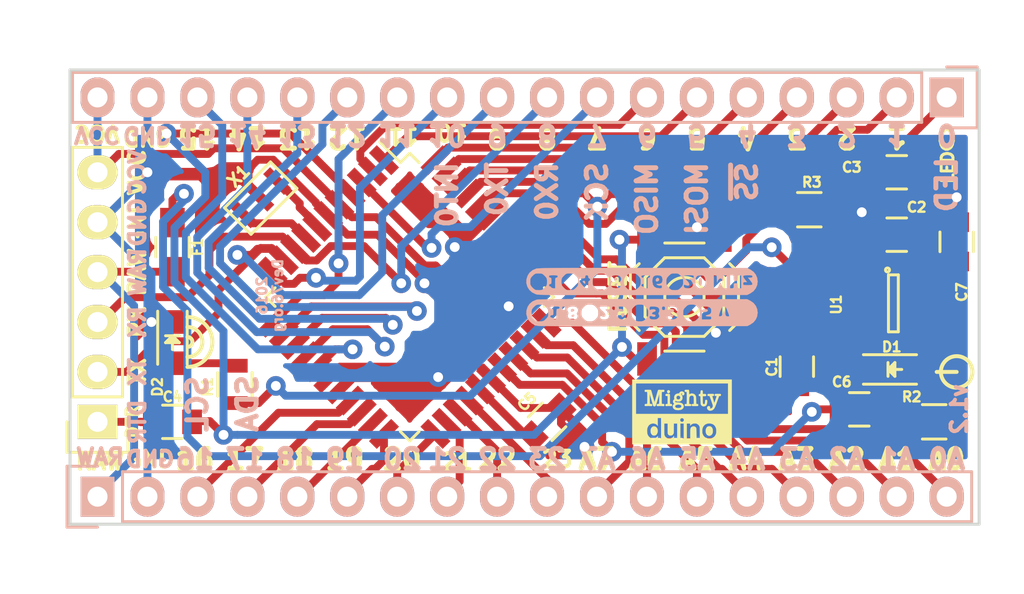
<source format=kicad_pcb>
(kicad_pcb (version 4) (host pcbnew 4.0.4-stable)

  (general
    (links 80)
    (no_connects 0)
    (area 123.485 95.316666 178.875 125.663333)
    (thickness 1.6)
    (drawings 108)
    (tracks 527)
    (zones 0)
    (modules 25)
    (nets 45)
  )

  (page A4)
  (title_block
    (title Mightyduino)
    (date 2016-12-09)
    (rev 1.2)
    (company dev76.org)
  )

  (layers
    (0 F.Cu signal)
    (31 B.Cu signal)
    (32 B.Adhes user)
    (33 F.Adhes user)
    (34 B.Paste user)
    (35 F.Paste user)
    (36 B.SilkS user)
    (37 F.SilkS user)
    (38 B.Mask user)
    (39 F.Mask user)
    (40 Dwgs.User user)
    (41 Cmts.User user)
    (42 Eco1.User user)
    (43 Eco2.User user)
    (44 Edge.Cuts user)
    (45 Margin user)
    (46 B.CrtYd user)
    (47 F.CrtYd user)
    (48 B.Fab user)
    (49 F.Fab user)
  )

  (setup
    (last_trace_width 0.4)
    (trace_clearance 0.18)
    (zone_clearance 0.508)
    (zone_45_only no)
    (trace_min 0.1524)
    (segment_width 0.2)
    (edge_width 0.15)
    (via_size 1)
    (via_drill 0.5)
    (via_min_size 0.6858)
    (via_min_drill 0.3302)
    (uvia_size 0.0762)
    (uvia_drill 0.0254)
    (uvias_allowed no)
    (uvia_min_size 0)
    (uvia_min_drill 0)
    (pcb_text_width 0.3)
    (pcb_text_size 1.5 1.5)
    (mod_edge_width 0.15)
    (mod_text_size 1 1)
    (mod_text_width 0.15)
    (pad_size 1.524 1.524)
    (pad_drill 0.762)
    (pad_to_mask_clearance 0.2)
    (aux_axis_origin 0 0)
    (visible_elements FFFEEF7F)
    (pcbplotparams
      (layerselection 0x010fc_80000001)
      (usegerberextensions true)
      (usegerberattributes true)
      (excludeedgelayer true)
      (linewidth 0.100000)
      (plotframeref false)
      (viasonmask false)
      (mode 1)
      (useauxorigin false)
      (hpglpennumber 1)
      (hpglpenspeed 20)
      (hpglpendiameter 15)
      (hpglpenoverlay 2)
      (psnegative false)
      (psa4output false)
      (plotreference true)
      (plotvalue true)
      (plotinvisibletext false)
      (padsonsilk false)
      (subtractmaskfromsilk false)
      (outputformat 1)
      (mirror false)
      (drillshape 0)
      (scaleselection 1)
      (outputdirectory gerber/))
  )

  (net 0 "")
  (net 1 "Net-(C1-Pad1)")
  (net 2 GND)
  (net 3 VCC)
  (net 4 /RESET)
  (net 5 /DTR)
  (net 6 "Net-(C6-Pad1)")
  (net 7 "Net-(D1-Pad2)")
  (net 8 "Net-(D2-Pad2)")
  (net 9 /RAW)
  (net 10 /D5)
  (net 11 /D6)
  (net 12 /D7)
  (net 13 "Net-(IC1-Pad7)")
  (net 14 "Net-(IC1-Pad8)")
  (net 15 /D8)
  (net 16 /D9)
  (net 17 /D10)
  (net 18 /D11)
  (net 19 /D12)
  (net 20 /D13)
  (net 21 /D14)
  (net 22 /D15)
  (net 23 /D16)
  (net 24 /D17)
  (net 25 /D18)
  (net 26 /D19)
  (net 27 /D20)
  (net 28 /D21)
  (net 29 /D22)
  (net 30 /D23)
  (net 31 /A7)
  (net 32 /A6)
  (net 33 /A5)
  (net 34 /A4)
  (net 35 /A3)
  (net 36 /A2)
  (net 37 /A1)
  (net 38 /A0)
  (net 39 /D0)
  (net 40 /D1)
  (net 41 /D2)
  (net 42 /D3)
  (net 43 /D4)
  (net 44 "Net-(C7-Pad1)")

  (net_class Default "Esta é a classe de net default."
    (clearance 0.18)
    (trace_width 0.4)
    (via_dia 1)
    (via_drill 0.5)
    (uvia_dia 0.0762)
    (uvia_drill 0.0254)
    (add_net /A0)
    (add_net /A1)
    (add_net /A2)
    (add_net /A3)
    (add_net /A4)
    (add_net /A5)
    (add_net /A6)
    (add_net /A7)
    (add_net /D0)
    (add_net /D1)
    (add_net /D10)
    (add_net /D11)
    (add_net /D12)
    (add_net /D13)
    (add_net /D14)
    (add_net /D15)
    (add_net /D16)
    (add_net /D17)
    (add_net /D18)
    (add_net /D19)
    (add_net /D2)
    (add_net /D20)
    (add_net /D21)
    (add_net /D22)
    (add_net /D23)
    (add_net /D3)
    (add_net /D4)
    (add_net /D5)
    (add_net /D6)
    (add_net /D7)
    (add_net /D8)
    (add_net /D9)
    (add_net /DTR)
    (add_net /RAW)
    (add_net /RESET)
    (add_net GND)
    (add_net "Net-(C1-Pad1)")
    (add_net "Net-(C6-Pad1)")
    (add_net "Net-(C7-Pad1)")
    (add_net "Net-(D1-Pad2)")
    (add_net "Net-(D2-Pad2)")
    (add_net "Net-(IC1-Pad7)")
    (add_net "Net-(IC1-Pad8)")
    (add_net VCC)
  )

  (module Capacitors_SMD:C_0805 (layer F.Cu) (tedit 58482FE4) (tstamp 584207EA)
    (at 165.1 114.03 270)
    (descr "Capacitor SMD 0805, reflow soldering, AVX (see smccp.pdf)")
    (tags "capacitor 0805")
    (path /58384648)
    (attr smd)
    (fp_text reference C1 (at 0.016 1.27 270) (layer F.SilkS)
      (effects (font (size 0.5 0.5) (thickness 0.125)))
    )
    (fp_text value 10u (at 0 2.1 270) (layer F.Fab)
      (effects (font (size 1 1) (thickness 0.15)))
    )
    (fp_line (start -1.8 -1) (end 1.8 -1) (layer F.CrtYd) (width 0.05))
    (fp_line (start -1.8 1) (end 1.8 1) (layer F.CrtYd) (width 0.05))
    (fp_line (start -1.8 -1) (end -1.8 1) (layer F.CrtYd) (width 0.05))
    (fp_line (start 1.8 -1) (end 1.8 1) (layer F.CrtYd) (width 0.05))
    (fp_line (start 0.5 -0.85) (end -0.5 -0.85) (layer F.SilkS) (width 0.15))
    (fp_line (start -0.5 0.85) (end 0.5 0.85) (layer F.SilkS) (width 0.15))
    (pad 1 smd rect (at -1 0 270) (size 1 1.25) (layers F.Cu F.Paste F.Mask)
      (net 1 "Net-(C1-Pad1)"))
    (pad 2 smd rect (at 1 0 270) (size 1 1.25) (layers F.Cu F.Paste F.Mask)
      (net 2 GND))
    (model Capacitors_SMD.3dshapes/C_0805.wrl
      (at (xyz 0 0 0))
      (scale (xyz 1 1 1))
      (rotate (xyz 0 0 0))
    )
  )

  (module Capacitors_SMD:C_0805 (layer F.Cu) (tedit 5848302E) (tstamp 584207F0)
    (at 170.18 107.315 180)
    (descr "Capacitor SMD 0805, reflow soldering, AVX (see smccp.pdf)")
    (tags "capacitor 0805")
    (path /5834C135)
    (attr smd)
    (fp_text reference C2 (at -1.016 1.397 180) (layer F.SilkS)
      (effects (font (size 0.5 0.5) (thickness 0.125)))
    )
    (fp_text value 100n (at 0 2.1 180) (layer F.Fab)
      (effects (font (size 1 1) (thickness 0.15)))
    )
    (fp_line (start -1.8 -1) (end 1.8 -1) (layer F.CrtYd) (width 0.05))
    (fp_line (start -1.8 1) (end 1.8 1) (layer F.CrtYd) (width 0.05))
    (fp_line (start -1.8 -1) (end -1.8 1) (layer F.CrtYd) (width 0.05))
    (fp_line (start 1.8 -1) (end 1.8 1) (layer F.CrtYd) (width 0.05))
    (fp_line (start 0.5 -0.85) (end -0.5 -0.85) (layer F.SilkS) (width 0.15))
    (fp_line (start -0.5 0.85) (end 0.5 0.85) (layer F.SilkS) (width 0.15))
    (pad 1 smd rect (at -1 0 180) (size 1 1.25) (layers F.Cu F.Paste F.Mask)
      (net 3 VCC))
    (pad 2 smd rect (at 1 0 180) (size 1 1.25) (layers F.Cu F.Paste F.Mask)
      (net 2 GND))
    (model Capacitors_SMD.3dshapes/C_0805.wrl
      (at (xyz 0 0 0))
      (scale (xyz 1 1 1))
      (rotate (xyz 0 0 0))
    )
  )

  (module Capacitors_SMD:C_0805 (layer F.Cu) (tedit 5848301F) (tstamp 584207F6)
    (at 170.18 104.14 180)
    (descr "Capacitor SMD 0805, reflow soldering, AVX (see smccp.pdf)")
    (tags "capacitor 0805")
    (path /5838436C)
    (attr smd)
    (fp_text reference C3 (at 2.286 0.254 180) (layer F.SilkS)
      (effects (font (size 0.5 0.5) (thickness 0.125)))
    )
    (fp_text value 10u (at 0 2.1 180) (layer F.Fab)
      (effects (font (size 1 1) (thickness 0.15)))
    )
    (fp_line (start -1.8 -1) (end 1.8 -1) (layer F.CrtYd) (width 0.05))
    (fp_line (start -1.8 1) (end 1.8 1) (layer F.CrtYd) (width 0.05))
    (fp_line (start -1.8 -1) (end -1.8 1) (layer F.CrtYd) (width 0.05))
    (fp_line (start 1.8 -1) (end 1.8 1) (layer F.CrtYd) (width 0.05))
    (fp_line (start 0.5 -0.85) (end -0.5 -0.85) (layer F.SilkS) (width 0.15))
    (fp_line (start -0.5 0.85) (end 0.5 0.85) (layer F.SilkS) (width 0.15))
    (pad 1 smd rect (at -1 0 180) (size 1 1.25) (layers F.Cu F.Paste F.Mask)
      (net 3 VCC))
    (pad 2 smd rect (at 1 0 180) (size 1 1.25) (layers F.Cu F.Paste F.Mask)
      (net 2 GND))
    (model Capacitors_SMD.3dshapes/C_0805.wrl
      (at (xyz 0 0 0))
      (scale (xyz 1 1 1))
      (rotate (xyz 0 0 0))
    )
  )

  (module Capacitors_SMD:C_0805 (layer F.Cu) (tedit 58482FD1) (tstamp 58420802)
    (at 152.4 116.84 45)
    (descr "Capacitor SMD 0805, reflow soldering, AVX (see smccp.pdf)")
    (tags "capacitor 0805")
    (path /583323AD)
    (attr smd)
    (fp_text reference C5 (at 0 -1.436841 45) (layer F.SilkS)
      (effects (font (size 0.5 0.5) (thickness 0.125)))
    )
    (fp_text value 100n (at 0 2.1 45) (layer F.Fab)
      (effects (font (size 1 1) (thickness 0.15)))
    )
    (fp_line (start -1.8 -1) (end 1.8 -1) (layer F.CrtYd) (width 0.05))
    (fp_line (start -1.8 1) (end 1.8 1) (layer F.CrtYd) (width 0.05))
    (fp_line (start -1.8 -1) (end -1.8 1) (layer F.CrtYd) (width 0.05))
    (fp_line (start 1.8 -1) (end 1.8 1) (layer F.CrtYd) (width 0.05))
    (fp_line (start 0.5 -0.85) (end -0.5 -0.85) (layer F.SilkS) (width 0.15))
    (fp_line (start -0.5 0.85) (end 0.5 0.85) (layer F.SilkS) (width 0.15))
    (pad 1 smd rect (at -1 0 45) (size 1 1.25) (layers F.Cu F.Paste F.Mask)
      (net 3 VCC))
    (pad 2 smd rect (at 1 0 45) (size 1 1.25) (layers F.Cu F.Paste F.Mask)
      (net 2 GND))
    (model Capacitors_SMD.3dshapes/C_0805.wrl
      (at (xyz 0 0 0))
      (scale (xyz 1 1 1))
      (rotate (xyz 0 0 0))
    )
  )

  (module Capacitors_SMD:C_0805 (layer F.Cu) (tedit 5848307C) (tstamp 58420808)
    (at 168.275 116.205)
    (descr "Capacitor SMD 0805, reflow soldering, AVX (see smccp.pdf)")
    (tags "capacitor 0805")
    (path /5833232A)
    (attr smd)
    (fp_text reference C6 (at -0.889 -1.397) (layer F.SilkS)
      (effects (font (size 0.5 0.5) (thickness 0.125)))
    )
    (fp_text value 100n (at 0 2.1) (layer F.Fab)
      (effects (font (size 1 1) (thickness 0.15)))
    )
    (fp_line (start -1.8 -1) (end 1.8 -1) (layer F.CrtYd) (width 0.05))
    (fp_line (start -1.8 1) (end 1.8 1) (layer F.CrtYd) (width 0.05))
    (fp_line (start -1.8 -1) (end -1.8 1) (layer F.CrtYd) (width 0.05))
    (fp_line (start 1.8 -1) (end 1.8 1) (layer F.CrtYd) (width 0.05))
    (fp_line (start 0.5 -0.85) (end -0.5 -0.85) (layer F.SilkS) (width 0.15))
    (fp_line (start -0.5 0.85) (end 0.5 0.85) (layer F.SilkS) (width 0.15))
    (pad 1 smd rect (at -1 0) (size 1 1.25) (layers F.Cu F.Paste F.Mask)
      (net 6 "Net-(C6-Pad1)"))
    (pad 2 smd rect (at 1 0) (size 1 1.25) (layers F.Cu F.Paste F.Mask)
      (net 2 GND))
    (model Capacitors_SMD.3dshapes/C_0805.wrl
      (at (xyz 0 0 0))
      (scale (xyz 1 1 1))
      (rotate (xyz 0 0 0))
    )
  )

  (module LEDs:LED_0805 (layer F.Cu) (tedit 58482F7E) (tstamp 58420814)
    (at 133.35 112.80902 270)
    (descr "LED 0805 smd package")
    (tags "LED 0805 SMD")
    (path /58421446)
    (attr smd)
    (fp_text reference D2 (at 2.25298 0.762 270) (layer F.SilkS)
      (effects (font (size 0.5 0.5) (thickness 0.125)))
    )
    (fp_text value blue (at 0 1.75 270) (layer F.Fab)
      (effects (font (size 1 1) (thickness 0.15)))
    )
    (fp_line (start -1.6 0.75) (end 1.1 0.75) (layer F.SilkS) (width 0.15))
    (fp_line (start -1.6 -0.75) (end 1.1 -0.75) (layer F.SilkS) (width 0.15))
    (fp_line (start -0.1 0.15) (end -0.1 -0.1) (layer F.SilkS) (width 0.15))
    (fp_line (start -0.1 -0.1) (end -0.25 0.05) (layer F.SilkS) (width 0.15))
    (fp_line (start -0.35 -0.35) (end -0.35 0.35) (layer F.SilkS) (width 0.15))
    (fp_line (start 0 0) (end 0.35 0) (layer F.SilkS) (width 0.15))
    (fp_line (start -0.35 0) (end 0 -0.35) (layer F.SilkS) (width 0.15))
    (fp_line (start 0 -0.35) (end 0 0.35) (layer F.SilkS) (width 0.15))
    (fp_line (start 0 0.35) (end -0.35 0) (layer F.SilkS) (width 0.15))
    (fp_line (start 1.9 -0.95) (end 1.9 0.95) (layer F.CrtYd) (width 0.05))
    (fp_line (start 1.9 0.95) (end -1.9 0.95) (layer F.CrtYd) (width 0.05))
    (fp_line (start -1.9 0.95) (end -1.9 -0.95) (layer F.CrtYd) (width 0.05))
    (fp_line (start -1.9 -0.95) (end 1.9 -0.95) (layer F.CrtYd) (width 0.05))
    (pad 2 smd rect (at 1.04902 0 90) (size 1.19888 1.19888) (layers F.Cu F.Paste F.Mask)
      (net 8 "Net-(D2-Pad2)"))
    (pad 1 smd rect (at -1.04902 0 90) (size 1.19888 1.19888) (layers F.Cu F.Paste F.Mask)
      (net 2 GND))
    (model LEDs.3dshapes/LED_0805.wrl
      (at (xyz 0 0 0))
      (scale (xyz 1 1 1))
      (rotate (xyz 0 0 0))
    )
  )

  (module Capacitors_SMD:C_0805_HandSoldering (layer F.Cu) (tedit 58482FBA) (tstamp 58420820)
    (at 133.35 107.95 90)
    (descr "Capacitor SMD 0805, hand soldering")
    (tags "capacitor 0805")
    (path /5841CDB1)
    (attr smd)
    (fp_text reference F1 (at 0 1.27 90) (layer F.SilkS)
      (effects (font (size 0.5 0.5) (thickness 0.125)))
    )
    (fp_text value 500mA (at -1.27 2.54 90) (layer F.Fab) hide
      (effects (font (size 1 1) (thickness 0.15)))
    )
    (fp_line (start -2.3 -1) (end 2.3 -1) (layer F.CrtYd) (width 0.05))
    (fp_line (start -2.3 1) (end 2.3 1) (layer F.CrtYd) (width 0.05))
    (fp_line (start -2.3 -1) (end -2.3 1) (layer F.CrtYd) (width 0.05))
    (fp_line (start 2.3 -1) (end 2.3 1) (layer F.CrtYd) (width 0.05))
    (fp_line (start 0.5 -0.85) (end -0.5 -0.85) (layer F.SilkS) (width 0.15))
    (fp_line (start -0.5 0.85) (end 0.5 0.85) (layer F.SilkS) (width 0.15))
    (pad 1 smd rect (at -1.25 0 90) (size 1.5 1.25) (layers F.Cu F.Paste F.Mask)
      (net 9 /RAW))
    (pad 2 smd rect (at 1.25 0 90) (size 1.5 1.25) (layers F.Cu F.Paste F.Mask)
      (net 1 "Net-(C1-Pad1)"))
    (model Capacitors_SMD.3dshapes/C_0805_HandSoldering.wrl
      (at (xyz 0 0 0))
      (scale (xyz 1 1 1))
      (rotate (xyz 0 0 0))
    )
  )

  (module Housings_QFP:LQFP-44_10x10mm_Pitch0.8mm locked (layer F.Cu) (tedit 58436163) (tstamp 58420850)
    (at 145.415 110.49 315)
    (descr "LQFP44 (see Appnote_PCB_Guidelines_TRINAMIC_packages.pdf)")
    (tags "QFP 0.8")
    (path /583322FA)
    (attr smd)
    (fp_text reference IC1 (at 0 -7.65 315) (layer F.SilkS) hide
      (effects (font (size 1 1) (thickness 0.15)))
    )
    (fp_text value ATMEGA644P-A (at 0 7.65 315) (layer F.Fab) hide
      (effects (font (size 1 1) (thickness 0.15)))
    )
    (fp_line (start -6.9 -6.9) (end -6.9 6.9) (layer F.CrtYd) (width 0.05))
    (fp_line (start 6.9 -6.9) (end 6.9 6.9) (layer F.CrtYd) (width 0.05))
    (fp_line (start -6.9 -6.9) (end 6.9 -6.9) (layer F.CrtYd) (width 0.05))
    (fp_line (start -6.9 6.9) (end 6.9 6.9) (layer F.CrtYd) (width 0.05))
    (fp_line (start -5.175 -5.175) (end -5.175 -4.505) (layer F.SilkS) (width 0.15))
    (fp_line (start 5.175 -5.175) (end 5.175 -4.505) (layer F.SilkS) (width 0.15))
    (fp_line (start 5.175 5.175) (end 5.175 4.505) (layer F.SilkS) (width 0.15))
    (fp_line (start -5.175 5.175) (end -5.175 4.505) (layer F.SilkS) (width 0.15))
    (fp_line (start -5.175 -5.175) (end -4.505 -5.175) (layer F.SilkS) (width 0.15))
    (fp_line (start -5.175 5.175) (end -4.505 5.175) (layer F.SilkS) (width 0.15))
    (fp_line (start 5.175 5.175) (end 4.505 5.175) (layer F.SilkS) (width 0.15))
    (fp_line (start 5.175 -5.175) (end 4.505 -5.175) (layer F.SilkS) (width 0.15))
    (fp_line (start -5.175 -4.505) (end -6.65 -4.505) (layer F.SilkS) (width 0.15))
    (pad 1 smd rect (at -5.85 -4 315) (size 1.6 0.56) (layers F.Cu F.Paste F.Mask)
      (net 10 /D5))
    (pad 2 smd rect (at -5.85 -3.2 315) (size 1.6 0.56) (layers F.Cu F.Paste F.Mask)
      (net 11 /D6))
    (pad 3 smd rect (at -5.85 -2.4 315) (size 1.6 0.56) (layers F.Cu F.Paste F.Mask)
      (net 12 /D7))
    (pad 4 smd rect (at -5.85 -1.6 315) (size 1.6 0.56) (layers F.Cu F.Paste F.Mask)
      (net 4 /RESET))
    (pad 5 smd rect (at -5.85 -0.8 315) (size 1.6 0.56) (layers F.Cu F.Paste F.Mask)
      (net 3 VCC))
    (pad 6 smd rect (at -5.85 0 315) (size 1.6 0.56) (layers F.Cu F.Paste F.Mask)
      (net 2 GND))
    (pad 7 smd rect (at -5.85 0.8 315) (size 1.6 0.56) (layers F.Cu F.Paste F.Mask)
      (net 13 "Net-(IC1-Pad7)"))
    (pad 8 smd rect (at -5.85 1.6 315) (size 1.6 0.56) (layers F.Cu F.Paste F.Mask)
      (net 14 "Net-(IC1-Pad8)"))
    (pad 9 smd rect (at -5.85 2.4 315) (size 1.6 0.56) (layers F.Cu F.Paste F.Mask)
      (net 15 /D8))
    (pad 10 smd rect (at -5.85 3.2 315) (size 1.6 0.56) (layers F.Cu F.Paste F.Mask)
      (net 16 /D9))
    (pad 11 smd rect (at -5.85 4 315) (size 1.6 0.56) (layers F.Cu F.Paste F.Mask)
      (net 17 /D10))
    (pad 12 smd rect (at -4 5.85 45) (size 1.6 0.56) (layers F.Cu F.Paste F.Mask)
      (net 18 /D11))
    (pad 13 smd rect (at -3.2 5.85 45) (size 1.6 0.56) (layers F.Cu F.Paste F.Mask)
      (net 19 /D12))
    (pad 14 smd rect (at -2.4 5.85 45) (size 1.6 0.56) (layers F.Cu F.Paste F.Mask)
      (net 20 /D13))
    (pad 15 smd rect (at -1.6 5.85 45) (size 1.6 0.56) (layers F.Cu F.Paste F.Mask)
      (net 21 /D14))
    (pad 16 smd rect (at -0.8 5.85 45) (size 1.6 0.56) (layers F.Cu F.Paste F.Mask)
      (net 22 /D15))
    (pad 17 smd rect (at 0 5.85 45) (size 1.6 0.56) (layers F.Cu F.Paste F.Mask)
      (net 3 VCC))
    (pad 18 smd rect (at 0.8 5.85 45) (size 1.6 0.56) (layers F.Cu F.Paste F.Mask)
      (net 2 GND))
    (pad 19 smd rect (at 1.6 5.85 45) (size 1.6 0.56) (layers F.Cu F.Paste F.Mask)
      (net 23 /D16))
    (pad 20 smd rect (at 2.4 5.85 45) (size 1.6 0.56) (layers F.Cu F.Paste F.Mask)
      (net 24 /D17))
    (pad 21 smd rect (at 3.2 5.85 45) (size 1.6 0.56) (layers F.Cu F.Paste F.Mask)
      (net 25 /D18))
    (pad 22 smd rect (at 4 5.85 45) (size 1.6 0.56) (layers F.Cu F.Paste F.Mask)
      (net 26 /D19))
    (pad 23 smd rect (at 5.85 4 315) (size 1.6 0.56) (layers F.Cu F.Paste F.Mask)
      (net 27 /D20))
    (pad 24 smd rect (at 5.85 3.2 315) (size 1.6 0.56) (layers F.Cu F.Paste F.Mask)
      (net 28 /D21))
    (pad 25 smd rect (at 5.85 2.4 315) (size 1.6 0.56) (layers F.Cu F.Paste F.Mask)
      (net 29 /D22))
    (pad 26 smd rect (at 5.85 1.6 315) (size 1.6 0.56) (layers F.Cu F.Paste F.Mask)
      (net 30 /D23))
    (pad 27 smd rect (at 5.85 0.8 315) (size 1.6 0.56) (layers F.Cu F.Paste F.Mask)
      (net 3 VCC))
    (pad 28 smd rect (at 5.85 0 315) (size 1.6 0.56) (layers F.Cu F.Paste F.Mask)
      (net 2 GND))
    (pad 29 smd rect (at 5.85 -0.8 315) (size 1.6 0.56) (layers F.Cu F.Paste F.Mask)
      (net 6 "Net-(C6-Pad1)"))
    (pad 30 smd rect (at 5.85 -1.6 315) (size 1.6 0.56) (layers F.Cu F.Paste F.Mask)
      (net 31 /A7))
    (pad 31 smd rect (at 5.85 -2.4 315) (size 1.6 0.56) (layers F.Cu F.Paste F.Mask)
      (net 32 /A6))
    (pad 32 smd rect (at 5.85 -3.2 315) (size 1.6 0.56) (layers F.Cu F.Paste F.Mask)
      (net 33 /A5))
    (pad 33 smd rect (at 5.85 -4 315) (size 1.6 0.56) (layers F.Cu F.Paste F.Mask)
      (net 34 /A4))
    (pad 34 smd rect (at 4 -5.85 45) (size 1.6 0.56) (layers F.Cu F.Paste F.Mask)
      (net 35 /A3))
    (pad 35 smd rect (at 3.2 -5.85 45) (size 1.6 0.56) (layers F.Cu F.Paste F.Mask)
      (net 36 /A2))
    (pad 36 smd rect (at 2.4 -5.85 45) (size 1.6 0.56) (layers F.Cu F.Paste F.Mask)
      (net 37 /A1))
    (pad 37 smd rect (at 1.6 -5.85 45) (size 1.6 0.56) (layers F.Cu F.Paste F.Mask)
      (net 38 /A0))
    (pad 38 smd rect (at 0.8 -5.85 45) (size 1.6 0.56) (layers F.Cu F.Paste F.Mask)
      (net 3 VCC))
    (pad 39 smd rect (at 0 -5.85 45) (size 1.6 0.56) (layers F.Cu F.Paste F.Mask)
      (net 2 GND))
    (pad 40 smd rect (at -0.8 -5.85 45) (size 1.6 0.56) (layers F.Cu F.Paste F.Mask)
      (net 39 /D0))
    (pad 41 smd rect (at -1.6 -5.85 45) (size 1.6 0.56) (layers F.Cu F.Paste F.Mask)
      (net 40 /D1))
    (pad 42 smd rect (at -2.4 -5.85 45) (size 1.6 0.56) (layers F.Cu F.Paste F.Mask)
      (net 41 /D2))
    (pad 43 smd rect (at -3.2 -5.85 45) (size 1.6 0.56) (layers F.Cu F.Paste F.Mask)
      (net 42 /D3))
    (pad 44 smd rect (at -4 -5.85 45) (size 1.6 0.56) (layers F.Cu F.Paste F.Mask)
      (net 43 /D4))
    (model Housings_QFP.3dshapes/LQFP-44_10x10mm_Pitch0.8mm.wrl
      (at (xyz 0 0 0))
      (scale (xyz 1 1 1))
      (rotate (xyz 0 0 0))
    )
  )

  (module Pin_Headers:Pin_Header_Straight_1x18 (layer B.Cu) (tedit 58441C24) (tstamp 58420866)
    (at 172.72 100.33 90)
    (descr "Through hole pin header")
    (tags "pin header")
    (path /5841F322)
    (fp_text reference P1 (at 0 5.1 90) (layer B.SilkS) hide
      (effects (font (size 1 1) (thickness 0.15)) (justify mirror))
    )
    (fp_text value CONN_01X18 (at 0 3.1 90) (layer B.Fab)
      (effects (font (size 1 1) (thickness 0.15)) (justify mirror))
    )
    (fp_line (start -1.75 1.75) (end -1.75 -44.95) (layer B.CrtYd) (width 0.05))
    (fp_line (start 1.75 1.75) (end 1.75 -44.95) (layer B.CrtYd) (width 0.05))
    (fp_line (start -1.75 1.75) (end 1.75 1.75) (layer B.CrtYd) (width 0.05))
    (fp_line (start -1.75 -44.95) (end 1.75 -44.95) (layer B.CrtYd) (width 0.05))
    (fp_line (start 1.27 -1.27) (end 1.27 -44.45) (layer B.SilkS) (width 0.15))
    (fp_line (start 1.27 -44.45) (end -1.27 -44.45) (layer B.SilkS) (width 0.15))
    (fp_line (start -1.27 -44.45) (end -1.27 -1.27) (layer B.SilkS) (width 0.15))
    (fp_line (start 1.55 1.55) (end 1.55 0) (layer B.SilkS) (width 0.15))
    (fp_line (start 1.27 -1.27) (end -1.27 -1.27) (layer B.SilkS) (width 0.15))
    (fp_line (start -1.55 0) (end -1.55 1.55) (layer B.SilkS) (width 0.15))
    (fp_line (start -1.55 1.55) (end 1.55 1.55) (layer B.SilkS) (width 0.15))
    (pad 1 thru_hole rect (at 0 0 90) (size 2.032 1.7272) (drill 1.016) (layers *.Cu *.Mask B.SilkS)
      (net 39 /D0))
    (pad 2 thru_hole oval (at 0 -2.54 90) (size 2.032 1.7272) (drill 1.016) (layers *.Cu *.Mask B.SilkS)
      (net 40 /D1))
    (pad 3 thru_hole oval (at 0 -5.08 90) (size 2.032 1.7272) (drill 1.016) (layers *.Cu *.Mask B.SilkS)
      (net 41 /D2))
    (pad 4 thru_hole oval (at 0 -7.62 90) (size 2.032 1.7272) (drill 1.016) (layers *.Cu *.Mask B.SilkS)
      (net 42 /D3))
    (pad 5 thru_hole oval (at 0 -10.16 90) (size 2.032 1.7272) (drill 1.016) (layers *.Cu *.Mask B.SilkS)
      (net 43 /D4))
    (pad 6 thru_hole oval (at 0 -12.7 90) (size 2.032 1.7272) (drill 1.016) (layers *.Cu *.Mask B.SilkS)
      (net 10 /D5))
    (pad 7 thru_hole oval (at 0 -15.24 90) (size 2.032 1.7272) (drill 1.016) (layers *.Cu *.Mask B.SilkS)
      (net 11 /D6))
    (pad 8 thru_hole oval (at 0 -17.78 90) (size 2.032 1.7272) (drill 1.016) (layers *.Cu *.Mask B.SilkS)
      (net 12 /D7))
    (pad 9 thru_hole oval (at 0 -20.32 90) (size 2.032 1.7272) (drill 1.016) (layers *.Cu *.Mask B.SilkS)
      (net 15 /D8))
    (pad 10 thru_hole oval (at 0 -22.86 90) (size 2.032 1.7272) (drill 1.016) (layers *.Cu *.Mask B.SilkS)
      (net 16 /D9))
    (pad 11 thru_hole oval (at 0 -25.4 90) (size 2.032 1.7272) (drill 1.016) (layers *.Cu *.Mask B.SilkS)
      (net 17 /D10))
    (pad 12 thru_hole oval (at 0 -27.94 90) (size 2.032 1.7272) (drill 1.016) (layers *.Cu *.Mask B.SilkS)
      (net 18 /D11))
    (pad 13 thru_hole oval (at 0 -30.48 90) (size 2.032 1.7272) (drill 1.016) (layers *.Cu *.Mask B.SilkS)
      (net 19 /D12))
    (pad 14 thru_hole oval (at 0 -33.02 90) (size 2.032 1.7272) (drill 1.016) (layers *.Cu *.Mask B.SilkS)
      (net 20 /D13))
    (pad 15 thru_hole oval (at 0 -35.56 90) (size 2.032 1.7272) (drill 1.016) (layers *.Cu *.Mask B.SilkS)
      (net 21 /D14))
    (pad 16 thru_hole oval (at 0 -38.1 90) (size 2.032 1.7272) (drill 1.016) (layers *.Cu *.Mask B.SilkS)
      (net 22 /D15))
    (pad 17 thru_hole oval (at 0 -40.64 90) (size 2.032 1.7272) (drill 1.016) (layers *.Cu *.Mask B.SilkS)
      (net 2 GND))
    (pad 18 thru_hole oval (at 0 -43.18 90) (size 2.032 1.7272) (drill 1.016) (layers *.Cu *.Mask B.SilkS)
      (net 3 VCC))
    (model Pin_Headers.3dshapes/Pin_Header_Straight_1x18.wrl
      (at (xyz 0 -0.85 0))
      (scale (xyz 1 1 1))
      (rotate (xyz 0 0 90))
    )
  )

  (module Pin_Headers:Pin_Header_Straight_1x06 (layer F.Cu) (tedit 58436159) (tstamp 58420870)
    (at 129.54 116.84 180)
    (descr "Through hole pin header")
    (tags "pin header")
    (path /5842194B)
    (fp_text reference P2 (at 0 -5.1 180) (layer F.SilkS) hide
      (effects (font (size 1 1) (thickness 0.15)))
    )
    (fp_text value CONN_01X06 (at 0 -3.1 180) (layer F.Fab)
      (effects (font (size 1 1) (thickness 0.15)))
    )
    (fp_line (start -1.75 -1.75) (end -1.75 14.45) (layer F.CrtYd) (width 0.05))
    (fp_line (start 1.75 -1.75) (end 1.75 14.45) (layer F.CrtYd) (width 0.05))
    (fp_line (start -1.75 -1.75) (end 1.75 -1.75) (layer F.CrtYd) (width 0.05))
    (fp_line (start -1.75 14.45) (end 1.75 14.45) (layer F.CrtYd) (width 0.05))
    (fp_line (start 1.27 1.27) (end 1.27 13.97) (layer F.SilkS) (width 0.15))
    (fp_line (start 1.27 13.97) (end -1.27 13.97) (layer F.SilkS) (width 0.15))
    (fp_line (start -1.27 13.97) (end -1.27 1.27) (layer F.SilkS) (width 0.15))
    (fp_line (start 1.55 -1.55) (end 1.55 0) (layer F.SilkS) (width 0.15))
    (fp_line (start 1.27 1.27) (end -1.27 1.27) (layer F.SilkS) (width 0.15))
    (fp_line (start -1.55 0) (end -1.55 -1.55) (layer F.SilkS) (width 0.15))
    (fp_line (start -1.55 -1.55) (end 1.55 -1.55) (layer F.SilkS) (width 0.15))
    (pad 1 thru_hole rect (at 0 0 180) (size 2.032 1.7272) (drill 1.016) (layers *.Cu *.Mask F.SilkS)
      (net 5 /DTR))
    (pad 2 thru_hole oval (at 0 2.54 180) (size 2.032 1.7272) (drill 1.016) (layers *.Cu *.Mask F.SilkS)
      (net 16 /D9))
    (pad 3 thru_hole oval (at 0 5.08 180) (size 2.032 1.7272) (drill 1.016) (layers *.Cu *.Mask F.SilkS)
      (net 15 /D8))
    (pad 4 thru_hole oval (at 0 7.62 180) (size 2.032 1.7272) (drill 1.016) (layers *.Cu *.Mask F.SilkS)
      (net 9 /RAW))
    (pad 5 thru_hole oval (at 0 10.16 180) (size 2.032 1.7272) (drill 1.016) (layers *.Cu *.Mask F.SilkS)
      (net 2 GND))
    (pad 6 thru_hole oval (at 0 12.7 180) (size 2.032 1.7272) (drill 1.016) (layers *.Cu *.Mask F.SilkS)
      (net 3 VCC))
    (model Pin_Headers.3dshapes/Pin_Header_Straight_1x06.wrl
      (at (xyz 0 -0.25 0))
      (scale (xyz 1 1 1))
      (rotate (xyz 0 0 90))
    )
  )

  (module Pin_Headers:Pin_Header_Straight_1x18 (layer B.Cu) (tedit 58441C28) (tstamp 58420886)
    (at 129.54 120.65 270)
    (descr "Through hole pin header")
    (tags "pin header")
    (path /5841F3E4)
    (fp_text reference P3 (at 0 5.1 270) (layer B.SilkS) hide
      (effects (font (size 1 1) (thickness 0.15)) (justify mirror))
    )
    (fp_text value CONN_01X18 (at 0 3.1 270) (layer B.Fab)
      (effects (font (size 1 1) (thickness 0.15)) (justify mirror))
    )
    (fp_line (start -1.75 1.75) (end -1.75 -44.95) (layer B.CrtYd) (width 0.05))
    (fp_line (start 1.75 1.75) (end 1.75 -44.95) (layer B.CrtYd) (width 0.05))
    (fp_line (start -1.75 1.75) (end 1.75 1.75) (layer B.CrtYd) (width 0.05))
    (fp_line (start -1.75 -44.95) (end 1.75 -44.95) (layer B.CrtYd) (width 0.05))
    (fp_line (start 1.27 -1.27) (end 1.27 -44.45) (layer B.SilkS) (width 0.15))
    (fp_line (start 1.27 -44.45) (end -1.27 -44.45) (layer B.SilkS) (width 0.15))
    (fp_line (start -1.27 -44.45) (end -1.27 -1.27) (layer B.SilkS) (width 0.15))
    (fp_line (start 1.55 1.55) (end 1.55 0) (layer B.SilkS) (width 0.15))
    (fp_line (start 1.27 -1.27) (end -1.27 -1.27) (layer B.SilkS) (width 0.15))
    (fp_line (start -1.55 0) (end -1.55 1.55) (layer B.SilkS) (width 0.15))
    (fp_line (start -1.55 1.55) (end 1.55 1.55) (layer B.SilkS) (width 0.15))
    (pad 1 thru_hole rect (at 0 0 270) (size 2.032 1.7272) (drill 1.016) (layers *.Cu *.Mask B.SilkS)
      (net 9 /RAW))
    (pad 2 thru_hole oval (at 0 -2.54 270) (size 2.032 1.7272) (drill 1.016) (layers *.Cu *.Mask B.SilkS)
      (net 2 GND))
    (pad 3 thru_hole oval (at 0 -5.08 270) (size 2.032 1.7272) (drill 1.016) (layers *.Cu *.Mask B.SilkS)
      (net 23 /D16))
    (pad 4 thru_hole oval (at 0 -7.62 270) (size 2.032 1.7272) (drill 1.016) (layers *.Cu *.Mask B.SilkS)
      (net 24 /D17))
    (pad 5 thru_hole oval (at 0 -10.16 270) (size 2.032 1.7272) (drill 1.016) (layers *.Cu *.Mask B.SilkS)
      (net 25 /D18))
    (pad 6 thru_hole oval (at 0 -12.7 270) (size 2.032 1.7272) (drill 1.016) (layers *.Cu *.Mask B.SilkS)
      (net 26 /D19))
    (pad 7 thru_hole oval (at 0 -15.24 270) (size 2.032 1.7272) (drill 1.016) (layers *.Cu *.Mask B.SilkS)
      (net 27 /D20))
    (pad 8 thru_hole oval (at 0 -17.78 270) (size 2.032 1.7272) (drill 1.016) (layers *.Cu *.Mask B.SilkS)
      (net 28 /D21))
    (pad 9 thru_hole oval (at 0 -20.32 270) (size 2.032 1.7272) (drill 1.016) (layers *.Cu *.Mask B.SilkS)
      (net 29 /D22))
    (pad 10 thru_hole oval (at 0 -22.86 270) (size 2.032 1.7272) (drill 1.016) (layers *.Cu *.Mask B.SilkS)
      (net 30 /D23))
    (pad 11 thru_hole oval (at 0 -25.4 270) (size 2.032 1.7272) (drill 1.016) (layers *.Cu *.Mask B.SilkS)
      (net 31 /A7))
    (pad 12 thru_hole oval (at 0 -27.94 270) (size 2.032 1.7272) (drill 1.016) (layers *.Cu *.Mask B.SilkS)
      (net 32 /A6))
    (pad 13 thru_hole oval (at 0 -30.48 270) (size 2.032 1.7272) (drill 1.016) (layers *.Cu *.Mask B.SilkS)
      (net 33 /A5))
    (pad 14 thru_hole oval (at 0 -33.02 270) (size 2.032 1.7272) (drill 1.016) (layers *.Cu *.Mask B.SilkS)
      (net 34 /A4))
    (pad 15 thru_hole oval (at 0 -35.56 270) (size 2.032 1.7272) (drill 1.016) (layers *.Cu *.Mask B.SilkS)
      (net 35 /A3))
    (pad 16 thru_hole oval (at 0 -38.1 270) (size 2.032 1.7272) (drill 1.016) (layers *.Cu *.Mask B.SilkS)
      (net 36 /A2))
    (pad 17 thru_hole oval (at 0 -40.64 270) (size 2.032 1.7272) (drill 1.016) (layers *.Cu *.Mask B.SilkS)
      (net 37 /A1))
    (pad 18 thru_hole oval (at 0 -43.18 270) (size 2.032 1.7272) (drill 1.016) (layers *.Cu *.Mask B.SilkS)
      (net 38 /A0))
    (model Pin_Headers.3dshapes/Pin_Header_Straight_1x18.wrl
      (at (xyz 0 -0.85 0))
      (scale (xyz 1 1 1))
      (rotate (xyz 0 0 90))
    )
  )

  (module Resistors_SMD:R_0805 (layer F.Cu) (tedit 58482F9C) (tstamp 5842088C)
    (at 136.525 114.935 270)
    (descr "Resistor SMD 0805, reflow soldering, Vishay (see dcrcw.pdf)")
    (tags "resistor 0805")
    (path /58421440)
    (attr smd)
    (fp_text reference R1 (at 0.127 1.397 270) (layer F.SilkS)
      (effects (font (size 0.5 0.5) (thickness 0.125)))
    )
    (fp_text value 330 (at 0 2.1 270) (layer F.Fab)
      (effects (font (size 1 1) (thickness 0.15)))
    )
    (fp_line (start -1.6 -1) (end 1.6 -1) (layer F.CrtYd) (width 0.05))
    (fp_line (start -1.6 1) (end 1.6 1) (layer F.CrtYd) (width 0.05))
    (fp_line (start -1.6 -1) (end -1.6 1) (layer F.CrtYd) (width 0.05))
    (fp_line (start 1.6 -1) (end 1.6 1) (layer F.CrtYd) (width 0.05))
    (fp_line (start 0.6 0.875) (end -0.6 0.875) (layer F.SilkS) (width 0.15))
    (fp_line (start -0.6 -0.875) (end 0.6 -0.875) (layer F.SilkS) (width 0.15))
    (pad 1 smd rect (at -0.95 0 270) (size 0.7 1.3) (layers F.Cu F.Paste F.Mask)
      (net 8 "Net-(D2-Pad2)"))
    (pad 2 smd rect (at 0.95 0 270) (size 0.7 1.3) (layers F.Cu F.Paste F.Mask)
      (net 39 /D0))
    (model Resistors_SMD.3dshapes/R_0805.wrl
      (at (xyz 0 0 0))
      (scale (xyz 1 1 1))
      (rotate (xyz 0 0 0))
    )
  )

  (module Resistors_SMD:R_0805 (layer F.Cu) (tedit 5848306C) (tstamp 58420892)
    (at 172.085 116.84)
    (descr "Resistor SMD 0805, reflow soldering, Vishay (see dcrcw.pdf)")
    (tags "resistor 0805")
    (path /5841C804)
    (attr smd)
    (fp_text reference R2 (at -1.143 -1.27) (layer F.SilkS)
      (effects (font (size 0.5 0.5) (thickness 0.125)))
    )
    (fp_text value 330 (at 0 2.1) (layer F.Fab)
      (effects (font (size 1 1) (thickness 0.15)))
    )
    (fp_line (start -1.6 -1) (end 1.6 -1) (layer F.CrtYd) (width 0.05))
    (fp_line (start -1.6 1) (end 1.6 1) (layer F.CrtYd) (width 0.05))
    (fp_line (start -1.6 -1) (end -1.6 1) (layer F.CrtYd) (width 0.05))
    (fp_line (start 1.6 -1) (end 1.6 1) (layer F.CrtYd) (width 0.05))
    (fp_line (start 0.6 0.875) (end -0.6 0.875) (layer F.SilkS) (width 0.15))
    (fp_line (start -0.6 -0.875) (end 0.6 -0.875) (layer F.SilkS) (width 0.15))
    (pad 1 smd rect (at -0.95 0) (size 0.7 1.3) (layers F.Cu F.Paste F.Mask)
      (net 7 "Net-(D1-Pad2)"))
    (pad 2 smd rect (at 0.95 0) (size 0.7 1.3) (layers F.Cu F.Paste F.Mask)
      (net 3 VCC))
    (model Resistors_SMD.3dshapes/R_0805.wrl
      (at (xyz 0 0 0))
      (scale (xyz 1 1 1))
      (rotate (xyz 0 0 0))
    )
  )

  (module Resistors_SMD:R_0805 (layer F.Cu) (tedit 5848300C) (tstamp 58420898)
    (at 165.735 106.045 180)
    (descr "Resistor SMD 0805, reflow soldering, Vishay (see dcrcw.pdf)")
    (tags "resistor 0805")
    (path /5833231B)
    (attr smd)
    (fp_text reference R3 (at -0.127 1.397 180) (layer F.SilkS)
      (effects (font (size 0.5 0.5) (thickness 0.125)))
    )
    (fp_text value 10k (at 0 2.1 180) (layer F.Fab)
      (effects (font (size 1 1) (thickness 0.15)))
    )
    (fp_line (start -1.6 -1) (end 1.6 -1) (layer F.CrtYd) (width 0.05))
    (fp_line (start -1.6 1) (end 1.6 1) (layer F.CrtYd) (width 0.05))
    (fp_line (start -1.6 -1) (end -1.6 1) (layer F.CrtYd) (width 0.05))
    (fp_line (start 1.6 -1) (end 1.6 1) (layer F.CrtYd) (width 0.05))
    (fp_line (start 0.6 0.875) (end -0.6 0.875) (layer F.SilkS) (width 0.15))
    (fp_line (start -0.6 -0.875) (end 0.6 -0.875) (layer F.SilkS) (width 0.15))
    (pad 1 smd rect (at -0.95 0 180) (size 0.7 1.3) (layers F.Cu F.Paste F.Mask)
      (net 3 VCC))
    (pad 2 smd rect (at 0.95 0 180) (size 0.7 1.3) (layers F.Cu F.Paste F.Mask)
      (net 4 /RESET))
    (model Resistors_SMD.3dshapes/R_0805.wrl
      (at (xyz 0 0 0))
      (scale (xyz 1 1 1))
      (rotate (xyz 0 0 0))
    )
  )

  (module Buttons_Switches_SMD:SW_SPST_TL3342 (layer F.Cu) (tedit 58436140) (tstamp 584208A0)
    (at 159.385 110.49 270)
    (descr "Low-profile SMD Tactile Switch, https://www.e-switch.com/system/asset/product_line/data_sheet/165/TL3342.pdf")
    (tags "SPST Tactile Switch")
    (path /5841EA86)
    (attr smd)
    (fp_text reference SW1 (at 0 -3.75 270) (layer F.SilkS) hide
      (effects (font (size 1 1) (thickness 0.15)))
    )
    (fp_text value RESET (at 0 3.75 270) (layer F.Fab)
      (effects (font (size 1 1) (thickness 0.15)))
    )
    (fp_line (start 3.2 2.1) (end 3.2 1.6) (layer F.Fab) (width 0.15))
    (fp_line (start 3.2 -2.1) (end 3.2 -1.6) (layer F.Fab) (width 0.15))
    (fp_line (start -3.2 2.1) (end -3.2 1.6) (layer F.Fab) (width 0.15))
    (fp_line (start -3.2 -2.1) (end -3.2 -1.6) (layer F.Fab) (width 0.15))
    (fp_line (start 2.7 -2.1) (end 2.7 -1.6) (layer F.Fab) (width 0.15))
    (fp_line (start 1.7 -2.1) (end 3.2 -2.1) (layer F.Fab) (width 0.15))
    (fp_line (start 3.2 -1.6) (end 2.2 -1.6) (layer F.Fab) (width 0.15))
    (fp_line (start -2.7 -2.1) (end -2.7 -1.6) (layer F.Fab) (width 0.15))
    (fp_line (start -1.7 -2.1) (end -3.2 -2.1) (layer F.Fab) (width 0.15))
    (fp_line (start -3.2 -1.6) (end -2.2 -1.6) (layer F.Fab) (width 0.15))
    (fp_line (start -2.7 2.1) (end -2.7 1.6) (layer F.Fab) (width 0.15))
    (fp_line (start -3.2 1.6) (end -2.2 1.6) (layer F.Fab) (width 0.15))
    (fp_line (start -1.7 2.1) (end -3.2 2.1) (layer F.Fab) (width 0.15))
    (fp_line (start 1.7 2.1) (end 3.2 2.1) (layer F.Fab) (width 0.15))
    (fp_line (start 2.7 2.1) (end 2.7 1.6) (layer F.Fab) (width 0.15))
    (fp_line (start 3.2 1.6) (end 2.2 1.6) (layer F.Fab) (width 0.15))
    (fp_line (start -1.7 2.3) (end -1.25 2.75) (layer F.SilkS) (width 0.15))
    (fp_line (start 1.7 2.3) (end 1.25 2.75) (layer F.SilkS) (width 0.15))
    (fp_line (start 1.7 -2.3) (end 1.25 -2.75) (layer F.SilkS) (width 0.15))
    (fp_line (start -1.7 -2.3) (end -1.25 -2.75) (layer F.SilkS) (width 0.15))
    (fp_line (start -2 -1) (end -1 -2) (layer F.SilkS) (width 0.15))
    (fp_line (start -1 -2) (end 1 -2) (layer F.SilkS) (width 0.15))
    (fp_line (start 1 -2) (end 2 -1) (layer F.SilkS) (width 0.15))
    (fp_line (start 2 -1) (end 2 1) (layer F.SilkS) (width 0.15))
    (fp_line (start 2 1) (end 1 2) (layer F.SilkS) (width 0.15))
    (fp_line (start 1 2) (end -1 2) (layer F.SilkS) (width 0.15))
    (fp_line (start -1 2) (end -2 1) (layer F.SilkS) (width 0.15))
    (fp_line (start -2 1) (end -2 -1) (layer F.SilkS) (width 0.15))
    (fp_line (start 2.75 -1) (end 2.75 1) (layer F.SilkS) (width 0.15))
    (fp_line (start -1.25 2.75) (end 1.25 2.75) (layer F.SilkS) (width 0.15))
    (fp_line (start -2.75 -1) (end -2.75 1) (layer F.SilkS) (width 0.15))
    (fp_line (start -1.25 -2.75) (end 1.25 -2.75) (layer F.SilkS) (width 0.15))
    (fp_circle (center 0 0) (end 1 0) (layer F.SilkS) (width 0.15))
    (fp_line (start -2.6 -1.2) (end -2.6 1.2) (layer F.Fab) (width 0.15))
    (fp_line (start -2.6 1.2) (end -1.2 2.6) (layer F.Fab) (width 0.15))
    (fp_line (start -1.2 2.6) (end 1.2 2.6) (layer F.Fab) (width 0.15))
    (fp_line (start 1.2 2.6) (end 2.6 1.2) (layer F.Fab) (width 0.15))
    (fp_line (start 2.6 1.2) (end 2.6 -1.2) (layer F.Fab) (width 0.15))
    (fp_line (start 2.6 -1.2) (end 1.2 -2.6) (layer F.Fab) (width 0.15))
    (fp_line (start 1.2 -2.6) (end -1.2 -2.6) (layer F.Fab) (width 0.15))
    (fp_line (start -1.2 -2.6) (end -2.6 -1.2) (layer F.Fab) (width 0.15))
    (fp_line (start -4.25 -3) (end 4.25 -3) (layer F.CrtYd) (width 0.05))
    (fp_line (start 4.25 -3) (end 4.25 3) (layer F.CrtYd) (width 0.05))
    (fp_line (start 4.25 3) (end -4.25 3) (layer F.CrtYd) (width 0.05))
    (fp_line (start -4.25 3) (end -4.25 -3) (layer F.CrtYd) (width 0.05))
    (pad 1 smd rect (at -3.15 -1.9 270) (size 1.7 1) (layers F.Cu F.Paste F.Mask)
      (net 2 GND))
    (pad 1 smd rect (at 3.15 -1.9 270) (size 1.7 1) (layers F.Cu F.Paste F.Mask)
      (net 2 GND))
    (pad 2 smd rect (at -3.15 1.9 270) (size 1.7 1) (layers F.Cu F.Paste F.Mask)
      (net 4 /RESET))
    (pad 2 smd rect (at 3.15 1.9 270) (size 1.7 1) (layers F.Cu F.Paste F.Mask)
      (net 4 /RESET))
    (model /Users/paulo/MEOCloud/kicad/mightyduino/3d/smd_push2.wrl
      (at (xyz 0 0 0))
      (scale (xyz 1 1 1))
      (rotate (xyz 0 0 0))
    )
  )

  (module parts:CSTCEv2 (layer F.Cu) (tedit 58482FC7) (tstamp 58420AD2)
    (at 137.795 105.41 225)
    (path /58332301)
    (fp_text reference X1 (at 0 1.524 225) (layer F.SilkS)
      (effects (font (size 0.6 0.6) (thickness 0.15)))
    )
    (fp_text value "CSTCE 16MHZ" (at 0 -1.778 225) (layer F.Fab) hide
      (effects (font (size 0.8 0.8) (thickness 0.15)))
    )
    (fp_line (start 1.651 -1.016) (end -1.651 -1.016) (layer F.SilkS) (width 0.15))
    (fp_line (start -1.651 -1.016) (end -1.651 0.889) (layer F.SilkS) (width 0.15))
    (fp_line (start -1.651 0.889) (end 1.651 0.889) (layer F.SilkS) (width 0.15))
    (fp_line (start 1.651 0.889) (end 1.651 -1.016) (layer F.SilkS) (width 0.15))
    (pad 3 smd rect (at 0 -0.0365 225) (size 0.5 1.5) (layers F.Cu F.Paste F.Mask)
      (net 2 GND))
    (pad 2 smd rect (at 1.2 -0.0365 225) (size 0.5 1.5) (layers F.Cu F.Paste F.Mask)
      (net 14 "Net-(IC1-Pad8)"))
    (pad 1 smd rect (at -1.2 -0.0365 225) (size 0.5 1.5) (layers F.Cu F.Paste F.Mask)
      (net 13 "Net-(IC1-Pad7)"))
    (model /Users/paulo/MEOCloud/kicad/mightyduino/3d/cstce.wrl
      (at (xyz -0.055 -0.02 0))
      (scale (xyz 0.39 0.39 0.39))
      (rotate (xyz 0 0 0))
    )
  )

  (module Capacitors_SMD:C_0805 (layer F.Cu) (tedit 58483050) (tstamp 58435D33)
    (at 173.228 107.68 90)
    (descr "Capacitor SMD 0805, reflow soldering, AVX (see smccp.pdf)")
    (tags "capacitor 0805")
    (path /58435D1D)
    (attr smd)
    (fp_text reference C7 (at -2.556 0.254 90) (layer F.SilkS)
      (effects (font (size 0.5 0.5) (thickness 0.125)))
    )
    (fp_text value 470p (at 0 2.1 90) (layer F.Fab)
      (effects (font (size 1 1) (thickness 0.15)))
    )
    (fp_line (start -1.8 -1) (end 1.8 -1) (layer F.CrtYd) (width 0.05))
    (fp_line (start -1.8 1) (end 1.8 1) (layer F.CrtYd) (width 0.05))
    (fp_line (start -1.8 -1) (end -1.8 1) (layer F.CrtYd) (width 0.05))
    (fp_line (start 1.8 -1) (end 1.8 1) (layer F.CrtYd) (width 0.05))
    (fp_line (start 0.5 -0.85) (end -0.5 -0.85) (layer F.SilkS) (width 0.15))
    (fp_line (start -0.5 0.85) (end 0.5 0.85) (layer F.SilkS) (width 0.15))
    (pad 1 smd rect (at -1 0 90) (size 1 1.25) (layers F.Cu F.Paste F.Mask)
      (net 44 "Net-(C7-Pad1)"))
    (pad 2 smd rect (at 1 0 90) (size 1 1.25) (layers F.Cu F.Paste F.Mask)
      (net 2 GND))
    (model Capacitors_SMD.3dshapes/C_0805.wrl
      (at (xyz 0 0 0))
      (scale (xyz 1 1 1))
      (rotate (xyz 0 0 0))
    )
  )

  (module TO_SOT_Packages_SMD:SOT-23-5 (layer F.Cu) (tedit 58483046) (tstamp 58456AA1)
    (at 170.01 110.81)
    (descr "5-pin SOT23 package")
    (tags SOT-23-5)
    (path /58435BB5)
    (attr smd)
    (fp_text reference U1 (at -2.9034 0.061 90) (layer F.SilkS)
      (effects (font (size 0.5 0.5) (thickness 0.125)))
    )
    (fp_text value MIC5219-3.3YM5 (at -0.05 2.35) (layer F.Fab) hide
      (effects (font (size 1 1) (thickness 0.15)))
    )
    (fp_line (start -1.8 -1.6) (end 1.8 -1.6) (layer F.CrtYd) (width 0.05))
    (fp_line (start 1.8 -1.6) (end 1.8 1.6) (layer F.CrtYd) (width 0.05))
    (fp_line (start 1.8 1.6) (end -1.8 1.6) (layer F.CrtYd) (width 0.05))
    (fp_line (start -1.8 1.6) (end -1.8 -1.6) (layer F.CrtYd) (width 0.05))
    (fp_circle (center -0.3 -1.7) (end -0.2 -1.7) (layer F.SilkS) (width 0.15))
    (fp_line (start 0.25 -1.45) (end -0.25 -1.45) (layer F.SilkS) (width 0.15))
    (fp_line (start 0.25 1.45) (end 0.25 -1.45) (layer F.SilkS) (width 0.15))
    (fp_line (start -0.25 1.45) (end 0.25 1.45) (layer F.SilkS) (width 0.15))
    (fp_line (start -0.25 -1.45) (end -0.25 1.45) (layer F.SilkS) (width 0.15))
    (pad 1 smd rect (at -1.1 -0.95) (size 1.06 0.65) (layers F.Cu F.Paste F.Mask)
      (net 1 "Net-(C1-Pad1)"))
    (pad 2 smd rect (at -1.1 0) (size 1.06 0.65) (layers F.Cu F.Paste F.Mask)
      (net 2 GND))
    (pad 3 smd rect (at -1.1 0.95) (size 1.06 0.65) (layers F.Cu F.Paste F.Mask)
      (net 1 "Net-(C1-Pad1)"))
    (pad 4 smd rect (at 1.1 0.95) (size 1.06 0.65) (layers F.Cu F.Paste F.Mask)
      (net 44 "Net-(C7-Pad1)"))
    (pad 5 smd rect (at 1.1 -0.95) (size 1.06 0.65) (layers F.Cu F.Paste F.Mask)
      (net 3 VCC))
    (model TO_SOT_Packages_SMD.3dshapes/SOT-23-5.wrl
      (at (xyz 0 0 0))
      (scale (xyz 1 1 1))
      (rotate (xyz 0 0 0))
    )
  )

  (module Capacitors_SMD:C_0805 (layer F.Cu) (tedit 58482F8D) (tstamp 584572D9)
    (at 133.35 116.84 180)
    (descr "Capacitor SMD 0805, reflow soldering, AVX (see smccp.pdf)")
    (tags "capacitor 0805")
    (path /58332322)
    (attr smd)
    (fp_text reference C4 (at 0 1.27 180) (layer F.SilkS)
      (effects (font (size 0.5 0.5) (thickness 0.125)))
    )
    (fp_text value 100n (at 0 2.1 180) (layer F.Fab)
      (effects (font (size 1 1) (thickness 0.15)))
    )
    (fp_line (start -1.8 -1) (end 1.8 -1) (layer F.CrtYd) (width 0.05))
    (fp_line (start -1.8 1) (end 1.8 1) (layer F.CrtYd) (width 0.05))
    (fp_line (start -1.8 -1) (end -1.8 1) (layer F.CrtYd) (width 0.05))
    (fp_line (start 1.8 -1) (end 1.8 1) (layer F.CrtYd) (width 0.05))
    (fp_line (start 0.5 -0.85) (end -0.5 -0.85) (layer F.SilkS) (width 0.15))
    (fp_line (start -0.5 0.85) (end 0.5 0.85) (layer F.SilkS) (width 0.15))
    (pad 1 smd rect (at -1 0 180) (size 1 1.25) (layers F.Cu F.Paste F.Mask)
      (net 4 /RESET))
    (pad 2 smd rect (at 1 0 180) (size 1 1.25) (layers F.Cu F.Paste F.Mask)
      (net 5 /DTR))
    (model Capacitors_SMD.3dshapes/C_0805.wrl
      (at (xyz 0 0 0))
      (scale (xyz 1 1 1))
      (rotate (xyz 0 0 0))
    )
  )

  (module LEDs:LED_0805 (layer F.Cu) (tedit 5848305B) (tstamp 584585B7)
    (at 170.08602 114.173)
    (descr "LED 0805 smd package")
    (tags "LED 0805 SMD")
    (path /5841C936)
    (attr smd)
    (fp_text reference D1 (at -0.16002 -1.143) (layer F.SilkS)
      (effects (font (size 0.5 0.5) (thickness 0.125)))
    )
    (fp_text value red (at 0 1.75) (layer F.Fab)
      (effects (font (size 1 1) (thickness 0.15)))
    )
    (fp_line (start -1.6 0.75) (end 1.1 0.75) (layer F.SilkS) (width 0.15))
    (fp_line (start -1.6 -0.75) (end 1.1 -0.75) (layer F.SilkS) (width 0.15))
    (fp_line (start -0.1 0.15) (end -0.1 -0.1) (layer F.SilkS) (width 0.15))
    (fp_line (start -0.1 -0.1) (end -0.25 0.05) (layer F.SilkS) (width 0.15))
    (fp_line (start -0.35 -0.35) (end -0.35 0.35) (layer F.SilkS) (width 0.15))
    (fp_line (start 0 0) (end 0.35 0) (layer F.SilkS) (width 0.15))
    (fp_line (start -0.35 0) (end 0 -0.35) (layer F.SilkS) (width 0.15))
    (fp_line (start 0 -0.35) (end 0 0.35) (layer F.SilkS) (width 0.15))
    (fp_line (start 0 0.35) (end -0.35 0) (layer F.SilkS) (width 0.15))
    (fp_line (start 1.9 -0.95) (end 1.9 0.95) (layer F.CrtYd) (width 0.05))
    (fp_line (start 1.9 0.95) (end -1.9 0.95) (layer F.CrtYd) (width 0.05))
    (fp_line (start -1.9 0.95) (end -1.9 -0.95) (layer F.CrtYd) (width 0.05))
    (fp_line (start -1.9 -0.95) (end 1.9 -0.95) (layer F.CrtYd) (width 0.05))
    (pad 2 smd rect (at 1.04902 0 180) (size 1.19888 1.19888) (layers F.Cu F.Paste F.Mask)
      (net 7 "Net-(D1-Pad2)"))
    (pad 1 smd rect (at -1.04902 0 180) (size 1.19888 1.19888) (layers F.Cu F.Paste F.Mask)
      (net 2 GND))
    (model LEDs.3dshapes/LED_0805.wrl
      (at (xyz 0 0 0))
      (scale (xyz 1 1 1))
      (rotate (xyz 0 0 0))
    )
  )

  (module parts:logo_small_solder_mask (layer B.Cu) (tedit 0) (tstamp 5848226C)
    (at 168.91 110.49 270)
    (fp_text reference G*** (at 0 0 270) (layer B.SilkS) hide
      (effects (font (thickness 0.3)) (justify mirror))
    )
    (fp_text value LOGO (at 0.75 0 270) (layer B.SilkS) hide
      (effects (font (thickness 0.3)) (justify mirror))
    )
    (fp_poly (pts (xy 3.54584 -2.30632) (xy -3.53568 -2.30632) (xy -3.53568 -1.36652) (xy -2.483084 -1.36652)
      (xy -2.477503 -1.473501) (xy -2.461278 -1.565493) (xy -2.433455 -1.645368) (xy -2.393081 -1.715999)
      (xy -2.348995 -1.770044) (xy -2.284002 -1.82803) (xy -2.213464 -1.867804) (xy -2.134852 -1.890353)
      (xy -2.045637 -1.896662) (xy -2.025816 -1.896039) (xy -1.96835 -1.890771) (xy -1.920677 -1.879617)
      (xy -1.880614 -1.863997) (xy -1.815229 -1.825003) (xy -1.767419 -1.780684) (xy -1.71704 -1.725562)
      (xy -1.71704 -1.88976) (xy -1.48336 -1.88976) (xy -1.48336 -0.83312) (xy -1.25984 -0.83312)
      (xy -1.25984 -1.217355) (xy -1.25971 -1.324671) (xy -1.259165 -1.413835) (xy -1.257977 -1.487013)
      (xy -1.255919 -1.546372) (xy -1.252761 -1.594081) (xy -1.248275 -1.632304) (xy -1.242231 -1.66321)
      (xy -1.234403 -1.688965) (xy -1.224561 -1.711736) (xy -1.212476 -1.73369) (xy -1.203914 -1.747593)
      (xy -1.159296 -1.801524) (xy -1.101253 -1.846798) (xy -1.036357 -1.878366) (xy -1.0316 -1.879974)
      (xy -0.980811 -1.891223) (xy -0.91997 -1.89658) (xy -0.85604 -1.896172) (xy -0.795981 -1.890124)
      (xy -0.746755 -1.87856) (xy -0.7366 -1.874671) (xy -0.668677 -1.835931) (xy -0.615459 -1.783711)
      (xy -0.598372 -1.759438) (xy -0.56896 -1.713061) (xy -0.56896 -1.88976) (xy -0.33528 -1.88976)
      (xy -0.33528 -0.83312) (xy -0.11176 -0.83312) (xy -0.11176 -1.88976) (xy 0.13208 -1.88976)
      (xy 0.13208 -0.83312) (xy 0.34544 -0.83312) (xy 0.34544 -1.88976) (xy 0.59944 -1.88976)
      (xy 0.59944 -1.558198) (xy 0.599577 -1.459459) (xy 0.600174 -1.37877) (xy 0.601505 -1.313859)
      (xy 0.603845 -1.262458) (xy 0.607468 -1.222295) (xy 0.61265 -1.191101) (xy 0.619665 -1.166606)
      (xy 0.628789 -1.14654) (xy 0.640295 -1.128632) (xy 0.653498 -1.111779) (xy 0.69833 -1.072515)
      (xy 0.753986 -1.046982) (xy 0.815394 -1.036254) (xy 0.87748 -1.041408) (xy 0.91948 -1.055428)
      (xy 0.958872 -1.078001) (xy 0.987245 -1.106963) (xy 1.010904 -1.148927) (xy 1.013001 -1.153531)
      (xy 1.017951 -1.166414) (xy 1.021977 -1.182281) (xy 1.025204 -1.203357) (xy 1.027752 -1.231867)
      (xy 1.029746 -1.270033) (xy 1.031308 -1.32008) (xy 1.032561 -1.384233) (xy 1.033626 -1.464714)
      (xy 1.034422 -1.54178) (xy 1.037745 -1.88976) (xy 1.281451 -1.88976) (xy 1.277882 -1.49606)
      (xy 1.2769 -1.396685) (xy 1.44528 -1.396685) (xy 1.448826 -1.458252) (xy 1.454205 -1.505807)
      (xy 1.462431 -1.545641) (xy 1.47452 -1.584045) (xy 1.476262 -1.588813) (xy 1.519644 -1.68082)
      (xy 1.575917 -1.757135) (xy 1.645051 -1.817728) (xy 1.727013 -1.862569) (xy 1.790498 -1.884167)
      (xy 1.840399 -1.893166) (xy 1.902596 -1.897953) (xy 1.969506 -1.898515) (xy 2.033543 -1.894837)
      (xy 2.087122 -1.886904) (xy 2.096076 -1.884764) (xy 2.188589 -1.851038) (xy 2.268312 -1.801649)
      (xy 2.33473 -1.737126) (xy 2.387329 -1.657997) (xy 2.425595 -1.564792) (xy 2.433239 -1.537908)
      (xy 2.442039 -1.488091) (xy 2.447108 -1.425108) (xy 2.44846 -1.355761) (xy 2.446112 -1.286856)
      (xy 2.440078 -1.225198) (xy 2.432464 -1.185106) (xy 2.398336 -1.088826) (xy 2.349615 -1.0064)
      (xy 2.287133 -0.938446) (xy 2.211716 -0.885586) (xy 2.124196 -0.848441) (xy 2.0254 -0.82763)
      (xy 1.94868 -0.82311) (xy 1.844696 -0.830308) (xy 1.753121 -0.852734) (xy 1.67225 -0.890996)
      (xy 1.600381 -0.945701) (xy 1.597447 -0.94845) (xy 1.537131 -1.01692) (xy 1.492287 -1.094489)
      (xy 1.462387 -1.182711) (xy 1.446903 -1.28314) (xy 1.44528 -1.396685) (xy 1.2769 -1.396685)
      (xy 1.276877 -1.394372) (xy 1.275813 -1.310871) (xy 1.274585 -1.243421) (xy 1.273086 -1.189888)
      (xy 1.27121 -1.148138) (xy 1.268852 -1.116037) (xy 1.265906 -1.09145) (xy 1.262265 -1.072243)
      (xy 1.257824 -1.056282) (xy 1.255751 -1.050193) (xy 1.219662 -0.975963) (xy 1.168996 -0.915801)
      (xy 1.103187 -0.869055) (xy 1.093387 -0.863877) (xy 1.060274 -0.847653) (xy 1.033533 -0.837331)
      (xy 1.006644 -0.831568) (xy 0.97309 -0.829017) (xy 0.92635 -0.828334) (xy 0.92105 -0.828317)
      (xy 0.847217 -0.830726) (xy 0.788228 -0.839564) (xy 0.739153 -0.856584) (xy 0.695061 -0.883536)
      (xy 0.651022 -0.922172) (xy 0.6478 -0.925374) (xy 0.58928 -0.983894) (xy 0.58928 -0.83312)
      (xy 0.34544 -0.83312) (xy 0.13208 -0.83312) (xy -0.11176 -0.83312) (xy -0.33528 -0.83312)
      (xy -0.578104 -0.83312) (xy -0.581152 -1.17094) (xy -0.582038 -1.263109) (xy -0.582959 -1.337301)
      (xy -0.584068 -1.395854) (xy -0.585519 -1.441111) (xy -0.587466 -1.475413) (xy -0.590061 -1.501101)
      (xy -0.593458 -1.520515) (xy -0.59781 -1.535997) (xy -0.603272 -1.549888) (xy -0.606456 -1.556944)
      (xy -0.642258 -1.614923) (xy -0.688408 -1.655513) (xy -0.745611 -1.679161) (xy -0.811501 -1.686336)
      (xy -0.87851 -1.678317) (xy -0.932535 -1.654712) (xy -0.973847 -1.615337) (xy -1.002714 -1.56001)
      (xy -1.004287 -1.555503) (xy -1.008067 -1.534132) (xy -1.011099 -1.494287) (xy -1.013393 -1.435579)
      (xy -1.014963 -1.35762) (xy -1.015819 -1.260021) (xy -1.016 -1.177043) (xy -1.016 -0.83312)
      (xy -1.25984 -0.83312) (xy -1.48336 -0.83312) (xy -1.48336 -0.57912) (xy -0.127 -0.57912)
      (xy -0.126125 -0.61469) (xy -0.121497 -0.637646) (xy -0.110119 -0.655677) (xy -0.08905 -0.67642)
      (xy -0.064128 -0.696993) (xy -0.04169 -0.707377) (xy -0.012543 -0.710932) (xy 0.006126 -0.7112)
      (xy 0.040689 -0.709926) (xy 0.064022 -0.703647) (xy 0.085169 -0.688669) (xy 0.102795 -0.671755)
      (xy 0.126146 -0.646331) (xy 0.137882 -0.624871) (xy 0.141903 -0.598217) (xy 0.14224 -0.57912)
      (xy 0.140703 -0.546094) (xy 0.133492 -0.523057) (xy 0.116707 -0.50085) (xy 0.102795 -0.486484)
      (xy 0.078001 -0.463537) (xy 0.057136 -0.451783) (xy 0.031154 -0.44753) (xy 0.006126 -0.44704)
      (xy -0.029364 -0.448543) (xy -0.053815 -0.455293) (xy -0.076422 -0.47065) (xy -0.08905 -0.481819)
      (xy -0.110154 -0.502602) (xy -0.121514 -0.520636) (xy -0.12613 -0.543612) (xy -0.127 -0.57912)
      (xy -1.48336 -0.57912) (xy -1.48336 -0.43688) (xy -1.7272 -0.43688) (xy -1.7272 -0.717804)
      (xy -1.727201 -0.998728) (xy -1.757602 -0.95676) (xy -1.80695 -0.90526) (xy -1.869452 -0.866071)
      (xy -1.941607 -0.839863) (xy -2.019916 -0.827305) (xy -2.100878 -0.829067) (xy -2.180992 -0.845819)
      (xy -2.232684 -0.865871) (xy -2.295902 -0.905231) (xy -2.354181 -0.959658) (xy -2.402401 -1.023902)
      (xy -2.422244 -1.060376) (xy -2.448418 -1.121164) (xy -2.466296 -1.177728) (xy -2.477154 -1.236481)
      (xy -2.482266 -1.303836) (xy -2.483084 -1.36652) (xy -3.53568 -1.36652) (xy -3.53568 2.032)
      (xy -3.27152 2.032) (xy -3.27152 -0.1524) (xy 3.28168 -0.1524) (xy 3.28168 2.032)
      (xy -3.27152 2.032) (xy -3.53568 2.032) (xy -3.53568 2.29616) (xy 3.54584 2.29616)
      (xy 3.54584 -2.30632)) (layer B.Mask) (width 0.01))
    (fp_poly (pts (xy -1.916191 -1.045313) (xy -1.856724 -1.072697) (xy -1.805412 -1.117438) (xy -1.764072 -1.178609)
      (xy -1.754672 -1.198234) (xy -1.740272 -1.245263) (xy -1.731295 -1.304622) (xy -1.728098 -1.36896)
      (xy -1.73104 -1.43093) (xy -1.740478 -1.483181) (xy -1.740761 -1.484165) (xy -1.770167 -1.55717)
      (xy -1.8109 -1.614808) (xy -1.861821 -1.656107) (xy -1.92179 -1.680095) (xy -1.977495 -1.686162)
      (xy -2.017515 -1.683213) (xy -2.05522 -1.676092) (xy -2.07264 -1.670361) (xy -2.127112 -1.635863)
      (xy -2.171425 -1.58451) (xy -2.204827 -1.517462) (xy -2.226564 -1.435878) (xy -2.22707 -1.432974)
      (xy -2.233139 -1.355581) (xy -2.225721 -1.280282) (xy -2.2062 -1.210142) (xy -2.175962 -1.148228)
      (xy -2.136393 -1.097605) (xy -2.088878 -1.061339) (xy -2.05232 -1.046327) (xy -1.981996 -1.036214)
      (xy -1.916191 -1.045313)) (layer B.Mask) (width 0.01))
    (fp_poly (pts (xy 2.015037 -1.034955) (xy 2.073668 -1.060242) (xy 2.122021 -1.102826) (xy 2.160582 -1.163066)
      (xy 2.174668 -1.195507) (xy 2.18986 -1.252347) (xy 2.197944 -1.320835) (xy 2.198796 -1.393533)
      (xy 2.192291 -1.463005) (xy 2.180049 -1.516612) (xy 2.158695 -1.564755) (xy 2.127921 -1.611422)
      (xy 2.092215 -1.651007) (xy 2.056065 -1.677904) (xy 2.047692 -1.681903) (xy 2.004838 -1.694503)
      (xy 1.956147 -1.70109) (xy 1.911473 -1.700643) (xy 1.89484 -1.697757) (xy 1.829669 -1.671465)
      (xy 1.776991 -1.629197) (xy 1.736895 -1.571072) (xy 1.709469 -1.497209) (xy 1.69747 -1.433181)
      (xy 1.693557 -1.365317) (xy 1.697397 -1.294924) (xy 1.708194 -1.229349) (xy 1.725152 -1.17594)
      (xy 1.725392 -1.175398) (xy 1.76226 -1.111959) (xy 1.808828 -1.066294) (xy 1.865631 -1.038041)
      (xy 1.933204 -1.02684) (xy 1.94564 -1.026606) (xy 2.015037 -1.034955)) (layer B.Mask) (width 0.01))
    (fp_poly (pts (xy 2.681266 1.274032) (xy 2.721385 1.270475) (xy 2.748593 1.26397) (xy 2.765355 1.253747)
      (xy 2.774136 1.239038) (xy 2.777403 1.219073) (xy 2.777744 1.205124) (xy 2.7717 1.168535)
      (xy 2.752347 1.145601) (xy 2.717853 1.134727) (xy 2.69525 1.133322) (xy 2.647063 1.13284)
      (xy 2.604204 1.016) (xy 2.588286 0.97242) (xy 2.567105 0.914157) (xy 2.542268 0.845649)
      (xy 2.515385 0.771336) (xy 2.488063 0.695657) (xy 2.473526 0.65532) (xy 2.43539 0.551076)
      (xy 2.402145 0.464106) (xy 2.372782 0.39224) (xy 2.346294 0.333307) (xy 2.321674 0.285135)
      (xy 2.297914 0.245553) (xy 2.274009 0.212391) (xy 2.26053 0.196213) (xy 2.204448 0.14564)
      (xy 2.138961 0.109071) (xy 2.068352 0.087968) (xy 1.996902 0.083792) (xy 1.951972 0.090865)
      (xy 1.904811 0.110756) (xy 1.8586 0.143537) (xy 1.821378 0.183056) (xy 1.811273 0.198543)
      (xy 1.792588 0.247661) (xy 1.7901 0.296068) (xy 1.802125 0.340184) (xy 1.82698 0.37643)
      (xy 1.862978 0.401225) (xy 1.908436 0.410989) (xy 1.911248 0.411019) (xy 1.951901 0.402168)
      (xy 1.983163 0.378628) (xy 2.002278 0.344912) (xy 2.006492 0.305537) (xy 1.996471 0.271331)
      (xy 1.986128 0.249662) (xy 1.981255 0.237611) (xy 1.9812 0.2372) (xy 1.990247 0.235031)
      (xy 2.012945 0.233792) (xy 2.023487 0.23368) (xy 2.076606 0.243209) (xy 2.124814 0.269356)
      (xy 2.16456 0.308468) (xy 2.192291 0.356889) (xy 2.204455 0.410964) (xy 2.20472 0.420157)
      (xy 2.202422 0.441166) (xy 2.195235 0.473201) (xy 2.182713 0.517711) (xy 2.164415 0.576143)
      (xy 2.139895 0.649944) (xy 2.10871 0.740564) (xy 2.091369 0.790104) (xy 2.064088 0.867273)
      (xy 2.038594 0.938559) (xy 2.015747 1.001631) (xy 1.996401 1.054154) (xy 1.981413 1.093797)
      (xy 1.971642 1.118228) (xy 1.968349 1.125047) (xy 1.951425 1.132708) (xy 1.918486 1.135515)
      (xy 1.90309 1.135207) (xy 1.868238 1.135245) (xy 1.847261 1.140114) (xy 1.833984 1.151344)
      (xy 1.83307 1.152562) (xy 1.821402 1.181159) (xy 1.8197 1.215001) (xy 1.827822 1.244632)
      (xy 1.834605 1.254035) (xy 1.840318 1.260175) (xy 1.84531 1.264761) (xy 1.852366 1.268046)
      (xy 1.86427 1.270279) (xy 1.883803 1.271711) (xy 1.913751 1.272595) (xy 1.956896 1.27318)
      (xy 2.016022 1.273719) (xy 2.056977 1.274092) (xy 2.124883 1.274571) (xy 2.175407 1.274379)
      (xy 2.211486 1.273288) (xy 2.236052 1.271071) (xy 2.252042 1.2675) (xy 2.262388 1.262346)
      (xy 2.267797 1.257723) (xy 2.280425 1.234128) (xy 2.285797 1.202141) (xy 2.282756 1.172344)
      (xy 2.278224 1.162301) (xy 2.253517 1.141706) (xy 2.217993 1.131525) (xy 2.187048 1.132626)
      (xy 2.163255 1.135447) (xy 2.155265 1.131082) (xy 2.156123 1.125936) (xy 2.160299 1.112757)
      (xy 2.169376 1.082963) (xy 2.18249 1.039426) (xy 2.198779 0.985016) (xy 2.217381 0.922605)
      (xy 2.230382 0.87884) (xy 2.252735 0.803558) (xy 2.270052 0.745592) (xy 2.283074 0.702779)
      (xy 2.292543 0.672955) (xy 2.299201 0.653954) (xy 2.303788 0.643614) (xy 2.307047 0.639769)
      (xy 2.30972 0.640255) (xy 2.311562 0.641936) (xy 2.317214 0.653851) (xy 2.327878 0.681829)
      (xy 2.342455 0.722554) (xy 2.359842 0.772711) (xy 2.378939 0.828983) (xy 2.398644 0.888056)
      (xy 2.417856 0.946614) (xy 2.435474 1.001341) (xy 2.450397 1.048922) (xy 2.461524 1.086041)
      (xy 2.467753 1.109382) (xy 2.468692 1.115061) (xy 2.466992 1.128456) (xy 2.458216 1.134867)
      (xy 2.437287 1.13632) (xy 2.417052 1.135667) (xy 2.376345 1.138347) (xy 2.351249 1.152341)
      (xy 2.339075 1.180131) (xy 2.3368 1.209738) (xy 2.337757 1.231071) (xy 2.342321 1.247115)
      (xy 2.353027 1.258643) (xy 2.372411 1.266427) (xy 2.40301 1.271238) (xy 2.44736 1.273849)
      (xy 2.507997 1.275032) (xy 2.552427 1.275373) (xy 2.625768 1.275408) (xy 2.681266 1.274032)) (layer B.Mask) (width 0.01))
    (fp_poly (pts (xy 0.043866 1.446091) (xy 0.090965 1.43024) (xy 0.105406 1.421846) (xy 0.145206 1.385623)
      (xy 0.16695 1.342293) (xy 0.17272 1.295357) (xy 0.170268 1.262269) (xy 0.159977 1.238103)
      (xy 0.138176 1.213105) (xy 0.102569 1.1863) (xy 0.06908 1.179582) (xy 0.037109 1.1929)
      (xy 0.024938 1.203499) (xy 0.007632 1.230565) (xy -0.000162 1.263008) (xy 0.002616 1.292818)
      (xy 0.011182 1.307599) (xy 0.014754 1.318) (xy 0.000535 1.325711) (xy -0.026615 1.324849)
      (xy -0.049754 1.305647) (xy -0.062088 1.282274) (xy -0.065287 1.264869) (xy -0.058763 1.246738)
      (xy -0.040094 1.221782) (xy -0.03628 1.217288) (xy -0.00015 1.169181) (xy 0.022574 1.122144)
      (xy 0.034862 1.068507) (xy 0.038821 1.023403) (xy 0.040053 0.97987) (xy 0.037532 0.948372)
      (xy 0.029857 0.920758) (xy 0.015706 0.889044) (xy -0.02446 0.828214) (xy -0.077876 0.779814)
      (xy -0.140615 0.747345) (xy -0.144924 0.745869) (xy -0.200921 0.7348) (xy -0.266479 0.733518)
      (xy -0.333636 0.741525) (xy -0.394429 0.758321) (xy -0.403772 0.762106) (xy -0.443979 0.775347)
      (xy -0.47059 0.774206) (xy -0.484681 0.758361) (xy -0.48768 0.736931) (xy -0.484905 0.715953)
      (xy -0.474904 0.700086) (xy -0.455166 0.688436) (xy -0.423178 0.680115) (xy -0.37643 0.674229)
      (xy -0.312408 0.669889) (xy -0.296466 0.669087) (xy -0.207892 0.663028) (xy -0.136197 0.653704)
      (xy -0.078075 0.640205) (xy -0.03022 0.62162) (xy 0.010672 0.597039) (xy 0.034495 0.577935)
      (xy 0.078484 0.533316) (xy 0.105732 0.489214) (xy 0.118786 0.439749) (xy 0.120243 0.380028)
      (xy 0.116712 0.336904) (xy 0.109804 0.306066) (xy 0.097183 0.279506) (xy 0.085873 0.262261)
      (xy 0.036318 0.207936) (xy -0.027187 0.167112) (xy -0.105145 0.139593) (xy -0.198054 0.125184)
      (xy -0.271329 0.122785) (xy -0.321272 0.124511) (xy -0.369959 0.128388) (xy -0.409528 0.133712)
      (xy -0.42164 0.136236) (xy -0.499184 0.163303) (xy -0.561789 0.201813) (xy -0.608444 0.250675)
      (xy -0.638141 0.308798) (xy -0.649868 0.375092) (xy -0.650017 0.382879) (xy -0.648154 0.409479)
      (xy -0.485539 0.409479) (xy -0.484947 0.369554) (xy -0.471824 0.337483) (xy -0.439014 0.307079)
      (xy -0.390827 0.284697) (xy -0.330888 0.271158) (xy -0.26282 0.267281) (xy -0.19068 0.273817)
      (xy -0.125277 0.289562) (xy -0.077403 0.312306) (xy -0.047927 0.341616) (xy -0.045273 0.346306)
      (xy -0.031745 0.388219) (xy -0.037696 0.426406) (xy -0.05676 0.456393) (xy -0.091985 0.484208)
      (xy -0.140758 0.503674) (xy -0.198583 0.514914) (xy -0.260966 0.518052) (xy -0.323412 0.513214)
      (xy -0.381425 0.500522) (xy -0.430512 0.480103) (xy -0.466178 0.452079) (xy -0.471769 0.444916)
      (xy -0.485539 0.409479) (xy -0.648154 0.409479) (xy -0.64637 0.434932) (xy -0.632719 0.476362)
      (xy -0.605765 0.515244) (xy -0.588126 0.53436) (xy -0.547512 0.57596) (xy -0.582726 0.611174)
      (xy -0.616983 0.65833) (xy -0.633625 0.710777) (xy -0.63303 0.764556) (xy -0.615579 0.815705)
      (xy -0.581649 0.860266) (xy -0.557009 0.879928) (xy -0.536668 0.899072) (xy -0.534692 0.9144)
      (xy -0.552323 0.980179) (xy -0.552706 1.025623) (xy -0.394685 1.025623) (xy -0.390848 0.980252)
      (xy -0.374089 0.938334) (xy -0.344823 0.904145) (xy -0.303466 0.881963) (xy -0.299297 0.880738)
      (xy -0.266857 0.877949) (xy -0.227025 0.882366) (xy -0.190519 0.89234) (xy -0.175402 0.899816)
      (xy -0.140688 0.933827) (xy -0.1201 0.977978) (xy -0.11516 1.02647) (xy -0.127387 1.073507)
      (xy -0.129008 1.076758) (xy -0.161173 1.119238) (xy -0.20345 1.146407) (xy -0.251723 1.15694)
      (xy -0.301877 1.149513) (xy -0.324494 1.139675) (xy -0.361924 1.109612) (xy -0.385182 1.070168)
      (xy -0.394685 1.025623) (xy -0.552706 1.025623) (xy -0.552907 1.049363) (xy -0.537716 1.117442)
      (xy -0.508019 1.179908) (xy -0.465086 1.232252) (xy -0.439343 1.253018) (xy -0.398021 1.275009)
      (xy -0.347148 1.292687) (xy -0.294588 1.304038) (xy -0.248207 1.307049) (xy -0.233929 1.305603)
      (xy -0.208462 1.302507) (xy -0.195971 1.307374) (xy -0.189531 1.324062) (xy -0.187894 1.331265)
      (xy -0.172286 1.365499) (xy -0.143697 1.400202) (xy -0.108397 1.429342) (xy -0.072654 1.44689)
      (xy -0.066036 1.448472) (xy -0.0111 1.452577) (xy 0.043866 1.446091)) (layer B.Mask) (width 0.01))
    (fp_poly (pts (xy -1.598298 1.571613) (xy -1.566717 1.567879) (xy -1.510904 1.563128) (xy -1.458242 1.562412)
      (xy -1.4224 1.565142) (xy -1.358376 1.572269) (xy -1.311339 1.571636) (xy -1.279156 1.562361)
      (xy -1.259694 1.543563) (xy -1.250821 1.51436) (xy -1.24968 1.493755) (xy -1.255261 1.459287)
      (xy -1.273327 1.437049) (xy -1.305861 1.425765) (xy -1.35485 1.424155) (xy -1.357558 1.424294)
      (xy -1.391283 1.425307) (xy -1.410832 1.422445) (xy -1.422251 1.413838) (xy -1.429325 1.40208)
      (xy -1.43271 1.385391) (xy -1.435643 1.351189) (xy -1.438116 1.302279) (xy -1.44012 1.241464)
      (xy -1.441649 1.171547) (xy -1.442694 1.095332) (xy -1.443248 1.015623) (xy -1.443304 0.935222)
      (xy -1.442852 0.856933) (xy -1.441886 0.783559) (xy -1.440398 0.717904) (xy -1.43838 0.662771)
      (xy -1.435824 0.620964) (xy -1.432722 0.595286) (xy -1.431567 0.590797) (xy -1.424779 0.573838)
      (xy -1.415797 0.564269) (xy -1.399355 0.559975) (xy -1.370187 0.558842) (xy -1.351861 0.5588)
      (xy -1.311151 0.557426) (xy -1.285357 0.55254) (xy -1.269217 0.542996) (xy -1.266495 0.54022)
      (xy -1.252431 0.511334) (xy -1.250435 0.475344) (xy -1.260124 0.441204) (xy -1.271402 0.425319)
      (xy -1.282759 0.415359) (xy -1.295516 0.409555) (xy -1.314334 0.407391) (xy -1.343875 0.408351)
      (xy -1.388798 0.411917) (xy -1.390782 0.412089) (xy -1.464223 0.417716) (xy -1.52439 0.420287)
      (xy -1.578099 0.419816) (xy -1.632161 0.416321) (xy -1.668111 0.412722) (xy -1.707871 0.408739)
      (xy -1.733129 0.408179) (xy -1.749554 0.411993) (xy -1.762815 0.421132) (xy -1.772251 0.430208)
      (xy -1.793829 0.463059) (xy -1.795517 0.49702) (xy -1.777289 0.529747) (xy -1.773382 0.533862)
      (xy -1.753893 0.549209) (xy -1.730354 0.556718) (xy -1.694952 0.558796) (xy -1.69246 0.5588)
      (xy -1.658513 0.560103) (xy -1.638596 0.565379) (xy -1.626505 0.576683) (xy -1.623418 0.58166)
      (xy -1.619624 0.593646) (xy -1.616486 0.61616) (xy -1.613939 0.650803) (xy -1.611919 0.699179)
      (xy -1.610361 0.762888) (xy -1.6092 0.843532) (xy -1.608371 0.942714) (xy -1.608296 0.95504)
      (xy -1.60793 1.036607) (xy -1.607817 1.110874) (xy -1.607945 1.175616) (xy -1.608298 1.228604)
      (xy -1.608864 1.267614) (xy -1.609627 1.290416) (xy -1.610418 1.2954) (xy -1.614046 1.283755)
      (xy -1.622687 1.254662) (xy -1.635735 1.210203) (xy -1.652584 1.152457) (xy -1.672627 1.083506)
      (xy -1.695258 1.005429) (xy -1.719872 0.920307) (xy -1.733307 0.87376) (xy -1.759027 0.785229)
      (xy -1.783488 0.702226) (xy -1.806028 0.62691) (xy -1.825986 0.561438) (xy -1.842701 0.507969)
      (xy -1.855512 0.46866) (xy -1.863756 0.445669) (xy -1.865947 0.440986) (xy -1.894623 0.414306)
      (xy -1.934254 0.39954) (xy -1.97827 0.398324) (xy -2.006953 0.405908) (xy -2.029857 0.419663)
      (xy -2.039915 0.429095) (xy -2.045243 0.441765) (xy -2.055422 0.471893) (xy -2.069814 0.517374)
      (xy -2.087778 0.576101) (xy -2.108675 0.645969) (xy -2.131864 0.724872) (xy -2.156708 0.810704)
      (xy -2.17067 0.859492) (xy -2.196004 0.947928) (xy -2.219859 1.030362) (xy -2.241617 1.104725)
      (xy -2.260665 1.16895) (xy -2.276385 1.22097) (xy -2.288163 1.258718) (xy -2.295381 1.280126)
      (xy -2.297196 1.2842) (xy -2.299083 1.277002) (xy -2.300362 1.252241) (xy -2.30108 1.212665)
      (xy -2.301286 1.161022) (xy -2.301027 1.100058) (xy -2.300351 1.03252) (xy -2.299306 0.961157)
      (xy -2.297941 0.888714) (xy -2.296304 0.817939) (xy -2.294442 0.75158) (xy -2.292403 0.692383)
      (xy -2.290236 0.643095) (xy -2.287988 0.606465) (xy -2.285708 0.585239) (xy -2.284918 0.581976)
      (xy -2.277361 0.568693) (xy -2.263624 0.562228) (xy -2.237857 0.560589) (xy -2.222872 0.560839)
      (xy -2.174922 0.558295) (xy -2.142991 0.546633) (xy -2.124234 0.524281) (xy -2.117659 0.502752)
      (xy -2.118641 0.463763) (xy -2.134997 0.431873) (xy -2.163854 0.412181) (xy -2.169635 0.410454)
      (xy -2.191658 0.408938) (xy -2.226826 0.410736) (xy -2.268306 0.415447) (xy -2.277122 0.41676)
      (xy -2.39105 0.424448) (xy -2.441876 0.421566) (xy -2.5081 0.415759) (xy -2.557121 0.412939)
      (xy -2.591854 0.413251) (xy -2.615218 0.416841) (xy -2.630128 0.423854) (xy -2.637411 0.431301)
      (xy -2.650138 0.463493) (xy -2.649572 0.500352) (xy -2.636301 0.532595) (xy -2.630559 0.539362)
      (xy -2.611918 0.552736) (xy -2.586871 0.558305) (xy -2.556899 0.558421) (xy -2.524594 0.55742)
      (xy -2.500159 0.557235) (xy -2.492734 0.55754) (xy -2.484307 0.561025) (xy -2.477352 0.570629)
      (xy -2.471737 0.588051) (xy -2.467329 0.614989) (xy -2.463995 0.653141) (xy -2.461603 0.704207)
      (xy -2.460019 0.769885) (xy -2.45911 0.851874) (xy -2.458745 0.951871) (xy -2.45872 0.992443)
      (xy -2.458848 1.09266) (xy -2.45928 1.174576) (xy -2.460093 1.240211) (xy -2.461362 1.291582)
      (xy -2.463163 1.330709) (xy -2.465572 1.359609) (xy -2.468663 1.380301) (xy -2.472514 1.394803)
      (xy -2.473933 1.398501) (xy -2.489145 1.434909) (xy -2.545613 1.427854) (xy -2.594567 1.426191)
      (xy -2.627649 1.43609) (xy -2.646247 1.458388) (xy -2.65176 1.491813) (xy -2.651135 1.517192)
      (xy -2.647578 1.53633) (xy -2.63857 1.550129) (xy -2.621592 1.55949) (xy -2.594125 1.565315)
      (xy -2.553648 1.568505) (xy -2.497643 1.569961) (xy -2.431734 1.570535) (xy -2.370401 1.570453)
      (xy -2.315302 1.569514) (xy -2.269967 1.567846) (xy -2.23792 1.56558) (xy -2.222733 1.562866)
      (xy -2.203753 1.546859) (xy -2.19394 1.533002) (xy -2.188922 1.518954) (xy -2.179203 1.487444)
      (xy -2.165398 1.440622) (xy -2.148125 1.380638) (xy -2.127998 1.309641) (xy -2.105635 1.229781)
      (xy -2.081652 1.143209) (xy -2.068322 1.094713) (xy -2.044043 1.006793) (xy -2.021269 0.9256)
      (xy -2.000576 0.853086) (xy -1.982538 0.791208) (xy -1.967728 0.741918) (xy -1.956721 0.707171)
      (xy -1.950092 0.688922) (xy -1.948457 0.686698) (xy -1.944617 0.698184) (xy -1.935928 0.727147)
      (xy -1.92299 0.771492) (xy -1.906407 0.829119) (xy -1.886781 0.897933) (xy -1.864713 0.975837)
      (xy -1.840805 1.060732) (xy -1.829272 1.101854) (xy -1.8046 1.189595) (xy -1.781366 1.271575)
      (xy -1.760189 1.345653) (xy -1.741691 1.409686) (xy -1.726492 1.461531) (xy -1.715213 1.499046)
      (xy -1.708474 1.520087) (xy -1.707091 1.523608) (xy -1.693299 1.54223) (xy -1.676878 1.559129)
      (xy -1.664807 1.568444) (xy -1.651009 1.573367) (xy -1.6305 1.574291) (xy -1.598298 1.571613)) (layer B.Mask) (width 0.01))
    (fp_poly (pts (xy 1.431492 1.532495) (xy 1.452494 1.525476) (xy 1.466373 1.510073) (xy 1.474783 1.483255)
      (xy 1.47938 1.441991) (xy 1.481694 1.387679) (xy 1.485108 1.27) (xy 1.583892 1.27)
      (xy 1.638247 1.268871) (xy 1.675791 1.26448) (xy 1.699955 1.255325) (xy 1.714172 1.239906)
      (xy 1.721873 1.21672) (xy 1.723269 1.209004) (xy 1.723297 1.176007) (xy 1.708553 1.147464)
      (xy 1.70706 1.145537) (xy 1.696084 1.132781) (xy 1.684358 1.12465) (xy 1.66731 1.120105)
      (xy 1.640364 1.118106) (xy 1.598946 1.117611) (xy 1.584222 1.1176) (xy 1.48336 1.1176)
      (xy 1.48336 0.873434) (xy 1.483716 0.785628) (xy 1.485042 0.71588) (xy 1.487721 0.661935)
      (xy 1.492139 0.62154) (xy 1.49868 0.592441) (xy 1.507729 0.572383) (xy 1.51967 0.559114)
      (xy 1.534888 0.550377) (xy 1.538748 0.548827) (xy 1.574777 0.545164) (xy 1.609251 0.558984)
      (xy 1.625535 0.573963) (xy 1.633761 0.594581) (xy 1.640572 0.634242) (xy 1.645767 0.691709)
      (xy 1.646408 0.702027) (xy 1.650319 0.755462) (xy 1.655108 0.792377) (xy 1.661497 0.816571)
      (xy 1.670209 0.831844) (xy 1.671324 0.833126) (xy 1.698812 0.849856) (xy 1.733083 0.85277)
      (xy 1.766113 0.841972) (xy 1.779373 0.831747) (xy 1.788998 0.82062) (xy 1.794947 0.807612)
      (xy 1.797772 0.788347) (xy 1.798026 0.758449) (xy 1.79626 0.71354) (xy 1.795705 0.702207)
      (xy 1.786344 0.610599) (xy 1.767787 0.536551) (xy 1.739311 0.479154) (xy 1.700189 0.437497)
      (xy 1.649696 0.410669) (xy 1.587107 0.39776) (xy 1.551879 0.39624) (xy 1.498069 0.400304)
      (xy 1.453562 0.413829) (xy 1.442414 0.4191) (xy 1.393363 0.45507) (xy 1.356417 0.5068)
      (xy 1.339641 0.547445) (xy 1.335662 0.569979) (xy 1.331993 0.61082) (xy 1.328742 0.667958)
      (xy 1.326015 0.739382) (xy 1.323921 0.823081) (xy 1.323422 0.8509) (xy 1.319055 1.1176)
      (xy 1.283699 1.1176) (xy 1.242303 1.123055) (xy 1.215205 1.140691) (xy 1.201114 1.166359)
      (xy 1.196847 1.200876) (xy 1.203995 1.226013) (xy 1.219832 1.252035) (xy 1.243156 1.265657)
      (xy 1.279631 1.269963) (xy 1.284765 1.27) (xy 1.318189 1.27) (xy 1.322784 1.381522)
      (xy 1.326492 1.441077) (xy 1.332888 1.483186) (xy 1.34344 1.510684) (xy 1.359614 1.526409)
      (xy 1.382877 1.533196) (xy 1.401712 1.53416) (xy 1.431492 1.532495)) (layer B.Mask) (width 0.01))
    (fp_poly (pts (xy -0.984508 1.274703) (xy -0.939067 1.271612) (xy -0.900626 1.266976) (xy -0.874288 1.260997)
      (xy -0.866377 1.256811) (xy -0.862205 1.249906) (xy -0.858901 1.237102) (xy -0.856384 1.216367)
      (xy -0.854575 1.185672) (xy -0.853394 1.142986) (xy -0.852761 1.086279) (xy -0.852597 1.01352)
      (xy -0.852822 0.92268) (xy -0.852864 0.912382) (xy -0.853004 0.831943) (xy -0.852767 0.757591)
      (xy -0.85219 0.691876) (xy -0.851309 0.637349) (xy -0.85016 0.59656) (xy -0.848781 0.572059)
      (xy -0.847889 0.566315) (xy -0.839776 0.556454) (xy -0.822276 0.553337) (xy -0.792882 0.555567)
      (xy -0.760467 0.557621) (xy -0.739667 0.552877) (xy -0.722626 0.539746) (xy -0.704661 0.508698)
      (xy -0.703282 0.472495) (xy -0.718626 0.437909) (xy -0.720538 0.435466) (xy -0.732003 0.423417)
      (xy -0.745497 0.416616) (xy -0.766331 0.413982) (xy -0.799814 0.414434) (xy -0.819598 0.415317)
      (xy -0.877869 0.417997) (xy -0.921205 0.419491) (xy -0.954962 0.419748) (xy -0.984493 0.418716)
      (xy -1.015152 0.416343) (xy -1.047052 0.413134) (xy -1.087634 0.409512) (xy -1.113881 0.409566)
      (xy -1.131553 0.413956) (xy -1.146411 0.423344) (xy -1.148144 0.424729) (xy -1.166736 0.447969)
      (xy -1.172455 0.480747) (xy -1.172464 0.4826) (xy -1.165185 0.520617) (xy -1.143082 0.545175)
      (xy -1.105755 0.556571) (xy -1.072367 0.557012) (xy -1.02108 0.55372) (xy -1.02108 1.13284)
      (xy -1.069104 1.129817) (xy -1.116708 1.132022) (xy -1.149157 1.146199) (xy -1.168274 1.173154)
      (xy -1.168491 1.173718) (xy -1.172044 1.206449) (xy -1.161991 1.239156) (xy -1.14141 1.263412)
      (xy -1.134224 1.267521) (xy -1.111807 1.272656) (xy -1.075981 1.275429) (xy -1.031847 1.276043)
      (xy -0.984508 1.274703)) (layer B.Mask) (width 0.01))
    (fp_poly (pts (xy 0.354376 1.57141) (xy 0.366589 1.571228) (xy 0.421538 1.569795) (xy 0.459271 1.567278)
      (xy 0.482878 1.563277) (xy 0.495452 1.557394) (xy 0.498186 1.554268) (xy 0.501564 1.539161)
      (xy 0.504435 1.507767) (xy 0.506563 1.464115) (xy 0.507711 1.412236) (xy 0.507844 1.38938)
      (xy 0.508194 1.336817) (xy 0.509054 1.29231) (xy 0.510311 1.259402) (xy 0.511851 1.241634)
      (xy 0.512628 1.23952) (xy 0.523099 1.244709) (xy 0.543966 1.257758) (xy 0.553782 1.264307)
      (xy 0.610631 1.291495) (xy 0.676734 1.304653) (xy 0.746676 1.303817) (xy 0.815047 1.28902)
      (xy 0.873379 1.262212) (xy 0.9162 1.227118) (xy 0.95536 1.179575) (xy 0.985057 1.127339)
      (xy 0.995349 1.099082) (xy 0.998475 1.077991) (xy 1.001342 1.040163) (xy 1.003791 0.989181)
      (xy 1.005661 0.928625) (xy 1.006793 0.86208) (xy 1.006985 0.8382) (xy 1.007655 0.770952)
      (xy 1.008818 0.708954) (xy 1.010367 0.655657) (xy 1.012193 0.614513) (xy 1.014188 0.588973)
      (xy 1.014941 0.5842) (xy 1.020717 0.565211) (xy 1.031154 0.557048) (xy 1.05278 0.556178)
      (xy 1.065168 0.557017) (xy 1.110777 0.554329) (xy 1.141214 0.538292) (xy 1.156323 0.50902)
      (xy 1.158084 0.489986) (xy 1.15679 0.464468) (xy 1.151541 0.445038) (xy 1.139929 0.430908)
      (xy 1.119548 0.421287) (xy 1.08799 0.415386) (xy 1.04285 0.412414) (xy 0.98172 0.411581)
      (xy 0.920219 0.41192) (xy 0.738079 0.413621) (xy 0.714479 0.441057) (xy 0.694938 0.471654)
      (xy 0.693941 0.499954) (xy 0.711396 0.53132) (xy 0.712882 0.533231) (xy 0.727464 0.549424)
      (xy 0.742544 0.556733) (xy 0.765459 0.557258) (xy 0.788615 0.554888) (xy 0.842346 0.548573)
      (xy 0.848782 0.582882) (xy 0.850548 0.603167) (xy 0.851794 0.640173) (xy 0.852477 0.690308)
      (xy 0.852556 0.749979) (xy 0.851989 0.815593) (xy 0.851711 0.834376) (xy 0.850126 0.913729)
      (xy 0.847841 0.97559) (xy 0.844244 1.02279) (xy 0.838721 1.058158) (xy 0.830662 1.084521)
      (xy 0.819454 1.10471) (xy 0.804484 1.121553) (xy 0.786232 1.137023) (xy 0.763585 1.150124)
      (xy 0.734072 1.156646) (xy 0.696092 1.15824) (xy 0.637223 1.151728) (xy 0.591191 1.131376)
      (xy 0.556775 1.095957) (xy 0.532758 1.044249) (xy 0.518606 0.979921) (xy 0.515082 0.945359)
      (xy 0.512259 0.89796) (xy 0.51018 0.842021) (xy 0.508886 0.781843) (xy 0.508419 0.721724)
      (xy 0.508821 0.665964) (xy 0.510135 0.618861) (xy 0.512403 0.584715) (xy 0.514603 0.570738)
      (xy 0.520297 0.556623) (xy 0.531247 0.550925) (xy 0.553486 0.551727) (xy 0.568375 0.55364)
      (xy 0.613359 0.553502) (xy 0.644269 0.539011) (xy 0.660714 0.510459) (xy 0.663421 0.482689)
      (xy 0.662045 0.460185) (xy 0.657694 0.443132) (xy 0.647864 0.430759) (xy 0.630055 0.422293)
      (xy 0.601762 0.416959) (xy 0.560483 0.413986) (xy 0.503717 0.4126) (xy 0.434769 0.412057)
      (xy 0.366938 0.411801) (xy 0.316431 0.412027) (xy 0.280253 0.41303) (xy 0.255409 0.415106)
      (xy 0.238903 0.41855) (xy 0.227741 0.423659) (xy 0.218927 0.430728) (xy 0.2159 0.433663)
      (xy 0.197207 0.465037) (xy 0.19442 0.501509) (xy 0.207461 0.533999) (xy 0.220873 0.545874)
      (xy 0.242581 0.551952) (xy 0.278337 0.553778) (xy 0.281121 0.553786) (xy 0.34036 0.553852)
      (xy 0.346652 0.629986) (xy 0.348579 0.664506) (xy 0.35016 0.715025) (xy 0.351393 0.778216)
      (xy 0.352278 0.850751) (xy 0.352814 0.929303) (xy 0.352999 1.010544) (xy 0.352833 1.091148)
      (xy 0.352315 1.167785) (xy 0.351443 1.237129) (xy 0.350216 1.295852) (xy 0.348634 1.340627)
      (xy 0.346877 1.36652) (xy 0.34036 1.42748) (xy 0.29972 1.428429) (xy 0.269069 1.429435)
      (xy 0.245175 1.43071) (xy 0.242025 1.430969) (xy 0.215565 1.442079) (xy 0.198818 1.465693)
      (xy 0.192913 1.495898) (xy 0.198978 1.526779) (xy 0.21814 1.552423) (xy 0.218767 1.552923)
      (xy 0.231944 1.5616) (xy 0.24793 1.567271) (xy 0.270889 1.570453) (xy 0.304983 1.571661)
      (xy 0.354376 1.57141)) (layer B.Mask) (width 0.01))
    (fp_poly (pts (xy -0.916705 1.537282) (xy -0.885025 1.516649) (xy -0.861945 1.485732) (xy -0.851104 1.446816)
      (xy -0.854885 1.406601) (xy -0.873678 1.368987) (xy -0.904399 1.341149) (xy -0.941751 1.326038)
      (xy -0.980433 1.326607) (xy -0.991737 1.330374) (xy -1.026156 1.354882) (xy -1.048271 1.390768)
      (xy -1.057023 1.432483) (xy -1.051352 1.474478) (xy -1.030197 1.511205) (xy -1.026942 1.514622)
      (xy -0.991304 1.538554) (xy -0.953345 1.545345) (xy -0.916705 1.537282)) (layer B.Mask) (width 0.01))
  )

  (module parts:dev76logo (layer B.Cu) (tedit 0) (tstamp 584B3667)
    (at 161.29 115.57 180)
    (fp_text reference G*** (at 0 0 180) (layer B.SilkS) hide
      (effects (font (thickness 0.3)) (justify mirror))
    )
    (fp_text value LOGO (at 0.75 0 180) (layer B.SilkS) hide
      (effects (font (thickness 0.3)) (justify mirror))
    )
    (fp_poly (pts (xy -1.55575 -1.23825) (xy -1.893888 -1.237554) (xy -1.959128 -1.237323) (xy -2.021218 -1.23692)
      (xy -2.07887 -1.236364) (xy -2.130793 -1.235676) (xy -2.175697 -1.234878) (xy -2.212293 -1.233991)
      (xy -2.23929 -1.233035) (xy -2.255399 -1.232032) (xy -2.258528 -1.231618) (xy -2.299314 -1.218103)
      (xy -2.332695 -1.194752) (xy -2.35973 -1.160756) (xy -2.366238 -1.14935) (xy -2.368178 -1.145262)
      (xy -2.369898 -1.140212) (xy -2.371414 -1.13344) (xy -2.372741 -1.124189) (xy -2.373895 -1.1117)
      (xy -2.374892 -1.095215) (xy -2.375747 -1.073975) (xy -2.376476 -1.047222) (xy -2.377094 -1.014199)
      (xy -2.377618 -0.974145) (xy -2.378062 -0.926304) (xy -2.378443 -0.869917) (xy -2.378776 -0.804226)
      (xy -2.379077 -0.728472) (xy -2.379361 -0.641896) (xy -2.379644 -0.543742) (xy -2.379783 -0.492537)
      (xy -2.380087 -0.385264) (xy -2.380356 -0.289937) (xy -2.380541 -0.205803) (xy -2.380594 -0.132108)
      (xy -2.380534 -0.1016) (xy -2.01295 -0.1016) (xy -2.01295 -0.85725) (xy -1.92405 -0.85725)
      (xy -1.92405 -0.1016) (xy -2.01295 -0.1016) (xy -2.380534 -0.1016) (xy -2.380467 -0.068099)
      (xy -2.380113 -0.013023) (xy -2.379481 0.033874) (xy -2.378525 0.073346) (xy -2.377196 0.106146)
      (xy -2.375446 0.133027) (xy -2.373226 0.154744) (xy -2.370488 0.172049) (xy -2.367184 0.185697)
      (xy -2.363267 0.19644) (xy -2.358686 0.205032) (xy -2.353395 0.212226) (xy -2.347345 0.218777)
      (xy -2.340488 0.225438) (xy -2.333366 0.232369) (xy -2.319257 0.24553) (xy -2.305064 0.256)
      (xy -2.289166 0.264082) (xy -2.269939 0.270079) (xy -2.245764 0.274293) (xy -2.215018 0.277029)
      (xy -2.176079 0.278589) (xy -2.127326 0.279276) (xy -2.081648 0.2794) (xy -1.92405 0.2794)
      (xy -1.92405 0.6604) (xy -1.55575 0.6604) (xy -1.55575 -1.23825)) (layer B.Mask) (width 0.01))
    (fp_poly (pts (xy -0.626131 0.642938) (xy -0.624479 0.633166) (xy -0.621341 0.61319) (xy -0.617007 0.584955)
      (xy -0.611765 0.550405) (xy -0.605907 0.511486) (xy -0.599721 0.470144) (xy -0.593498 0.428322)
      (xy -0.587527 0.387965) (xy -0.582097 0.35102) (xy -0.577498 0.31943) (xy -0.57402 0.295141)
      (xy -0.571953 0.280098) (xy -0.5715 0.276107) (xy -0.57759 0.275335) (xy -0.594813 0.274635)
      (xy -0.621607 0.274032) (xy -0.656404 0.273551) (xy -0.697641 0.273219) (xy -0.743751 0.27306)
      (xy -0.758825 0.27305) (xy -0.94615 0.27305) (xy -0.94615 -0.08255) (xy -0.521276 -0.08255)
      (xy -0.517662 -0.103187) (xy -0.515981 -0.113878) (xy -0.512908 -0.134444) (xy -0.508736 -0.162851)
      (xy -0.503756 -0.197066) (xy -0.498262 -0.235055) (xy -0.492544 -0.274783) (xy -0.486895 -0.314218)
      (xy -0.481606 -0.351325) (xy -0.476971 -0.38407) (xy -0.47328 -0.410421) (xy -0.470827 -0.428341)
      (xy -0.469902 -0.435799) (xy -0.4699 -0.435845) (xy -0.475909 -0.436597) (xy -0.492571 -0.437248)
      (xy -0.517839 -0.437755) (xy -0.549666 -0.438075) (xy -0.579438 -0.438166) (xy -0.623362 -0.438411)
      (xy -0.675188 -0.439079) (xy -0.73013 -0.440085) (xy -0.7834 -0.441346) (xy -0.817563 -0.442349)
      (xy -0.94615 -0.446515) (xy -0.94615 -0.85725) (xy -0.41376 -0.85725) (xy -0.410136 -0.874712)
      (xy -0.407819 -0.887558) (xy -0.404159 -0.909867) (xy -0.399445 -0.939706) (xy -0.393966 -0.975141)
      (xy -0.388011 -1.014238) (xy -0.381868 -1.055064) (xy -0.375826 -1.095684) (xy -0.370173 -1.134166)
      (xy -0.365199 -1.168576) (xy -0.361191 -1.196979) (xy -0.358439 -1.217443) (xy -0.357231 -1.228034)
      (xy -0.357238 -1.229069) (xy -0.363861 -1.229467) (xy -0.382048 -1.229872) (xy -0.410672 -1.23028)
      (xy -0.448603 -1.230686) (xy -0.494714 -1.231087) (xy -0.547875 -1.231479) (xy -0.606958 -1.231857)
      (xy -0.670835 -1.232218) (xy -0.738377 -1.232557) (xy -0.808456 -1.232871) (xy -0.879944 -1.233155)
      (xy -0.951711 -1.233405) (xy -1.022629 -1.233617) (xy -1.09157 -1.233787) (xy -1.157405 -1.233911)
      (xy -1.219006 -1.233986) (xy -1.275244 -1.234006) (xy -1.324991 -1.233968) (xy -1.367119 -1.233867)
      (xy -1.400498 -1.2337) (xy -1.424 -1.233463) (xy -1.436498 -1.233151) (xy -1.438267 -1.232966)
      (xy -1.438634 -1.226361) (xy -1.438988 -1.207758) (xy -1.439328 -1.177858) (xy -1.439652 -1.137363)
      (xy -1.439956 -1.086974) (xy -1.440239 -1.027393) (xy -1.440499 -0.959321) (xy -1.440732 -0.883461)
      (xy -1.440936 -0.800512) (xy -1.44111 -0.711178) (xy -1.441251 -0.616159) (xy -1.441356 -0.516158)
      (xy -1.441423 -0.411875) (xy -1.44145 -0.304013) (xy -1.44145 0.652006) (xy -1.259442 0.656203)
      (xy -1.205587 0.657274) (xy -1.142532 0.658244) (xy -1.073776 0.659077) (xy -1.00282 0.659736)
      (xy -0.933163 0.660187) (xy -0.868305 0.660392) (xy -0.853547 0.6604) (xy -0.62966 0.6604)
      (xy -0.626131 0.642938)) (layer B.Mask) (width 0.01))
    (fp_poly (pts (xy -0.370007 1.238166) (xy -0.309011 1.237922) (xy -0.253141 1.237535) (xy -0.203547 1.237021)
      (xy -0.161381 1.236396) (xy -0.127796 1.235675) (xy -0.103942 1.234875) (xy -0.090971 1.23401)
      (xy -0.088888 1.233488) (xy -0.087978 1.221998) (xy -0.085321 1.198468) (xy -0.080988 1.163427)
      (xy -0.075053 1.117402) (xy -0.067586 1.060922) (xy -0.058658 0.994517) (xy -0.048342 0.918716)
      (xy -0.036709 0.834045) (xy -0.02383 0.741036) (xy -0.009778 0.640215) (xy 0.005377 0.532112)
      (xy 0.021563 0.417256) (xy 0.0222 0.41275) (xy 0.040071 0.286) (xy 0.0562 0.171025)
      (xy 0.070693 0.067035) (xy 0.083655 -0.026761) (xy 0.095193 -0.11115) (xy 0.105414 -0.186924)
      (xy 0.114423 -0.254873) (xy 0.122327 -0.315785) (xy 0.129232 -0.370452) (xy 0.135244 -0.419662)
      (xy 0.14047 -0.464206) (xy 0.142293 -0.480272) (xy 0.146804 -0.519385) (xy 0.151015 -0.55403)
      (xy 0.154676 -0.582287) (xy 0.157536 -0.602236) (xy 0.159344 -0.61196) (xy 0.159603 -0.612569)
      (xy 0.160792 -0.607294) (xy 0.162693 -0.591013) (xy 0.165154 -0.565391) (xy 0.168023 -0.532094)
      (xy 0.171147 -0.492787) (xy 0.173703 -0.45847) (xy 0.183488 -0.328364) (xy 0.194402 -0.192963)
      (xy 0.206585 -0.050672) (xy 0.220175 0.100102) (xy 0.235311 0.260955) (xy 0.244646 0.357369)
      (xy 0.250442 0.416753) (xy 0.255841 0.472188) (xy 0.26072 0.522408) (xy 0.264957 0.56615)
      (xy 0.26843 0.602148) (xy 0.271016 0.629137) (xy 0.272593 0.645854) (xy 0.27305 0.651057)
      (xy 0.279178 0.651701) (xy 0.296682 0.652298) (xy 0.324233 0.652832) (xy 0.360506 0.653288)
      (xy 0.404176 0.653651) (xy 0.453916 0.653905) (xy 0.508401 0.654036) (xy 0.534106 0.65405)
      (xy 0.795163 0.65405) (xy 0.791484 0.633413) (xy 0.790238 0.624804) (xy 0.787429 0.604322)
      (xy 0.783153 0.572688) (xy 0.777506 0.53062) (xy 0.770584 0.478838) (xy 0.762482 0.41806)
      (xy 0.753295 0.349007) (xy 0.74312 0.272398) (xy 0.732052 0.188951) (xy 0.720187 0.099386)
      (xy 0.70762 0.004423) (xy 0.694446 -0.095221) (xy 0.680762 -0.198824) (xy 0.666777 -0.3048)
      (xy 0.652708 -0.411374) (xy 0.639065 -0.514548) (xy 0.625942 -0.613614) (xy 0.613434 -0.707868)
      (xy 0.601635 -0.796602) (xy 0.59064 -0.879111) (xy 0.580543 -0.954687) (xy 0.571439 -1.022625)
      (xy 0.563422 -1.082218) (xy 0.556586 -1.132761) (xy 0.551028 -1.173547) (xy 0.546839 -1.203869)
      (xy 0.544116 -1.223022) (xy 0.542953 -1.230298) (xy 0.542948 -1.230312) (xy 0.539793 -1.23205)
      (xy 0.531115 -1.233534) (xy 0.516115 -1.234779) (xy 0.493994 -1.235803) (xy 0.463954 -1.236622)
      (xy 0.425195 -1.237255) (xy 0.376919 -1.237717) (xy 0.318326 -1.238025) (xy 0.248618 -1.238197)
      (xy 0.168474 -1.23825) (xy 0.101069 -1.238223) (xy 0.037589 -1.238147) (xy -0.020855 -1.238027)
      (xy -0.073149 -1.237866) (xy -0.118181 -1.23767) (xy -0.154839 -1.237444) (xy -0.18201 -1.237192)
      (xy -0.198581 -1.236918) (xy -0.203514 -1.236662) (xy -0.20456 -1.230329) (xy -0.207554 -1.212124)
      (xy -0.212389 -1.182706) (xy -0.218956 -1.142738) (xy -0.227146 -1.092877) (xy -0.236851 -1.033786)
      (xy -0.247964 -0.966123) (xy -0.260374 -0.89055) (xy -0.273975 -0.807726) (xy -0.288656 -0.718311)
      (xy -0.304311 -0.622966) (xy -0.320831 -0.522351) (xy -0.338107 -0.417127) (xy -0.35603 -0.307952)
      (xy -0.370621 -0.219075) (xy -0.537415 0.796925) (xy -0.729737 0.800429) (xy -0.733258 0.820902)
      (xy -0.735376 0.835156) (xy -0.7386 0.859308) (xy -0.742697 0.891418) (xy -0.747437 0.929543)
      (xy -0.752589 0.971743) (xy -0.757921 1.016077) (xy -0.763204 1.060603) (xy -0.768206 1.103381)
      (xy -0.772696 1.142467) (xy -0.776443 1.175923) (xy -0.779216 1.201805) (xy -0.780784 1.218174)
      (xy -0.78105 1.222586) (xy -0.78105 1.23825) (xy -0.434975 1.23825) (xy -0.370007 1.238166)) (layer B.Mask) (width 0.01))
    (fp_poly (pts (xy 2.148427 0.627844) (xy 2.18777 0.627541) (xy 2.219155 0.626949) (xy 2.243767 0.626037)
      (xy 2.262791 0.624776) (xy 2.277413 0.623137) (xy 2.288817 0.621089) (xy 2.296186 0.619206)
      (xy 2.332922 0.602551) (xy 2.361193 0.576549) (xy 2.380833 0.541468) (xy 2.391679 0.497576)
      (xy 2.39395 0.461273) (xy 2.393031 0.447608) (xy 2.390462 0.42408) (xy 2.386519 0.392558)
      (xy 2.381481 0.354915) (xy 2.375626 0.313021) (xy 2.369232 0.268747) (xy 2.362577 0.223964)
      (xy 2.355939 0.180544) (xy 2.349596 0.140357) (xy 2.343827 0.105274) (xy 2.338908 0.077168)
      (xy 2.335119 0.057907) (xy 2.332738 0.049366) (xy 2.325868 0.048144) (xy 2.307868 0.047033)
      (xy 2.280308 0.046071) (xy 2.244756 0.045299) (xy 2.202783 0.044755) (xy 2.155959 0.044478)
      (xy 2.135537 0.04445) (xy 1.941373 0.044451) (xy 1.945411 0.073025) (xy 1.949062 0.098863)
      (xy 1.952887 0.125931) (xy 1.953528 0.130472) (xy 1.957607 0.159343) (xy 1.864327 0.155575)
      (xy 1.850035 0.0635) (xy 1.844644 0.029) (xy 1.839642 -0.002577) (xy 1.835492 -0.02835)
      (xy 1.832654 -0.045434) (xy 1.832069 -0.048756) (xy 1.828395 -0.068937) (xy 2.001635 -0.071037)
      (xy 2.054522 -0.07177) (xy 2.096308 -0.072612) (xy 2.128591 -0.073672) (xy 2.152972 -0.075057)
      (xy 2.171048 -0.076877) (xy 2.184419 -0.07924) (xy 2.194683 -0.082253) (xy 2.200188 -0.084496)
      (xy 2.232637 -0.10353) (xy 2.255816 -0.128435) (xy 2.268035 -0.150645) (xy 2.27314 -0.162619)
      (xy 2.277288 -0.174502) (xy 2.280396 -0.187285) (xy 2.282378 -0.201965) (xy 2.283151 -0.219534)
      (xy 2.282629 -0.240986) (xy 2.280728 -0.267315) (xy 2.277363 -0.299514) (xy 2.272449 -0.338578)
      (xy 2.265903 -0.385501) (xy 2.257638 -0.441276) (xy 2.247572 -0.506896) (xy 2.235618 -0.583356)
      (xy 2.225978 -0.644525) (xy 2.214837 -0.714426) (xy 2.203931 -0.781603) (xy 2.193471 -0.844832)
      (xy 2.183668 -0.902886) (xy 2.174736 -0.95454) (xy 2.166886 -0.998569) (xy 2.16033 -1.033748)
      (xy 2.15528 -1.05885) (xy 2.151948 -1.07265) (xy 2.151899 -1.072805) (xy 2.130426 -1.124743)
      (xy 2.101525 -1.166838) (xy 2.064294 -1.200142) (xy 2.022475 -1.223668) (xy 2.015589 -1.226369)
      (xy 2.00725 -1.228621) (xy 1.996284 -1.230469) (xy 1.98152 -1.23196) (xy 1.961785 -1.233141)
      (xy 1.935908 -1.234056) (xy 1.902716 -1.234753) (xy 1.861037 -1.235277) (xy 1.809699 -1.235674)
      (xy 1.74753 -1.235991) (xy 1.704975 -1.23616) (xy 1.644606 -1.236282) (xy 1.587626 -1.2362)
      (xy 1.535398 -1.235929) (xy 1.489287 -1.235487) (xy 1.450659 -1.23489) (xy 1.420877 -1.234152)
      (xy 1.401307 -1.233291) (xy 1.393825 -1.2325) (xy 1.35379 -1.216724) (xy 1.322304 -1.191757)
      (xy 1.29973 -1.15812) (xy 1.286435 -1.116336) (xy 1.2827 -1.073724) (xy 1.283686 -1.062813)
      (xy 1.286545 -1.040332) (xy 1.291124 -1.007252) (xy 1.297271 -0.964539) (xy 1.304835 -0.913163)
      (xy 1.313663 -0.854092) (xy 1.323604 -0.788295) (xy 1.32781 -0.76069) (xy 1.720989 -0.76069)
      (xy 1.724415 -0.765067) (xy 1.73613 -0.767199) (xy 1.758003 -0.767347) (xy 1.766887 -0.76704)
      (xy 1.812925 -0.765175) (xy 1.832314 -0.64135) (xy 1.851704 -0.517525) (xy 1.807737 -0.515643)
      (xy 1.785491 -0.51506) (xy 1.768814 -0.515314) (xy 1.761194 -0.516349) (xy 1.761128 -0.516405)
      (xy 1.759448 -0.523063) (xy 1.756219 -0.539913) (xy 1.751829 -0.564596) (xy 1.746664 -0.594752)
      (xy 1.741114 -0.628022) (xy 1.735564 -0.662047) (xy 1.730404 -0.694466) (xy 1.72602 -0.722922)
      (xy 1.722801 -0.745054) (xy 1.721134 -0.758503) (xy 1.720989 -0.76069) (xy 1.32781 -0.76069)
      (xy 1.334507 -0.71674) (xy 1.346218 -0.640396) (xy 1.358587 -0.560232) (xy 1.371461 -0.477216)
      (xy 1.384689 -0.392317) (xy 1.398119 -0.306503) (xy 1.411598 -0.220743) (xy 1.424976 -0.136005)
      (xy 1.4381 -0.053259) (xy 1.450818 0.026528) (xy 1.462979 0.102387) (xy 1.47443 0.173348)
      (xy 1.485021 0.238445) (xy 1.494598 0.296707) (xy 1.503011 0.347167) (xy 1.510107 0.388856)
      (xy 1.515734 0.420805) (xy 1.519742 0.442045) (xy 1.521674 0.450659) (xy 1.54153 0.502424)
      (xy 1.569224 0.547142) (xy 1.603478 0.583178) (xy 1.643018 0.608899) (xy 1.646467 0.610505)
      (xy 1.654431 0.614018) (xy 1.662191 0.616942) (xy 1.670951 0.619337) (xy 1.68192 0.621267)
      (xy 1.696302 0.622794) (xy 1.715304 0.62398) (xy 1.740133 0.624889) (xy 1.771995 0.625583)
      (xy 1.812096 0.626123) (xy 1.861643 0.626573) (xy 1.921841 0.626996) (xy 1.970797 0.627307)
      (xy 2.041126 0.627697) (xy 2.099941 0.627886) (xy 2.148427 0.627844)) (layer B.Mask) (width 0.01))
    (fp_poly (pts (xy 1.482559 1.182721) (xy 1.480879 1.170749) (xy 1.477508 1.146856) (xy 1.472538 1.111696)
      (xy 1.466062 1.065924) (xy 1.458172 1.010193) (xy 1.448961 0.945156) (xy 1.438522 0.871467)
      (xy 1.426947 0.78978) (xy 1.414329 0.70075) (xy 1.40076 0.605028) (xy 1.386334 0.50327)
      (xy 1.371143 0.396129) (xy 1.355279 0.284259) (xy 1.338835 0.168313) (xy 1.321904 0.048945)
      (xy 1.30753 -0.052387) (xy 1.140205 -1.2319) (xy 0.897127 -1.2319) (xy 0.835231 -1.231888)
      (xy 0.784849 -1.231811) (xy 0.744798 -1.231602) (xy 0.713891 -1.231197) (xy 0.690943 -1.230531)
      (xy 0.674771 -1.229539) (xy 0.664187 -1.228156) (xy 0.658008 -1.226317) (xy 0.655048 -1.223956)
      (xy 0.654122 -1.22101) (xy 0.65405 -1.218567) (xy 0.654914 -1.210873) (xy 0.657445 -1.191289)
      (xy 0.661546 -1.160502) (xy 0.667125 -1.119199) (xy 0.674086 -1.068069) (xy 0.682334 -1.007798)
      (xy 0.691775 -0.939074) (xy 0.702314 -0.862584) (xy 0.713856 -0.779016) (xy 0.726308 -0.689057)
      (xy 0.739573 -0.593394) (xy 0.753559 -0.492714) (xy 0.768169 -0.387706) (xy 0.783309 -0.279056)
      (xy 0.790575 -0.226979) (xy 0.805923 -0.116945) (xy 0.820787 -0.010284) (xy 0.83507 0.092321)
      (xy 0.84868 0.190186) (xy 0.861521 0.282629) (xy 0.873498 0.368967) (xy 0.884517 0.448516)
      (xy 0.894485 0.520595) (xy 0.903306 0.58452) (xy 0.910885 0.639607) (xy 0.917129 0.685175)
      (xy 0.921942 0.72054) (xy 0.925231 0.745019) (xy 0.926901 0.757929) (xy 0.9271 0.759814)
      (xy 0.92522 0.761788) (xy 0.918956 0.763445) (xy 0.907369 0.764812) (xy 0.88952 0.765913)
      (xy 0.864472 0.766773) (xy 0.831285 0.767418) (xy 0.789021 0.767873) (xy 0.736743 0.768163)
      (xy 0.67351 0.768313) (xy 0.6096 0.76835) (xy 0.537847 0.768372) (xy 0.477765 0.76846)
      (xy 0.428325 0.768651) (xy 0.388499 0.76898) (xy 0.357257 0.769485) (xy 0.33357 0.7702)
      (xy 0.31641 0.771162) (xy 0.304748 0.772407) (xy 0.297554 0.773972) (xy 0.2938 0.775891)
      (xy 0.292457 0.778201) (xy 0.292367 0.779463) (xy 0.293087 0.788197) (xy 0.295013 0.808037)
      (xy 0.297988 0.837462) (xy 0.301856 0.87495) (xy 0.30646 0.91898) (xy 0.311644 0.968031)
      (xy 0.316418 1.012825) (xy 0.340202 1.235075) (xy 0.915232 1.236696) (xy 1.490263 1.238316)
      (xy 1.482559 1.182721)) (layer B.Mask) (width 0.01))
  )

  (module parts:logo_oshw (layer B.Cu) (tedit 0) (tstamp 584E482E)
    (at 163.576 113.792 180)
    (fp_text reference G*** (at 0 0 180) (layer B.SilkS) hide
      (effects (font (thickness 0.3)) (justify mirror))
    )
    (fp_text value LOGO (at 0.75 0 180) (layer B.SilkS) hide
      (effects (font (thickness 0.3)) (justify mirror))
    )
    (fp_poly (pts (xy 0.037145 0.728118) (xy 0.062265 0.728014) (xy 0.080949 0.727733) (xy 0.094213 0.727187)
      (xy 0.103073 0.726287) (xy 0.108544 0.724945) (xy 0.111642 0.723074) (xy 0.113382 0.720585)
      (xy 0.11426 0.718608) (xy 0.116159 0.711797) (xy 0.119263 0.697978) (xy 0.1233 0.678482)
      (xy 0.127997 0.654639) (xy 0.133085 0.627777) (xy 0.135622 0.614005) (xy 0.140755 0.58641)
      (xy 0.145588 0.561421) (xy 0.149862 0.54031) (xy 0.153313 0.524347) (xy 0.155683 0.514804)
      (xy 0.15639 0.512819) (xy 0.161033 0.509663) (xy 0.172032 0.504052) (xy 0.187864 0.496637)
      (xy 0.207007 0.488067) (xy 0.227939 0.478992) (xy 0.249138 0.470062) (xy 0.269082 0.461925)
      (xy 0.286249 0.455233) (xy 0.299117 0.450634) (xy 0.306165 0.448778) (xy 0.306446 0.448768)
      (xy 0.311106 0.451081) (xy 0.32172 0.457567) (xy 0.337286 0.467573) (xy 0.356799 0.480446)
      (xy 0.379258 0.495535) (xy 0.397607 0.508035) (xy 0.421621 0.524364) (xy 0.443444 0.53897)
      (xy 0.462073 0.5512) (xy 0.476507 0.560404) (xy 0.485744 0.565928) (xy 0.488669 0.567266)
      (xy 0.493202 0.564347) (xy 0.502526 0.556266) (xy 0.515641 0.544036) (xy 0.531546 0.528672)
      (xy 0.549242 0.511186) (xy 0.567726 0.492593) (xy 0.586 0.473906) (xy 0.603063 0.456138)
      (xy 0.617914 0.440304) (xy 0.629552 0.427417) (xy 0.636978 0.418491) (xy 0.639234 0.414713)
      (xy 0.637292 0.409338) (xy 0.631343 0.39869) (xy 0.621201 0.382485) (xy 0.60668 0.360438)
      (xy 0.587594 0.332263) (xy 0.563759 0.297675) (xy 0.551999 0.280755) (xy 0.541086 0.264549)
      (xy 0.532278 0.250452) (xy 0.526581 0.240138) (xy 0.524934 0.235624) (xy 0.526535 0.230236)
      (xy 0.530913 0.218612) (xy 0.537429 0.202265) (xy 0.545446 0.182707) (xy 0.554325 0.16145)
      (xy 0.563427 0.140006) (xy 0.572114 0.119887) (xy 0.579749 0.102605) (xy 0.585693 0.089672)
      (xy 0.589306 0.082601) (xy 0.589852 0.081837) (xy 0.594464 0.08047) (xy 0.606221 0.077819)
      (xy 0.623941 0.074129) (xy 0.646439 0.069641) (xy 0.672533 0.064599) (xy 0.690169 0.061268)
      (xy 0.718174 0.055977) (xy 0.743568 0.051089) (xy 0.765112 0.04685) (xy 0.781562 0.043507)
      (xy 0.791677 0.041305) (xy 0.794194 0.040632) (xy 0.796053 0.038568) (xy 0.797494 0.033378)
      (xy 0.798564 0.024167) (xy 0.799312 0.01004) (xy 0.799785 -0.009899) (xy 0.800032 -0.036545)
      (xy 0.8001 -0.069432) (xy 0.800061 -0.102546) (xy 0.799899 -0.128172) (xy 0.799548 -0.147287)
      (xy 0.798943 -0.16087) (xy 0.798018 -0.169899) (xy 0.796706 -0.175352) (xy 0.794942 -0.178208)
      (xy 0.792692 -0.179435) (xy 0.785355 -0.181138) (xy 0.772034 -0.18382) (xy 0.755087 -0.187012)
      (xy 0.747184 -0.188441) (xy 0.705934 -0.195894) (xy 0.672358 -0.202178) (xy 0.645767 -0.207446)
      (xy 0.62547 -0.211853) (xy 0.61078 -0.215554) (xy 0.601007 -0.218704) (xy 0.595462 -0.221457)
      (xy 0.594004 -0.222806) (xy 0.5911 -0.228412) (xy 0.585788 -0.240261) (xy 0.578675 -0.256864)
      (xy 0.570367 -0.276727) (xy 0.561471 -0.298359) (xy 0.552595 -0.320268) (xy 0.544345 -0.340963)
      (xy 0.537329 -0.358952) (xy 0.532153 -0.372742) (xy 0.529425 -0.380843) (xy 0.529155 -0.382176)
      (xy 0.531459 -0.386462) (xy 0.537913 -0.39668) (xy 0.547841 -0.411805) (xy 0.560564 -0.430811)
      (xy 0.575407 -0.452676) (xy 0.584201 -0.465507) (xy 0.599982 -0.488791) (xy 0.613997 -0.5101)
      (xy 0.625558 -0.52834) (xy 0.633981 -0.542417) (xy 0.638581 -0.551235) (xy 0.639234 -0.55339)
      (xy 0.636289 -0.558646) (xy 0.627924 -0.568977) (xy 0.614839 -0.58361) (xy 0.597737 -0.601774)
      (xy 0.57732 -0.622695) (xy 0.565563 -0.63447) (xy 0.542564 -0.657266) (xy 0.524739 -0.674694)
      (xy 0.511301 -0.687398) (xy 0.501462 -0.696022) (xy 0.494436 -0.70121) (xy 0.489435 -0.703608)
      (xy 0.485673 -0.703858) (xy 0.482362 -0.702606) (xy 0.482347 -0.702598) (xy 0.476065 -0.698717)
      (xy 0.464023 -0.690821) (xy 0.447422 -0.679717) (xy 0.427463 -0.666208) (xy 0.405347 -0.6511)
      (xy 0.399662 -0.647195) (xy 0.377565 -0.632169) (xy 0.357633 -0.618933) (xy 0.34098 -0.608202)
      (xy 0.328716 -0.600687) (xy 0.321956 -0.597103) (xy 0.321181 -0.596901) (xy 0.315334 -0.59875)
      (xy 0.303902 -0.603731) (xy 0.288771 -0.61099) (xy 0.278144 -0.61637) (xy 0.261155 -0.624612)
      (xy 0.247547 -0.630182) (xy 0.238871 -0.632491) (xy 0.236738 -0.632131) (xy 0.234243 -0.627418)
      (xy 0.228967 -0.615865) (xy 0.221339 -0.598466) (xy 0.211788 -0.576214) (xy 0.200744 -0.550104)
      (xy 0.188634 -0.52113) (xy 0.18402 -0.510003) (xy 0.170473 -0.477291) (xy 0.156846 -0.44442)
      (xy 0.143789 -0.412961) (xy 0.131956 -0.384484) (xy 0.121998 -0.360558) (xy 0.114567 -0.342753)
      (xy 0.114072 -0.341572) (xy 0.106149 -0.322221) (xy 0.099601 -0.305414) (xy 0.095059 -0.292833)
      (xy 0.093155 -0.28616) (xy 0.093134 -0.285852) (xy 0.096369 -0.280812) (xy 0.104929 -0.272677)
      (xy 0.117091 -0.263047) (xy 0.119592 -0.261234) (xy 0.156522 -0.230712) (xy 0.185455 -0.197563)
      (xy 0.206513 -0.16157) (xy 0.219816 -0.122515) (xy 0.225484 -0.080181) (xy 0.225721 -0.06985)
      (xy 0.222193 -0.027512) (xy 0.211137 0.011387) (xy 0.192276 0.047537) (xy 0.165337 0.081622)
      (xy 0.165126 0.081848) (xy 0.133476 0.109831) (xy 0.098181 0.130718) (xy 0.060284 0.144467)
      (xy 0.020826 0.151034) (xy -0.019154 0.150377) (xy -0.058614 0.142453) (xy -0.096513 0.127219)
      (xy -0.13181 0.104632) (xy -0.143806 0.094579) (xy -0.173267 0.062843) (xy -0.195081 0.027485)
      (xy -0.209186 -0.011358) (xy -0.215522 -0.053549) (xy -0.215899 -0.06729) (xy -0.212881 -0.109585)
      (xy -0.203513 -0.147504) (xy -0.187327 -0.181931) (xy -0.163853 -0.213743) (xy -0.132624 -0.243824)
      (xy -0.114203 -0.258305) (xy -0.100856 -0.268847) (xy -0.090648 -0.278143) (xy -0.085174 -0.284688)
      (xy -0.084666 -0.286164) (xy -0.086235 -0.291363) (xy -0.090694 -0.30343) (xy -0.097666 -0.321419)
      (xy -0.10678 -0.344386) (xy -0.117659 -0.371384) (xy -0.12993 -0.40147) (xy -0.140248 -0.426522)
      (xy -0.154013 -0.459828) (xy -0.167314 -0.492053) (xy -0.179656 -0.521999) (xy -0.190549 -0.548469)
      (xy -0.199497 -0.570265) (xy -0.20601 -0.58619) (xy -0.208639 -0.592667) (xy -0.216646 -0.612222)
      (xy -0.223009 -0.624702) (xy -0.229467 -0.630796) (xy -0.237759 -0.631189) (xy -0.249624 -0.626569)
      (xy -0.266801 -0.617624) (xy -0.268928 -0.616492) (xy -0.285208 -0.608113) (xy -0.299022 -0.601523)
      (xy -0.308465 -0.597604) (xy -0.311241 -0.596901) (xy -0.316175 -0.599197) (xy -0.327014 -0.605638)
      (xy -0.3427 -0.615548) (xy -0.362175 -0.628251) (xy -0.384383 -0.643074) (xy -0.397451 -0.651934)
      (xy -0.42056 -0.667603) (xy -0.441347 -0.681537) (xy -0.458793 -0.693064) (xy -0.471878 -0.701515)
      (xy -0.479582 -0.706219) (xy -0.481172 -0.706967) (xy -0.484881 -0.704105) (xy -0.493716 -0.69606)
      (xy -0.506822 -0.683647) (xy -0.523348 -0.667681) (xy -0.542441 -0.648975) (xy -0.557467 -0.6341)
      (xy -0.577839 -0.613558) (xy -0.596034 -0.594652) (xy -0.611225 -0.578289) (xy -0.622586 -0.565374)
      (xy -0.629289 -0.556812) (xy -0.630766 -0.553874) (xy -0.628443 -0.548392) (xy -0.621931 -0.537078)
      (xy -0.611919 -0.52102) (xy -0.599095 -0.501307) (xy -0.584145 -0.479029) (xy -0.575857 -0.466932)
      (xy -0.560107 -0.443891) (xy -0.54611 -0.423007) (xy -0.534552 -0.405336) (xy -0.526119 -0.391935)
      (xy -0.521495 -0.38386) (xy -0.520824 -0.382109) (xy -0.522336 -0.376094) (xy -0.526576 -0.363815)
      (xy -0.532931 -0.346789) (xy -0.54079 -0.326531) (xy -0.549538 -0.304557) (xy -0.558564 -0.282383)
      (xy -0.567255 -0.261526) (xy -0.574999 -0.243501) (xy -0.581182 -0.229824) (xy -0.585191 -0.222012)
      (xy -0.585947 -0.220964) (xy -0.591516 -0.218643) (xy -0.604168 -0.21518) (xy -0.622643 -0.210861)
      (xy -0.645679 -0.205973) (xy -0.672014 -0.200802) (xy -0.686178 -0.198173) (xy -0.713689 -0.193028)
      (xy -0.738535 -0.188122) (xy -0.759457 -0.183724) (xy -0.775195 -0.180105) (xy -0.784491 -0.177533)
      (xy -0.786341 -0.176716) (xy -0.788184 -0.171188) (xy -0.789673 -0.158729) (xy -0.790812 -0.140731)
      (xy -0.791604 -0.118589) (xy -0.792054 -0.093696) (xy -0.792164 -0.067444) (xy -0.791939 -0.041228)
      (xy -0.791381 -0.01644) (xy -0.790493 0.005525) (xy -0.789281 0.023276) (xy -0.787746 0.035418)
      (xy -0.785893 0.040558) (xy -0.785797 0.040605) (xy -0.780123 0.041988) (xy -0.767363 0.044659)
      (xy -0.748754 0.048371) (xy -0.725539 0.05288) (xy -0.698957 0.057941) (xy -0.681692 0.06118)
      (xy -0.653835 0.0665) (xy -0.628756 0.071523) (xy -0.607657 0.075988) (xy -0.591741 0.079637)
      (xy -0.58221 0.082209) (xy -0.580033 0.083149) (xy -0.576829 0.088698) (xy -0.571191 0.100519)
      (xy -0.563769 0.11706) (xy -0.555212 0.13677) (xy -0.546171 0.158098) (xy -0.537297 0.179492)
      (xy -0.529239 0.199402) (xy -0.522648 0.216277) (xy -0.518174 0.228564) (xy -0.516468 0.234713)
      (xy -0.516466 0.234789) (xy -0.518781 0.240286) (xy -0.525274 0.251636) (xy -0.535264 0.267759)
      (xy -0.548072 0.287572) (xy -0.563019 0.309993) (xy -0.572051 0.323258) (xy -0.588015 0.346722)
      (xy -0.602375 0.368202) (xy -0.614423 0.386604) (xy -0.623448 0.400837) (xy -0.628741 0.409809)
      (xy -0.629803 0.412103) (xy -0.628873 0.416377) (xy -0.62414 0.423698) (xy -0.615123 0.434615)
      (xy -0.60134 0.449676) (xy -0.582312 0.469431) (xy -0.558388 0.493595) (xy -0.537835 0.513967)
      (xy -0.519066 0.532178) (xy -0.502957 0.547412) (xy -0.490384 0.558848) (xy -0.482222 0.56567)
      (xy -0.479538 0.567266) (xy -0.474707 0.564949) (xy -0.463966 0.558443) (xy -0.448342 0.548415)
      (xy -0.428861 0.535529) (xy -0.406548 0.520454) (xy -0.390593 0.509506) (xy -0.366866 0.493237)
      (xy -0.345214 0.478595) (xy -0.326682 0.466272) (xy -0.312317 0.456958) (xy -0.303164 0.451344)
      (xy -0.300496 0.450004) (xy -0.29474 0.450998) (xy -0.28276 0.454725) (xy -0.266112 0.460574)
      (xy -0.246349 0.467932) (xy -0.225027 0.476188) (xy -0.2037 0.48473) (xy -0.183922 0.492945)
      (xy -0.167248 0.500223) (xy -0.155233 0.50595) (xy -0.149502 0.509444) (xy -0.147364 0.514821)
      (xy -0.144009 0.527339) (xy -0.139707 0.545803) (xy -0.134727 0.569017) (xy -0.129337 0.595786)
      (xy -0.125218 0.617318) (xy -0.119808 0.645878) (xy -0.114788 0.671713) (xy -0.110398 0.693645)
      (xy -0.106877 0.710494) (xy -0.104465 0.721082) (xy -0.103525 0.72421) (xy -0.098729 0.72534)
      (xy -0.086503 0.726329) (xy -0.067882 0.727139) (xy -0.043901 0.727731) (xy -0.015597 0.728068)
      (xy 0.004574 0.728133) (xy 0.037145 0.728118)) (layer B.Mask) (width 0.01))
  )

  (module parts:specs (layer B.Cu) (tedit 0) (tstamp 584B3F7A)
    (at 157.226 110.49)
    (fp_text reference G*** (at 0 0) (layer B.SilkS) hide
      (effects (font (thickness 0.3)) (justify mirror))
    )
    (fp_text value LOGO (at 0.75 0) (layer B.SilkS) hide
      (effects (font (thickness 0.3)) (justify mirror))
    )
    (fp_poly (pts (xy -1.180604 -0.101097) (xy -0.459022 -0.101849) (xy 0.09525 -0.102656) (xy 5.349875 -0.111125)
      (xy 5.50155 -0.185812) (xy 5.665959 -0.298058) (xy 5.78388 -0.442844) (xy 5.855313 -0.609454)
      (xy 5.880259 -0.787173) (xy 5.858716 -0.965284) (xy 5.790685 -1.133071) (xy 5.676167 -1.279818)
      (xy 5.51516 -1.394809) (xy 5.50155 -1.401687) (xy 5.349875 -1.476375) (xy 0.0635 -1.482403)
      (xy -0.6445 -1.48312) (xy -1.291494 -1.483573) (xy -1.879977 -1.483746) (xy -2.412444 -1.483625)
      (xy -2.891389 -1.483193) (xy -3.319305 -1.482434) (xy -3.698689 -1.481334) (xy -4.032033 -1.479876)
      (xy -4.321833 -1.478044) (xy -4.570582 -1.475823) (xy -4.780775 -1.473197) (xy -4.954906 -1.47015)
      (xy -5.09547 -1.466667) (xy -5.204961 -1.462732) (xy -5.285873 -1.458329) (xy -5.340701 -1.453443)
      (xy -5.371448 -1.448193) (xy -5.564062 -1.366208) (xy -5.716633 -1.237527) (xy -5.810664 -1.094521)
      (xy -5.872413 -0.901118) (xy -5.874782 -0.777875) (xy -5.683251 -0.777875) (xy -5.679515 -0.886605)
      (xy -5.660869 -0.959586) (xy -5.616156 -1.024458) (xy -5.559986 -1.083235) (xy -5.483394 -1.154308)
      (xy -5.419068 -1.191089) (xy -5.339369 -1.204735) (xy -5.254625 -1.2065) (xy -5.145895 -1.202764)
      (xy -5.072914 -1.184118) (xy -5.008042 -1.139405) (xy -4.949265 -1.083235) (xy -4.878192 -1.006643)
      (xy -4.841411 -0.942317) (xy -4.827765 -0.862618) (xy -4.826 -0.777875) (xy -4.829736 -0.669144)
      (xy -4.846571 -0.60325) (xy -4.73075 -0.60325) (xy -4.7083 -0.656314) (xy -4.66725 -0.66675)
      (xy -4.629163 -0.675108) (xy -4.610167 -0.710584) (xy -4.604022 -0.788781) (xy -4.60375 -0.8255)
      (xy -4.607094 -0.920718) (xy -4.621284 -0.968208) (xy -4.652563 -0.98357) (xy -4.66725 -0.98425)
      (xy -4.720315 -1.0067) (xy -4.73075 -1.04775) (xy -4.724754 -1.081121) (xy -4.697714 -1.100239)
      (xy -4.636053 -1.108983) (xy -4.526192 -1.111232) (xy -4.5085 -1.11125) (xy -4.391701 -1.109536)
      (xy -4.324789 -1.101811) (xy -4.294185 -1.084193) (xy -4.286312 -1.052804) (xy -4.28625 -1.04775)
      (xy -4.308701 -0.994685) (xy -4.34975 -0.98425) (xy -4.380626 -0.979227) (xy -4.399486 -0.955883)
      (xy -4.40925 -0.901801) (xy -4.412842 -0.804564) (xy -4.412962 -0.777875) (xy -4.09575 -0.777875)
      (xy -4.092015 -0.886605) (xy -4.073369 -0.959586) (xy -4.028656 -1.024458) (xy -3.972486 -1.083235)
      (xy -3.895894 -1.154308) (xy -3.831568 -1.191089) (xy -3.751869 -1.204735) (xy -3.667125 -1.2065)
      (xy -3.558395 -1.202764) (xy -3.485414 -1.184118) (xy -3.420542 -1.139405) (xy -3.361765 -1.083235)
      (xy -3.290692 -1.006643) (xy -3.253911 -0.942317) (xy -3.244262 -0.885959) (xy -3.20675 -0.885959)
      (xy -3.199217 -0.925739) (xy -3.166075 -0.945586) (xy -3.091516 -0.952125) (xy -3.048 -0.9525)
      (xy -2.953784 -0.955073) (xy -2.906782 -0.968206) (xy -2.890754 -1.000019) (xy -2.88925 -1.031875)
      (xy -2.876137 -1.092295) (xy -2.824503 -1.110914) (xy -2.809875 -1.11125) (xy -2.749455 -1.098136)
      (xy -2.730836 -1.046502) (xy -2.7305 -1.031875) (xy -2.71394 -0.968035) (xy -2.682875 -0.9525)
      (xy -2.64409 -0.92603) (xy -2.63525 -0.889) (xy -2.655103 -0.837285) (xy -2.682875 -0.8255)
      (xy -2.710529 -0.810869) (xy -2.719974 -0.777875) (xy -2.50825 -0.777875) (xy -2.504515 -0.886605)
      (xy -2.485869 -0.959586) (xy -2.441156 -1.024458) (xy -2.384986 -1.083235) (xy -2.308394 -1.154308)
      (xy -2.244068 -1.191089) (xy -2.164369 -1.204735) (xy -2.079625 -1.2065) (xy -1.970895 -1.202764)
      (xy -1.897914 -1.184118) (xy -1.833042 -1.139405) (xy -1.774265 -1.083235) (xy -1.703192 -1.006643)
      (xy -1.666411 -0.942317) (xy -1.664775 -0.932761) (xy -1.612725 -0.932761) (xy -1.594117 -1.013215)
      (xy -1.523932 -1.073365) (xy -1.407923 -1.106687) (xy -1.3335 -1.11125) (xy -1.213452 -1.10128)
      (xy -1.134334 -1.067569) (xy -1.11125 -1.04775) (xy -1.055288 -0.959449) (xy -1.061632 -0.865283)
      (xy -1.095716 -0.802898) (xy -1.10696 -0.777875) (xy -0.92075 -0.777875) (xy -0.917015 -0.886605)
      (xy -0.898369 -0.959586) (xy -0.853656 -1.024458) (xy -0.797486 -1.083235) (xy -0.720894 -1.154308)
      (xy -0.656568 -1.191089) (xy -0.576869 -1.204735) (xy -0.492125 -1.2065) (xy -0.383395 -1.202764)
      (xy -0.310414 -1.184118) (xy -0.245542 -1.139405) (xy -0.186765 -1.083235) (xy -0.115692 -1.006643)
      (xy -0.078911 -0.942317) (xy -0.065265 -0.862618) (xy -0.0635 -0.777875) (xy -0.067236 -0.669144)
      (xy -0.084071 -0.60325) (xy -0.03175 -0.60325) (xy -0.0093 -0.656314) (xy 0.03175 -0.66675)
      (xy 0.069837 -0.675108) (xy 0.088833 -0.710584) (xy 0.094978 -0.788781) (xy 0.09525 -0.8255)
      (xy 0.091906 -0.920718) (xy 0.077716 -0.968208) (xy 0.046437 -0.98357) (xy 0.03175 -0.98425)
      (xy -0.021315 -1.0067) (xy -0.03175 -1.04775) (xy -0.025754 -1.081121) (xy 0.001286 -1.100239)
      (xy 0.062947 -1.108983) (xy 0.172808 -1.111232) (xy 0.1905 -1.11125) (xy 0.307299 -1.109536)
      (xy 0.374211 -1.101811) (xy 0.404815 -1.084193) (xy 0.412688 -1.052804) (xy 0.41275 -1.04775)
      (xy 0.390299 -0.994685) (xy 0.34925 -0.98425) (xy 0.318374 -0.979227) (xy 0.299514 -0.955883)
      (xy 0.28975 -0.901801) (xy 0.287084 -0.829606) (xy 0.526177 -0.829606) (xy 0.54392 -0.968357)
      (xy 0.596263 -1.056955) (xy 0.68937 -1.102025) (xy 0.788233 -1.11125) (xy 0.908567 -1.097248)
      (xy 0.989454 -1.058914) (xy 0.989687 -1.058704) (xy 1.03259 -0.983596) (xy 1.04724 -0.88066)
      (xy 1.032937 -0.77928) (xy 1.032151 -0.777875) (xy 1.23825 -0.777875) (xy 1.241985 -0.886605)
      (xy 1.260631 -0.959586) (xy 1.305344 -1.024458) (xy 1.361514 -1.083235) (xy 1.438106 -1.154308)
      (xy 1.502432 -1.191089) (xy 1.582131 -1.204735) (xy 1.666875 -1.2065) (xy 1.775605 -1.202764)
      (xy 1.848586 -1.184118) (xy 1.913458 -1.139405) (xy 1.972235 -1.083235) (xy 2.043308 -1.006643)
      (xy 2.080089 -0.942317) (xy 2.093735 -0.862618) (xy 2.0955 -0.777875) (xy 2.091764 -0.669144)
      (xy 2.073118 -0.596163) (xy 2.047518 -0.559021) (xy 2.12725 -0.559021) (xy 2.130156 -0.614944)
      (xy 2.150819 -0.631141) (xy 2.207158 -0.615044) (xy 2.236032 -0.60414) (xy 2.335093 -0.581875)
      (xy 2.392664 -0.600384) (xy 2.407602 -0.651408) (xy 2.378766 -0.726685) (xy 2.305012 -0.817957)
      (xy 2.270125 -0.850616) (xy 2.184725 -0.937436) (xy 2.135207 -1.012509) (xy 2.12725 -1.043815)
      (xy 2.131718 -1.077344) (xy 2.153694 -1.097431) (xy 2.206038 -1.107491) (xy 2.301608 -1.110936)
      (xy 2.38125 -1.11125) (xy 2.507223 -1.110404) (xy 2.582653 -1.105167) (xy 2.620497 -1.091491)
      (xy 2.633708 -1.065326) (xy 2.63525 -1.031875) (xy 2.627269 -0.978759) (xy 2.590984 -0.956598)
      (xy 2.520835 -0.9525) (xy 2.406421 -0.9525) (xy 2.50496 -0.84027) (xy 2.548465 -0.771736)
      (xy 2.714625 -0.771736) (xy 2.725514 -0.927151) (xy 2.762066 -1.030112) (xy 2.830106 -1.088488)
      (xy 2.935458 -1.110148) (xy 2.965608 -1.110763) (xy 3.056368 -1.105089) (xy 3.121069 -1.091578)
      (xy 3.130559 -1.086951) (xy 3.191635 -1.01226) (xy 3.228596 -0.899048) (xy 3.23987 -0.768158)
      (xy 3.223884 -0.640434) (xy 3.179068 -0.536717) (xy 3.172695 -0.528156) (xy 3.085131 -0.463637)
      (xy 2.983015 -0.4445) (xy 3.65125 -0.4445) (xy 3.65125 -1.11125) (xy 3.730625 -1.11125)
      (xy 3.775391 -1.106862) (xy 3.799375 -1.08356) (xy 3.809361 -1.02613) (xy 3.81203 -0.928687)
      (xy 3.814061 -0.746125) (xy 3.865415 -0.849312) (xy 3.926198 -0.9291) (xy 3.99387 -0.954612)
      (xy 4.055615 -0.924942) (xy 4.090597 -0.865187) (xy 4.108938 -0.821392) (xy 4.118935 -0.823134)
      (xy 4.123517 -0.877168) (xy 4.124993 -0.944562) (xy 4.128336 -1.041505) (xy 4.140828 -1.090939)
      (xy 4.171846 -1.108856) (xy 4.22275 -1.11125) (xy 4.318 -1.11125) (xy 4.318 -0.4445)
      (xy 4.47675 -0.4445) (xy 4.47675 -1.11125) (xy 4.572 -1.11125) (xy 4.63057 -1.107108)
      (xy 4.658311 -1.083194) (xy 4.666711 -1.022276) (xy 4.66725 -0.968375) (xy 4.670011 -0.880518)
      (xy 4.685953 -0.838907) (xy 4.726565 -0.826307) (xy 4.7625 -0.8255) (xy 4.82107 -0.829641)
      (xy 4.848811 -0.853555) (xy 4.857211 -0.914473) (xy 4.85775 -0.968375) (xy 4.860511 -1.056231)
      (xy 4.876453 -1.097842) (xy 4.917065 -1.110442) (xy 4.953 -1.11125) (xy 5.04825 -1.11125)
      (xy 5.04825 -1.050625) (xy 5.142933 -1.050625) (xy 5.1673 -1.088928) (xy 5.24639 -1.106862)
      (xy 5.381625 -1.11125) (xy 5.503375 -1.10975) (xy 5.574811 -1.102911) (xy 5.609091 -1.087224)
      (xy 5.619376 -1.05918) (xy 5.61975 -1.04775) (xy 5.607594 -1.004307) (xy 5.559889 -0.986529)
      (xy 5.506499 -0.98425) (xy 5.393248 -0.98425) (xy 5.506499 -0.846042) (xy 5.587128 -0.739973)
      (xy 5.619469 -0.669771) (xy 5.599865 -0.628326) (xy 5.524656 -0.608526) (xy 5.390187 -0.603259)
      (xy 5.381625 -0.60325) (xy 5.260504 -0.604239) (xy 5.189506 -0.610179) (xy 5.155255 -0.625528)
      (xy 5.144375 -0.654745) (xy 5.1435 -0.682625) (xy 5.15337 -0.738797) (xy 5.195773 -0.759801)
      (xy 5.241417 -0.762) (xy 5.339335 -0.762) (xy 5.241417 -0.885631) (xy 5.169052 -0.985133)
      (xy 5.142933 -1.050625) (xy 5.04825 -1.050625) (xy 5.04825 -0.4445) (xy 4.953 -0.4445)
      (xy 4.891924 -0.449515) (xy 4.864774 -0.476692) (xy 4.8579 -0.544229) (xy 4.85775 -0.5715)
      (xy 4.853988 -0.652933) (xy 4.833605 -0.689133) (xy 4.782953 -0.698299) (xy 4.7625 -0.6985)
      (xy 4.701424 -0.693484) (xy 4.674274 -0.666307) (xy 4.6674 -0.59877) (xy 4.66725 -0.5715)
      (xy 4.663488 -0.490066) (xy 4.643105 -0.453866) (xy 4.592453 -0.4447) (xy 4.572 -0.4445)
      (xy 4.47675 -0.4445) (xy 4.318 -0.4445) (xy 4.214812 -0.444619) (xy 4.150707 -0.450879)
      (xy 4.108223 -0.479669) (xy 4.070589 -0.546285) (xy 4.049743 -0.595166) (xy 3.987862 -0.745595)
      (xy 3.922743 -0.595684) (xy 3.879403 -0.506145) (xy 3.839705 -0.461433) (xy 3.786636 -0.446327)
      (xy 3.754437 -0.445136) (xy 3.65125 -0.4445) (xy 2.983015 -0.4445) (xy 2.972102 -0.442455)
      (xy 2.85576 -0.465939) (xy 2.789579 -0.505194) (xy 2.74785 -0.54767) (xy 2.725097 -0.602072)
      (xy 2.7159 -0.687673) (xy 2.714625 -0.771736) (xy 2.548465 -0.771736) (xy 2.579146 -0.723406)
      (xy 2.596888 -0.615544) (xy 2.561994 -0.526537) (xy 2.478268 -0.46624) (xy 2.352096 -0.4445)
      (xy 2.229766 -0.45214) (xy 2.159109 -0.478584) (xy 2.129756 -0.529112) (xy 2.12725 -0.559021)
      (xy 2.047518 -0.559021) (xy 2.028405 -0.531291) (xy 1.972235 -0.472514) (xy 1.895643 -0.401441)
      (xy 1.831317 -0.36466) (xy 1.751618 -0.351014) (xy 1.666875 -0.34925) (xy 1.558144 -0.352985)
      (xy 1.485163 -0.371631) (xy 1.420291 -0.416344) (xy 1.361514 -0.472514) (xy 1.290441 -0.549106)
      (xy 1.25366 -0.613432) (xy 1.240014 -0.693131) (xy 1.23825 -0.777875) (xy 1.032151 -0.777875)
      (xy 0.997857 -0.716642) (xy 0.933588 -0.68277) (xy 0.842593 -0.666066) (xy 0.831169 -0.66574)
      (xy 0.75753 -0.663109) (xy 0.73901 -0.65199) (xy 0.767234 -0.624842) (xy 0.777257 -0.6172)
      (xy 0.86996 -0.584397) (xy 0.928069 -0.588982) (xy 0.990966 -0.59585) (xy 1.013582 -0.567768)
      (xy 1.016 -0.526397) (xy 1.009342 -0.473467) (xy 0.977357 -0.450097) (xy 0.902024 -0.44453)
      (xy 0.890493 -0.4445) (xy 0.732166 -0.464969) (xy 0.620164 -0.527906) (xy 0.55232 -0.635602)
      (xy 0.526466 -0.790347) (xy 0.526177 -0.829606) (xy 0.287084 -0.829606) (xy 0.286158 -0.804564)
      (xy 0.28575 -0.714375) (xy 0.28575 -0.4445) (xy 0.193896 -0.4445) (xy 0.119503 -0.459755)
      (xy 0.083768 -0.492125) (xy 0.041336 -0.534361) (xy 0.016871 -0.53975) (xy -0.023017 -0.566277)
      (xy -0.03175 -0.60325) (xy -0.084071 -0.60325) (xy -0.085882 -0.596163) (xy -0.130595 -0.531291)
      (xy -0.186765 -0.472514) (xy -0.263357 -0.401441) (xy -0.327683 -0.36466) (xy -0.407382 -0.351014)
      (xy -0.492125 -0.34925) (xy -0.600856 -0.352985) (xy -0.673837 -0.371631) (xy -0.738709 -0.416344)
      (xy -0.797486 -0.472514) (xy -0.868559 -0.549106) (xy -0.90534 -0.613432) (xy -0.918986 -0.693131)
      (xy -0.92075 -0.777875) (xy -1.10696 -0.777875) (xy -1.12341 -0.741271) (xy -1.111591 -0.714585)
      (xy -1.081986 -0.664134) (xy -1.081208 -0.587842) (xy -1.105698 -0.514492) (xy -1.140913 -0.477367)
      (xy -1.23993 -0.449613) (xy -1.36107 -0.448117) (xy -1.472277 -0.471466) (xy -1.516936 -0.493925)
      (xy -1.574983 -0.569099) (xy -1.582976 -0.664254) (xy -1.557642 -0.728277) (xy -1.551364 -0.794492)
      (xy -1.574003 -0.838529) (xy -1.612725 -0.932761) (xy -1.664775 -0.932761) (xy -1.652765 -0.862618)
      (xy -1.651 -0.777875) (xy -1.654736 -0.669144) (xy -1.673382 -0.596163) (xy -1.718095 -0.531291)
      (xy -1.774265 -0.472514) (xy -1.850857 -0.401441) (xy -1.915183 -0.36466) (xy -1.994882 -0.351014)
      (xy -2.079625 -0.34925) (xy -2.188356 -0.352985) (xy -2.261337 -0.371631) (xy -2.326209 -0.416344)
      (xy -2.384986 -0.472514) (xy -2.456059 -0.549106) (xy -2.49284 -0.613432) (xy -2.506486 -0.693131)
      (xy -2.50825 -0.777875) (xy -2.719974 -0.777875) (xy -2.725376 -0.759007) (xy -2.730407 -0.657953)
      (xy -2.7305 -0.635) (xy -2.731913 -0.529568) (xy -2.74072 -0.47282) (xy -2.763776 -0.449944)
      (xy -2.807936 -0.446127) (xy -2.817813 -0.446303) (xy -2.877284 -0.460622) (xy -2.942231 -0.507343)
      (xy -3.024604 -0.595876) (xy -3.055938 -0.633762) (xy -3.129457 -0.732764) (xy -3.183139 -0.821254)
      (xy -3.206485 -0.881676) (xy -3.20675 -0.885959) (xy -3.244262 -0.885959) (xy -3.240265 -0.862618)
      (xy -3.2385 -0.777875) (xy -3.242236 -0.669144) (xy -3.260882 -0.596163) (xy -3.305595 -0.531291)
      (xy -3.361765 -0.472514) (xy -3.438357 -0.401441) (xy -3.502683 -0.36466) (xy -3.582382 -0.351014)
      (xy -3.667125 -0.34925) (xy -3.775856 -0.352985) (xy -3.848837 -0.371631) (xy -3.913709 -0.416344)
      (xy -3.972486 -0.472514) (xy -4.043559 -0.549106) (xy -4.08034 -0.613432) (xy -4.093986 -0.693131)
      (xy -4.09575 -0.777875) (xy -4.412962 -0.777875) (xy -4.41325 -0.714375) (xy -4.41325 -0.4445)
      (xy -4.505104 -0.4445) (xy -4.579497 -0.459755) (xy -4.615232 -0.492125) (xy -4.657664 -0.534361)
      (xy -4.682129 -0.53975) (xy -4.722017 -0.566277) (xy -4.73075 -0.60325) (xy -4.846571 -0.60325)
      (xy -4.848382 -0.596163) (xy -4.893095 -0.531291) (xy -4.949265 -0.472514) (xy -5.025857 -0.401441)
      (xy -5.090183 -0.36466) (xy -5.169882 -0.351014) (xy -5.254626 -0.34925) (xy -5.363356 -0.352985)
      (xy -5.436337 -0.371631) (xy -5.501209 -0.416344) (xy -5.559986 -0.472514) (xy -5.631059 -0.549106)
      (xy -5.66784 -0.613432) (xy -5.681486 -0.693131) (xy -5.683251 -0.777875) (xy -5.874782 -0.777875)
      (xy -5.876103 -0.709193) (xy -5.826639 -0.528477) (xy -5.728923 -0.368701) (xy -5.587859 -0.239593)
      (xy -5.408349 -0.150886) (xy -5.323741 -0.128237) (xy -5.273999 -0.123318) (xy -5.173997 -0.118899)
      (xy -5.022693 -0.114974) (xy -4.819047 -0.111539) (xy -4.562017 -0.108588) (xy -4.250562 -0.106118)
      (xy -3.883641 -0.104122) (xy -3.460212 -0.102597) (xy -2.979236 -0.101537) (xy -2.439669 -0.100936)
      (xy -1.840473 -0.100792) (xy -1.180604 -0.101097)) (layer B.SilkS) (width 0.01))
    (fp_poly (pts (xy -1.180604 1.486403) (xy -0.459022 1.485651) (xy 0.09525 1.484844) (xy 5.349875 1.476375)
      (xy 5.50155 1.401688) (xy 5.665959 1.289442) (xy 5.78388 1.144656) (xy 5.855313 0.978046)
      (xy 5.880259 0.800327) (xy 5.858716 0.622216) (xy 5.790685 0.454429) (xy 5.676167 0.307682)
      (xy 5.51516 0.192691) (xy 5.50155 0.185813) (xy 5.349875 0.111125) (xy 0.0635 0.105097)
      (xy -0.6445 0.10438) (xy -1.291494 0.103927) (xy -1.879977 0.103754) (xy -2.412444 0.103875)
      (xy -2.891389 0.104307) (xy -3.319305 0.105066) (xy -3.698689 0.106166) (xy -4.032033 0.107624)
      (xy -4.321833 0.109456) (xy -4.570582 0.111677) (xy -4.780775 0.114303) (xy -4.954906 0.11735)
      (xy -5.09547 0.120833) (xy -5.204961 0.124768) (xy -5.285873 0.129171) (xy -5.340701 0.134057)
      (xy -5.371448 0.139307) (xy -5.564062 0.221292) (xy -5.716633 0.349973) (xy -5.810664 0.492979)
      (xy -5.872413 0.686382) (xy -5.874782 0.809625) (xy -5.61975 0.809625) (xy -5.616015 0.700895)
      (xy -5.597369 0.627914) (xy -5.552656 0.563042) (xy -5.496486 0.504265) (xy -5.419894 0.433192)
      (xy -5.355568 0.396411) (xy -5.275869 0.382765) (xy -5.191125 0.381) (xy -5.082395 0.384736)
      (xy -5.009414 0.403382) (xy -4.944542 0.448095) (xy -4.885765 0.504265) (xy -4.814692 0.580857)
      (xy -4.777911 0.645183) (xy -4.764265 0.724882) (xy -4.7625 0.809625) (xy -4.766236 0.918356)
      (xy -4.783071 0.98425) (xy -4.66725 0.98425) (xy -4.648647 0.934456) (xy -4.587875 0.92075)
      (xy -4.540767 0.915604) (xy -4.517266 0.889337) (xy -4.509252 0.825711) (xy -4.5085 0.762)
      (xy -4.511074 0.667784) (xy -4.524207 0.620782) (xy -4.55602 0.604754) (xy -4.587875 0.60325)
      (xy -4.650118 0.588368) (xy -4.66725 0.53975) (xy -4.661626 0.507284) (xy -4.635981 0.488234)
      (xy -4.577155 0.479093) (xy -4.47199 0.47635) (xy -4.429125 0.47625) (xy -4.307375 0.47775)
      (xy -4.235939 0.484589) (xy -4.201659 0.500276) (xy -4.191374 0.52832) (xy -4.191 0.53975)
      (xy -4.202862 0.5715) (xy -4.064 0.5715) (xy -4.055458 0.503428) (xy -4.019143 0.478525)
      (xy -3.984625 0.47625) (xy -3.927898 0.486502) (xy -3.907146 0.53008) (xy -3.90525 0.5715)
      (xy -3.913793 0.639573) (xy -3.935908 0.654739) (xy -3.803475 0.654739) (xy -3.784867 0.574285)
      (xy -3.714682 0.514135) (xy -3.598673 0.480813) (xy -3.52425 0.47625) (xy -3.404202 0.48622)
      (xy -3.325084 0.519931) (xy -3.302 0.53975) (xy -3.246038 0.628051) (xy -3.252382 0.722217)
      (xy -3.286466 0.784602) (xy -3.29771 0.809625) (xy -3.07975 0.809625) (xy -3.076015 0.700895)
      (xy -3.057369 0.627914) (xy -3.012656 0.563042) (xy -2.956486 0.504265) (xy -2.879894 0.433192)
      (xy -2.815568 0.396411) (xy -2.735869 0.382765) (xy -2.651125 0.381) (xy -2.542395 0.384736)
      (xy -2.469414 0.403382) (xy -2.404542 0.448095) (xy -2.345765 0.504265) (xy -2.316334 0.535982)
      (xy -2.159 0.535982) (xy -2.15301 0.506855) (xy -2.126841 0.489056) (xy -2.068193 0.479862)
      (xy -1.96477 0.476551) (xy -1.889125 0.47625) (xy -1.758439 0.476979) (xy -1.678681 0.481631)
      (xy -1.637278 0.493903) (xy -1.621659 0.517492) (xy -1.61925 0.555625) (xy -1.621581 0.5715)
      (xy -1.524 0.5715) (xy -1.515458 0.503428) (xy -1.479143 0.478525) (xy -1.444625 0.47625)
      (xy -1.387898 0.486502) (xy -1.367146 0.53008) (xy -1.36525 0.5715) (xy -1.373793 0.639573)
      (xy -1.410108 0.664476) (xy -1.444625 0.66675) (xy -1.501353 0.656499) (xy -1.522105 0.612921)
      (xy -1.524 0.5715) (xy -1.621581 0.5715) (xy -1.626987 0.608302) (xy -1.662449 0.630601)
      (xy -1.736316 0.635) (xy -1.853381 0.635) (xy -1.761716 0.730678) (xy -1.69116 0.830234)
      (xy -1.675418 0.911933) (xy -1.25095 0.911933) (xy -1.233682 0.795942) (xy -1.177216 0.727323)
      (xy -1.074562 0.699106) (xy -1.035925 0.697491) (xy -0.955851 0.695125) (xy -0.930395 0.685383)
      (xy -0.950681 0.661749) (xy -0.968375 0.647894) (xy -1.059059 0.613901) (xy -1.119188 0.61636)
      (xy -1.182021 0.621163) (xy -1.20438 0.591408) (xy -1.2065 0.554832) (xy -1.200954 0.507337)
      (xy -1.173246 0.48438) (xy -1.106772 0.477422) (xy -1.055688 0.47726) (xy -0.954661 0.485717)
      (xy -0.875122 0.505888) (xy -0.854499 0.516948) (xy -0.776827 0.610058) (xy -0.737084 0.744674)
      (xy -0.733067 0.809625) (xy -0.53975 0.809625) (xy -0.536015 0.700895) (xy -0.517369 0.627914)
      (xy -0.472656 0.563042) (xy -0.416486 0.504265) (xy -0.339894 0.433192) (xy -0.275568 0.396411)
      (xy -0.195869 0.382765) (xy -0.111125 0.381) (xy -0.002395 0.384736) (xy 0.070586 0.403382)
      (xy 0.135458 0.448095) (xy 0.194235 0.504265) (xy 0.265308 0.580857) (xy 0.302089 0.645183)
      (xy 0.315735 0.724882) (xy 0.3175 0.809625) (xy 0.313764 0.918356) (xy 0.295118 0.991337)
      (xy 0.271891 1.025037) (xy 0.381 1.025037) (xy 0.390456 0.976028) (xy 0.426392 0.959363)
      (xy 0.500158 0.973569) (xy 0.576487 0.999657) (xy 0.633989 1.000103) (xy 0.678983 0.971382)
      (xy 0.687737 0.930004) (xy 0.684818 0.9243) (xy 0.639177 0.896922) (xy 0.585501 0.889)
      (xy 0.521403 0.871652) (xy 0.503592 0.831356) (xy 0.529507 0.785738) (xy 0.596588 0.752422)
      (xy 0.605638 0.75041) (xy 0.675944 0.724854) (xy 0.693303 0.682407) (xy 0.692157 0.675004)
      (xy 0.655791 0.63595) (xy 0.580597 0.620735) (xy 0.487414 0.631478) (xy 0.436562 0.648993)
      (xy 0.39486 0.65526) (xy 0.381375 0.613552) (xy 0.381 0.596064) (xy 0.388858 0.528069)
      (xy 0.402166 0.497417) (xy 0.454029 0.479675) (xy 0.544526 0.475064) (xy 0.650518 0.482015)
      (xy 0.748865 0.498957) (xy 0.816426 0.524318) (xy 0.818435 0.525676) (xy 0.853884 0.5715)
      (xy 1.016 0.5715) (xy 1.024542 0.503428) (xy 1.060857 0.478525) (xy 1.095375 0.47625)
      (xy 1.152102 0.486502) (xy 1.172854 0.53008) (xy 1.17475 0.5715) (xy 1.166207 0.639573)
      (xy 1.129892 0.664476) (xy 1.095375 0.66675) (xy 1.038647 0.656499) (xy 1.017895 0.612921)
      (xy 1.016 0.5715) (xy 0.853884 0.5715) (xy 0.871168 0.593841) (xy 0.889546 0.68301)
      (xy 0.869557 0.764281) (xy 0.854308 0.783992) (xy 0.83595 0.833222) (xy 0.854308 0.883505)
      (xy 0.885509 0.964621) (xy 0.870265 1.025037) (xy 1.30175 1.025037) (xy 1.311206 0.976028)
      (xy 1.347142 0.959363) (xy 1.420908 0.973569) (xy 1.497237 0.999657) (xy 1.554739 1.000103)
      (xy 1.599733 0.971382) (xy 1.608487 0.930004) (xy 1.605568 0.9243) (xy 1.558735 0.894584)
      (xy 1.522126 0.889) (xy 1.470397 0.865642) (xy 1.4605 0.8255) (xy 1.483273 0.772024)
      (xy 1.520112 0.762) (xy 1.59048 0.743395) (xy 1.626679 0.699606) (xy 1.616754 0.648673)
      (xy 1.603948 0.635477) (xy 1.524461 0.609987) (xy 1.407373 0.631272) (xy 1.357312 0.650189)
      (xy 1.315517 0.655203) (xy 1.302076 0.612209) (xy 1.30175 0.596064) (xy 1.307581 0.5326)
      (xy 1.334231 0.496534) (xy 1.395437 0.480284) (xy 1.504934 0.476271) (xy 1.518854 0.47625)
      (xy 1.660303 0.488218) (xy 1.746954 0.524745) (xy 1.751687 0.528796) (xy 1.796942 0.60356)
      (xy 1.80777 0.695902) (xy 1.781822 0.775367) (xy 1.77165 0.7874) (xy 1.760461 0.809625)
      (xy 2.0955 0.809625) (xy 2.099235 0.700895) (xy 2.117881 0.627914) (xy 2.162594 0.563042)
      (xy 2.218764 0.504265) (xy 2.295356 0.433192) (xy 2.359682 0.396411) (xy 2.439381 0.382765)
      (xy 2.524125 0.381) (xy 2.632855 0.384736) (xy 2.705836 0.403382) (xy 2.770708 0.448095)
      (xy 2.829485 0.504265) (xy 2.900558 0.580857) (xy 2.909253 0.596064) (xy 3.01625 0.596064)
      (xy 3.024108 0.528069) (xy 3.037416 0.497417) (xy 3.089279 0.479675) (xy 3.179776 0.475064)
      (xy 3.285768 0.482015) (xy 3.384115 0.498957) (xy 3.451676 0.524318) (xy 3.453685 0.525676)
      (xy 3.506304 0.586227) (xy 3.52403 0.680232) (xy 3.52425 0.696413) (xy 3.510027 0.801415)
      (xy 3.459301 0.866031) (xy 3.359983 0.904085) (xy 3.338661 0.908656) (xy 3.273692 0.928546)
      (xy 3.913129 0.928546) (xy 3.933691 0.852715) (xy 3.977293 0.730094) (xy 3.98893 0.698626)
      (xy 4.032798 0.584191) (xy 4.065548 0.517635) (xy 4.097219 0.486962) (xy 4.137846 0.48018)
      (xy 4.16979 0.482497) (xy 4.225842 0.494301) (xy 4.26625 0.525864) (xy 4.303361 0.591619)
      (xy 4.340189 0.681681) (xy 4.392611 0.818095) (xy 4.42332 0.905804) (xy 4.432929 0.955546)
      (xy 4.42205 0.978062) (xy 4.391298 0.98409) (xy 4.357463 0.98425) (xy 4.299912 0.977262)
      (xy 4.262775 0.945798) (xy 4.231517 0.874109) (xy 4.21828 0.833438) (xy 4.170912 0.682625)
      (xy 4.122945 0.8255) (xy 4.085253 0.917246) (xy 4.043338 0.96294) (xy 3.990113 0.978422)
      (xy 3.941297 0.981086) (xy 3.91565 0.967898) (xy 3.913129 0.928546) (xy 3.273692 0.928546)
      (xy 3.26061 0.932551) (xy 3.242606 0.956846) (xy 3.281485 0.975938) (xy 3.374077 0.98422)
      (xy 3.381375 0.98425) (xy 3.46954 0.98754) (xy 3.511311 1.003712) (xy 3.523704 1.042216)
      (xy 3.52425 1.063625) (xy 3.521282 1.103999) (xy 3.503462 1.127665) (xy 3.457414 1.139082)
      (xy 3.369762 1.142709) (xy 3.286125 1.143) (xy 3.048 1.143) (xy 3.048 0.762)
      (xy 3.171112 0.762) (xy 3.270591 0.749481) (xy 3.331814 0.717133) (xy 3.345652 0.672768)
      (xy 3.318678 0.635668) (xy 3.247119 0.612196) (xy 3.135686 0.630504) (xy 3.066824 0.654137)
      (xy 3.028102 0.653012) (xy 3.016284 0.601127) (xy 3.01625 0.596064) (xy 2.909253 0.596064)
      (xy 2.937339 0.645183) (xy 2.950985 0.724882) (xy 2.95275 0.809625) (xy 2.949014 0.918356)
      (xy 2.930368 0.991337) (xy 2.885655 1.056209) (xy 2.829485 1.114986) (xy 2.752893 1.186059)
      (xy 2.688567 1.22284) (xy 2.608868 1.236486) (xy 2.524125 1.238251) (xy 2.415394 1.234515)
      (xy 2.342413 1.215869) (xy 2.277541 1.171156) (xy 2.218764 1.114986) (xy 2.147691 1.038394)
      (xy 2.11091 0.974068) (xy 2.097264 0.894369) (xy 2.0955 0.809625) (xy 1.760461 0.809625)
      (xy 1.749898 0.830606) (xy 1.77165 0.8636) (xy 1.807276 0.938527) (xy 1.794936 1.024128)
      (xy 1.739185 1.093575) (xy 1.657811 1.125329) (xy 1.544181 1.141586) (xy 1.428154 1.14002)
      (xy 1.351971 1.123729) (xy 1.313555 1.08058) (xy 1.30175 1.025037) (xy 0.870265 1.025037)
      (xy 0.869558 1.027839) (xy 0.8255 1.079501) (xy 0.742325 1.128305) (xy 0.621721 1.143001)
      (xy 0.495407 1.136642) (xy 0.420682 1.113984) (xy 0.38658 1.069653) (xy 0.381 1.025037)
      (xy 0.271891 1.025037) (xy 0.250405 1.056209) (xy 0.194235 1.114986) (xy 0.117643 1.186059)
      (xy 0.053317 1.22284) (xy -0.026382 1.236486) (xy -0.111125 1.238251) (xy -0.219856 1.234515)
      (xy -0.292837 1.215869) (xy -0.357709 1.171156) (xy -0.416486 1.114986) (xy -0.487559 1.038394)
      (xy -0.52434 0.974068) (xy -0.537986 0.894369) (xy -0.53975 0.809625) (xy -0.733067 0.809625)
      (xy -0.73025 0.855163) (xy -0.747388 0.996697) (xy -0.801408 1.088457) (xy -0.896223 1.134939)
      (xy -0.980733 1.143001) (xy -1.114279 1.12029) (xy -1.205184 1.055164) (xy -1.248175 0.952135)
      (xy -1.25095 0.911933) (xy -1.675418 0.911933) (xy -1.670052 0.939781) (xy -1.67005 0.940774)
      (xy -1.691648 1.048753) (xy -1.758578 1.114927) (xy -1.874045 1.142013) (xy -1.908472 1.143)
      (xy -2.028673 1.134897) (xy -2.097454 1.106833) (xy -2.125258 1.053182) (xy -2.12725 1.025082)
      (xy -2.114618 0.967256) (xy -2.087563 0.960622) (xy -1.985577 0.994345) (xy -1.923033 1.000178)
      (xy -1.882673 0.978818) (xy -1.873977 0.969251) (xy -1.858281 0.904377) (xy -1.899813 0.820706)
      (xy -1.996393 0.721866) (xy -2.047222 0.680971) (xy -2.115951 0.61584) (xy -2.155351 0.553883)
      (xy -2.159 0.535982) (xy -2.316334 0.535982) (xy -2.274692 0.580857) (xy -2.237911 0.645183)
      (xy -2.224265 0.724882) (xy -2.2225 0.809625) (xy -2.226236 0.918356) (xy -2.244882 0.991337)
      (xy -2.289595 1.056209) (xy -2.345765 1.114986) (xy -2.422357 1.186059) (xy -2.486683 1.22284)
      (xy -2.566382 1.236486) (xy -2.651125 1.238251) (xy -2.759856 1.234515) (xy -2.832837 1.215869)
      (xy -2.897709 1.171156) (xy -2.956486 1.114986) (xy -3.027559 1.038394) (xy -3.06434 0.974068)
      (xy -3.077986 0.894369) (xy -3.07975 0.809625) (xy -3.29771 0.809625) (xy -3.31416 0.846229)
      (xy -3.302341 0.872915) (xy -3.272736 0.923366) (xy -3.271958 0.999658) (xy -3.296448 1.073008)
      (xy -3.331663 1.110133) (xy -3.43068 1.137887) (xy -3.55182 1.139383) (xy -3.663027 1.116034)
      (xy -3.707686 1.093575) (xy -3.765733 1.018401) (xy -3.773726 0.923246) (xy -3.748392 0.859223)
      (xy -3.742114 0.793008) (xy -3.764753 0.748971) (xy -3.803475 0.654739) (xy -3.935908 0.654739)
      (xy -3.950108 0.664476) (xy -3.984625 0.66675) (xy -4.041353 0.656499) (xy -4.062105 0.612921)
      (xy -4.064 0.5715) (xy -4.202862 0.5715) (xy -4.209604 0.589545) (xy -4.270375 0.60325)
      (xy -4.308813 0.605728) (xy -4.332271 0.621543) (xy -4.344448 0.663267) (xy -4.349042 0.743473)
      (xy -4.34975 0.873125) (xy -4.350562 1.003845) (xy -4.355355 1.083629) (xy -4.367667 1.12504)
      (xy -4.391033 1.140642) (xy -4.425729 1.143) (xy -4.491573 1.125267) (xy -4.519982 1.095376)
      (xy -4.56305 1.056156) (xy -4.602754 1.047751) (xy -4.656498 1.0258) (xy -4.66725 0.98425)
      (xy -4.783071 0.98425) (xy -4.784882 0.991337) (xy -4.829595 1.056209) (xy -4.885765 1.114986)
      (xy -4.962357 1.186059) (xy -5.026683 1.22284) (xy -5.106382 1.236486) (xy -5.191126 1.238251)
      (xy -5.299856 1.234515) (xy -5.372837 1.215869) (xy -5.437709 1.171156) (xy -5.496486 1.114986)
      (xy -5.567559 1.038394) (xy -5.60434 0.974068) (xy -5.617986 0.894369) (xy -5.61975 0.809625)
      (xy -5.874782 0.809625) (xy -5.876103 0.878307) (xy -5.826639 1.059023) (xy -5.728923 1.218799)
      (xy -5.587859 1.347907) (xy -5.408349 1.436614) (xy -5.323741 1.459263) (xy -5.273999 1.464182)
      (xy -5.173997 1.468601) (xy -5.022693 1.472526) (xy -4.819047 1.475961) (xy -4.562017 1.478912)
      (xy -4.250562 1.481382) (xy -3.883641 1.483378) (xy -3.460212 1.484903) (xy -2.979236 1.485963)
      (xy -2.439669 1.486564) (xy -1.840473 1.486708) (xy -1.180604 1.486403)) (layer B.SilkS) (width 0.01))
    (fp_poly (pts (xy -2.890993 -0.690114) (xy -2.88925 -0.741204) (xy -2.902321 -0.805863) (xy -2.948707 -0.825446)
      (xy -2.95275 -0.8255) (xy -3.004373 -0.814246) (xy -3.01625 -0.79867) (xy -2.995021 -0.759479)
      (xy -2.95275 -0.714375) (xy -2.906782 -0.677112) (xy -2.890993 -0.690114)) (layer B.SilkS) (width 0.01))
    (fp_poly (pts (xy -1.314937 -0.859023) (xy -1.266489 -0.894347) (xy -1.254125 -0.924387) (xy -1.279191 -0.963382)
      (xy -1.334698 -0.978596) (xy -1.391114 -0.96711) (xy -1.415831 -0.940372) (xy -1.42155 -0.879732)
      (xy -1.414679 -0.860167) (xy -1.373868 -0.843816) (xy -1.314937 -0.859023)) (layer B.SilkS) (width 0.01))
    (fp_poly (pts (xy -1.287571 -0.601843) (xy -1.251226 -0.651893) (xy -1.264349 -0.685178) (xy -1.313104 -0.689948)
      (xy -1.364985 -0.667585) (xy -1.394716 -0.63315) (xy -1.374268 -0.599567) (xy -1.330606 -0.578092)
      (xy -1.287571 -0.601843)) (layer B.SilkS) (width 0.01))
    (fp_poly (pts (xy 0.830907 -0.814626) (xy 0.871295 -0.864454) (xy 0.865952 -0.924034) (xy 0.85725 -0.936625)
      (xy 0.806721 -0.979845) (xy 0.759607 -0.966816) (xy 0.7366 -0.94615) (xy 0.701524 -0.884292)
      (xy 0.705901 -0.826052) (xy 0.746443 -0.794734) (xy 0.758112 -0.79375) (xy 0.830907 -0.814626)) (layer B.SilkS) (width 0.01))
    (fp_poly (pts (xy 3.020786 -0.62946) (xy 3.041096 -0.714796) (xy 3.041902 -0.812613) (xy 3.025094 -0.923738)
      (xy 2.992935 -0.973441) (xy 2.945215 -0.961967) (xy 2.927746 -0.946546) (xy 2.900598 -0.885786)
      (xy 2.890421 -0.793347) (xy 2.896817 -0.696693) (xy 2.91939 -0.623285) (xy 2.932662 -0.606746)
      (xy 2.983198 -0.590725) (xy 3.020786 -0.62946)) (layer B.SilkS) (width 0.01))
    (fp_poly (pts (xy -3.505687 0.728477) (xy -3.457239 0.693153) (xy -3.444875 0.663113) (xy -3.469941 0.624118)
      (xy -3.525448 0.608904) (xy -3.581864 0.62039) (xy -3.606581 0.647128) (xy -3.6123 0.707768)
      (xy -3.605429 0.727333) (xy -3.564618 0.743684) (xy -3.505687 0.728477)) (layer B.SilkS) (width 0.01))
    (fp_poly (pts (xy -3.478321 0.985657) (xy -3.441976 0.935607) (xy -3.455099 0.902322) (xy -3.503854 0.897552)
      (xy -3.555735 0.919915) (xy -3.585466 0.95435) (xy -3.565018 0.987933) (xy -3.521356 1.009408)
      (xy -3.478321 0.985657)) (layer B.SilkS) (width 0.01))
    (fp_poly (pts (xy -0.957437 0.998949) (xy -0.934685 0.970245) (xy -0.898624 0.905478) (xy -0.889 0.867057)
      (xy -0.913721 0.834959) (xy -0.969901 0.82644) (xy -1.030566 0.840221) (xy -1.068743 0.875024)
      (xy -1.068964 0.875587) (xy -1.063652 0.934703) (xy -1.034277 0.978775) (xy -0.990119 1.01371)
      (xy -0.957437 0.998949)) (layer B.SilkS) (width 0.01))
  )

  (module parts:logo_silk (layer F.Cu) (tedit 0) (tstamp 584E51BE)
    (at 159.258 116.332)
    (fp_text reference G*** (at 0 0) (layer F.SilkS) hide
      (effects (font (thickness 0.3)))
    )
    (fp_text value LOGO (at 0.75 0) (layer F.SilkS) hide
      (effects (font (thickness 0.3)))
    )
    (fp_poly (pts (xy 2.532743 1.647371) (xy -2.525485 1.647371) (xy -2.525485 0.976086) (xy -1.773631 0.976086)
      (xy -1.769644 1.052501) (xy -1.758055 1.118209) (xy -1.738182 1.175263) (xy -1.709343 1.225714)
      (xy -1.677853 1.264317) (xy -1.631429 1.305736) (xy -1.581045 1.334146) (xy -1.524894 1.350252)
      (xy -1.461168 1.354758) (xy -1.447011 1.354314) (xy -1.405964 1.350551) (xy -1.371911 1.342584)
      (xy -1.343295 1.331426) (xy -1.296592 1.303574) (xy -1.262442 1.271917) (xy -1.226457 1.232544)
      (xy -1.226457 1.349828) (xy -1.059543 1.349828) (xy -1.059543 0.595086) (xy -0.899885 0.595086)
      (xy -0.899885 0.86954) (xy -0.899792 0.946194) (xy -0.899403 1.009882) (xy -0.898555 1.062152)
      (xy -0.897084 1.104552) (xy -0.894829 1.138629) (xy -0.891624 1.165932) (xy -0.887308 1.188007)
      (xy -0.881716 1.206404) (xy -0.874686 1.222669) (xy -0.866054 1.23835) (xy -0.859938 1.248281)
      (xy -0.828068 1.286803) (xy -0.786609 1.319141) (xy -0.740255 1.34169) (xy -0.736857 1.342839)
      (xy -0.700578 1.350873) (xy -0.657121 1.3547) (xy -0.611457 1.354409) (xy -0.568558 1.350089)
      (xy -0.533396 1.341829) (xy -0.526143 1.339051) (xy -0.477626 1.31138) (xy -0.439613 1.274079)
      (xy -0.427408 1.256742) (xy -0.4064 1.223615) (xy -0.4064 1.349828) (xy -0.239485 1.349828)
      (xy -0.239485 0.595086) (xy -0.079828 0.595086) (xy -0.079828 1.349828) (xy 0.094343 1.349828)
      (xy 0.094343 0.595086) (xy 0.246743 0.595086) (xy 0.246743 1.349828) (xy 0.428172 1.349828)
      (xy 0.428172 1.112999) (xy 0.42827 1.042471) (xy 0.428696 0.984836) (xy 0.429647 0.938471)
      (xy 0.431318 0.901756) (xy 0.433906 0.873068) (xy 0.437608 0.850787) (xy 0.442618 0.83329)
      (xy 0.449135 0.818957) (xy 0.457354 0.806166) (xy 0.466785 0.794128) (xy 0.498807 0.766082)
      (xy 0.538562 0.747844) (xy 0.582425 0.740182) (xy 0.626772 0.743863) (xy 0.656772 0.753877)
      (xy 0.684909 0.770001) (xy 0.705176 0.790688) (xy 0.722075 0.820662) (xy 0.723573 0.823951)
      (xy 0.727108 0.833153) (xy 0.729984 0.844486) (xy 0.732289 0.859541) (xy 0.734109 0.879905)
      (xy 0.735534 0.907166) (xy 0.736649 0.942915) (xy 0.737544 0.988738) (xy 0.738305 1.046224)
      (xy 0.738873 1.101271) (xy 0.741247 1.349828) (xy 0.915323 1.349828) (xy 0.912773 1.068614)
      (xy 0.912072 0.997632) (xy 1.032344 0.997632) (xy 1.034876 1.041609) (xy 1.038718 1.075576)
      (xy 1.044594 1.104029) (xy 1.053229 1.131461) (xy 1.054473 1.134866) (xy 1.08546 1.200586)
      (xy 1.125656 1.255097) (xy 1.175037 1.298377) (xy 1.233581 1.330407) (xy 1.278928 1.345834)
      (xy 1.314571 1.352261) (xy 1.358998 1.355681) (xy 1.406791 1.356083) (xy 1.452531 1.353455)
      (xy 1.490802 1.347789) (xy 1.497197 1.34626) (xy 1.563279 1.32217) (xy 1.620224 1.286892)
      (xy 1.667665 1.240804) (xy 1.705236 1.184284) (xy 1.732568 1.117708) (xy 1.738029 1.098506)
      (xy 1.744314 1.062923) (xy 1.747935 1.017934) (xy 1.748901 0.968401) (xy 1.747224 0.919183)
      (xy 1.742913 0.875142) (xy 1.737475 0.846504) (xy 1.713097 0.777733) (xy 1.678297 0.718857)
      (xy 1.633667 0.670319) (xy 1.579798 0.632562) (xy 1.517283 0.606029) (xy 1.446715 0.591164)
      (xy 1.391915 0.587936) (xy 1.31764 0.593077) (xy 1.25223 0.609096) (xy 1.194465 0.636426)
      (xy 1.14313 0.675501) (xy 1.141034 0.677464) (xy 1.097951 0.726372) (xy 1.06592 0.781778)
      (xy 1.044563 0.844794) (xy 1.033503 0.916528) (xy 1.032344 0.997632) (xy 0.912072 0.997632)
      (xy 0.912055 0.99598) (xy 0.911296 0.936336) (xy 0.910418 0.888158) (xy 0.909347 0.84992)
      (xy 0.908008 0.820099) (xy 0.906324 0.797169) (xy 0.904219 0.779607) (xy 0.901618 0.765888)
      (xy 0.898446 0.754488) (xy 0.896966 0.750138) (xy 0.871188 0.697116) (xy 0.834998 0.654143)
      (xy 0.787991 0.620754) (xy 0.780992 0.617055) (xy 0.757339 0.605467) (xy 0.738238 0.598094)
      (xy 0.719032 0.593977) (xy 0.695065 0.592155) (xy 0.661679 0.591667) (xy 0.657893 0.591655)
      (xy 0.605156 0.593376) (xy 0.563021 0.599689) (xy 0.527967 0.611846) (xy 0.496473 0.631097)
      (xy 0.465016 0.658694) (xy 0.462715 0.660981) (xy 0.420915 0.702781) (xy 0.420915 0.595086)
      (xy 0.246743 0.595086) (xy 0.094343 0.595086) (xy -0.079828 0.595086) (xy -0.239485 0.595086)
      (xy -0.412931 0.595086) (xy -0.415108 0.836386) (xy -0.415741 0.902221) (xy -0.416399 0.955215)
      (xy -0.417191 0.997039) (xy -0.418228 1.029365) (xy -0.419618 1.053867) (xy -0.421471 1.072215)
      (xy -0.423898 1.086082) (xy -0.427007 1.097141) (xy -0.430908 1.107063) (xy -0.433182 1.112103)
      (xy -0.458755 1.153516) (xy -0.491719 1.182509) (xy -0.532579 1.199401) (xy -0.579643 1.204526)
      (xy -0.627507 1.198798) (xy -0.666096 1.181937) (xy -0.695604 1.153812) (xy -0.716224 1.114293)
      (xy -0.717347 1.111074) (xy -0.720048 1.095809) (xy -0.722213 1.067348) (xy -0.723852 1.025414)
      (xy -0.724973 0.969728) (xy -0.725584 0.900015) (xy -0.725714 0.840745) (xy -0.725714 0.595086)
      (xy -0.899885 0.595086) (xy -1.059543 0.595086) (xy -1.059543 0.413657) (xy -0.090714 0.413657)
      (xy -0.090088 0.439065) (xy -0.086783 0.455461) (xy -0.078656 0.468341) (xy -0.063606 0.483157)
      (xy -0.045805 0.497852) (xy -0.029778 0.505269) (xy -0.008959 0.507809) (xy 0.004376 0.508)
      (xy 0.029064 0.50709) (xy 0.04573 0.502605) (xy 0.060836 0.491907) (xy 0.073425 0.479825)
      (xy 0.090105 0.461665) (xy 0.098488 0.446337) (xy 0.10136 0.427298) (xy 0.1016 0.413657)
      (xy 0.100502 0.390067) (xy 0.095352 0.373612) (xy 0.083363 0.35775) (xy 0.073425 0.347489)
      (xy 0.055715 0.331098) (xy 0.040812 0.322702) (xy 0.022254 0.319664) (xy 0.004376 0.319314)
      (xy -0.020974 0.320388) (xy -0.038439 0.32521) (xy -0.054587 0.336179) (xy -0.063606 0.344156)
      (xy -0.078681 0.359002) (xy -0.086795 0.371883) (xy -0.090092 0.388294) (xy -0.090714 0.413657)
      (xy -1.059543 0.413657) (xy -1.059543 0.312057) (xy -1.233714 0.312057) (xy -1.233714 0.713377)
      (xy -1.25543 0.6834) (xy -1.290678 0.646615) (xy -1.335322 0.618623) (xy -1.386862 0.599903)
      (xy -1.442797 0.590933) (xy -1.500627 0.592191) (xy -1.557851 0.604157) (xy -1.594774 0.61848)
      (xy -1.63993 0.646594) (xy -1.681557 0.68547) (xy -1.716 0.731359) (xy -1.730174 0.757412)
      (xy -1.748869 0.800831) (xy -1.76164 0.841234) (xy -1.769395 0.883201) (xy -1.773047 0.931312)
      (xy -1.773631 0.976086) (xy -2.525485 0.976086) (xy -2.525485 -1.451429) (xy -2.3368 -1.451429)
      (xy -2.3368 0.108857) (xy 2.344057 0.108857) (xy 2.344057 -1.451429) (xy -2.3368 -1.451429)
      (xy -2.525485 -1.451429) (xy -2.525485 -1.640114) (xy 2.532743 -1.640114) (xy 2.532743 1.647371)) (layer F.SilkS) (width 0.01))
    (fp_poly (pts (xy -1.368707 0.746653) (xy -1.326231 0.766212) (xy -1.289579 0.79817) (xy -1.260051 0.841863)
      (xy -1.253337 0.855882) (xy -1.243051 0.889474) (xy -1.236638 0.931873) (xy -1.234355 0.977829)
      (xy -1.236457 1.022093) (xy -1.243198 1.059415) (xy -1.2434 1.060118) (xy -1.264404 1.112264)
      (xy -1.293499 1.153434) (xy -1.329871 1.182934) (xy -1.372706 1.200068) (xy -1.412496 1.204401)
      (xy -1.441081 1.202295) (xy -1.468014 1.197209) (xy -1.480457 1.193115) (xy -1.519365 1.168474)
      (xy -1.551018 1.131793) (xy -1.574876 1.083902) (xy -1.590402 1.025627) (xy -1.590764 1.023553)
      (xy -1.595099 0.968272) (xy -1.5898 0.914487) (xy -1.575856 0.864388) (xy -1.554258 0.820163)
      (xy -1.525994 0.784004) (xy -1.492055 0.7581) (xy -1.465943 0.747377) (xy -1.415711 0.740153)
      (xy -1.368707 0.746653)) (layer F.SilkS) (width 0.01))
    (fp_poly (pts (xy 1.439312 0.739254) (xy 1.481192 0.757316) (xy 1.51573 0.787733) (xy 1.543274 0.830762)
      (xy 1.553335 0.853934) (xy 1.564186 0.894534) (xy 1.56996 0.943453) (xy 1.570569 0.995381)
      (xy 1.565923 1.045004) (xy 1.557179 1.083295) (xy 1.541926 1.117683) (xy 1.519944 1.151016)
      (xy 1.49444 1.179291) (xy 1.468619 1.198503) (xy 1.462638 1.20136) (xy 1.432027 1.210359)
      (xy 1.397249 1.215064) (xy 1.365338 1.214745) (xy 1.353457 1.212684) (xy 1.306907 1.193904)
      (xy 1.26928 1.163712) (xy 1.24064 1.122194) (xy 1.22105 1.069435) (xy 1.212479 1.023701)
      (xy 1.209684 0.975226) (xy 1.212427 0.924946) (xy 1.220139 0.878107) (xy 1.232252 0.839957)
      (xy 1.232423 0.83957) (xy 1.258758 0.794256) (xy 1.29202 0.761639) (xy 1.332594 0.741458)
      (xy 1.380861 0.733457) (xy 1.389743 0.73329) (xy 1.439312 0.739254)) (layer F.SilkS) (width 0.01))
    (fp_poly (pts (xy 1.91519 -0.910023) (xy 1.943847 -0.907482) (xy 1.963281 -0.902836) (xy 1.975254 -0.895534)
      (xy 1.981526 -0.885027) (xy 1.98386 -0.870766) (xy 1.984103 -0.860803) (xy 1.979786 -0.834668)
      (xy 1.965963 -0.818286) (xy 1.941324 -0.810519) (xy 1.925179 -0.809516) (xy 1.89076 -0.809172)
      (xy 1.860147 -0.725714) (xy 1.848777 -0.694586) (xy 1.833647 -0.652969) (xy 1.815907 -0.604035)
      (xy 1.796704 -0.550954) (xy 1.777188 -0.496898) (xy 1.766805 -0.468086) (xy 1.739565 -0.393626)
      (xy 1.715818 -0.331504) (xy 1.694845 -0.280172) (xy 1.675925 -0.238076) (xy 1.658339 -0.203668)
      (xy 1.641368 -0.175395) (xy 1.624293 -0.151708) (xy 1.614665 -0.140152) (xy 1.574606 -0.104028)
      (xy 1.52783 -0.077908) (xy 1.477395 -0.062834) (xy 1.426359 -0.059851) (xy 1.394266 -0.064903)
      (xy 1.36058 -0.079111) (xy 1.327572 -0.102526) (xy 1.300985 -0.130754) (xy 1.293767 -0.141816)
      (xy 1.28042 -0.1769) (xy 1.278643 -0.211477) (xy 1.287233 -0.242989) (xy 1.304986 -0.268878)
      (xy 1.330699 -0.286589) (xy 1.363169 -0.293563) (xy 1.365177 -0.293585) (xy 1.394215 -0.287263)
      (xy 1.416545 -0.270448) (xy 1.430199 -0.246366) (xy 1.433209 -0.21824) (xy 1.426051 -0.193808)
      (xy 1.418663 -0.17833) (xy 1.415183 -0.169722) (xy 1.415143 -0.169428) (xy 1.421605 -0.167879)
      (xy 1.437818 -0.166994) (xy 1.445348 -0.166914) (xy 1.48329 -0.17372) (xy 1.517725 -0.192397)
      (xy 1.546115 -0.220334) (xy 1.565923 -0.254921) (xy 1.574611 -0.293546) (xy 1.5748 -0.300112)
      (xy 1.573159 -0.315118) (xy 1.568025 -0.338001) (xy 1.559082 -0.369793) (xy 1.546011 -0.41153)
      (xy 1.528497 -0.464246) (xy 1.506222 -0.528974) (xy 1.493836 -0.56436) (xy 1.474349 -0.619481)
      (xy 1.456139 -0.670399) (xy 1.43982 -0.71545) (xy 1.426001 -0.752967) (xy 1.415296 -0.781284)
      (xy 1.408316 -0.798734) (xy 1.405964 -0.803605) (xy 1.393875 -0.809077) (xy 1.370348 -0.811082)
      (xy 1.359351 -0.810862) (xy 1.334457 -0.810889) (xy 1.319473 -0.814367) (xy 1.309989 -0.822388)
      (xy 1.309337 -0.823259) (xy 1.301002 -0.843685) (xy 1.299786 -0.867857) (xy 1.305588 -0.889023)
      (xy 1.310433 -0.895739) (xy 1.314513 -0.900125) (xy 1.318079 -0.903401) (xy 1.323119 -0.905747)
      (xy 1.331622 -0.907342) (xy 1.345574 -0.908365) (xy 1.366965 -0.908996) (xy 1.397783 -0.909414)
      (xy 1.440016 -0.909799) (xy 1.46927 -0.910065) (xy 1.517774 -0.910407) (xy 1.553863 -0.91027)
      (xy 1.579633 -0.909491) (xy 1.597181 -0.907908) (xy 1.608602 -0.905357) (xy 1.615992 -0.901676)
      (xy 1.619856 -0.898373) (xy 1.628876 -0.88152) (xy 1.632713 -0.858672) (xy 1.630541 -0.837389)
      (xy 1.627303 -0.830215) (xy 1.609655 -0.815504) (xy 1.584281 -0.808232) (xy 1.562178 -0.809019)
      (xy 1.545183 -0.811033) (xy 1.539475 -0.807916) (xy 1.540089 -0.80424) (xy 1.543071 -0.794826)
      (xy 1.549555 -0.773545) (xy 1.558922 -0.742447) (xy 1.570557 -0.703583) (xy 1.583844 -0.659003)
      (xy 1.593131 -0.627743) (xy 1.609097 -0.57397) (xy 1.621466 -0.532566) (xy 1.630768 -0.501985)
      (xy 1.637532 -0.480682) (xy 1.642287 -0.46711) (xy 1.645564 -0.459724) (xy 1.647892 -0.456977)
      (xy 1.649801 -0.457325) (xy 1.651116 -0.458525) (xy 1.655153 -0.467036) (xy 1.662771 -0.48702)
      (xy 1.673183 -0.51611) (xy 1.685602 -0.551936) (xy 1.699243 -0.592131) (xy 1.713318 -0.634326)
      (xy 1.727041 -0.676153) (xy 1.739625 -0.715244) (xy 1.750284 -0.74923) (xy 1.758232 -0.775743)
      (xy 1.762681 -0.792415) (xy 1.763352 -0.796472) (xy 1.762138 -0.80604) (xy 1.755869 -0.810619)
      (xy 1.74092 -0.811657) (xy 1.726466 -0.811191) (xy 1.69739 -0.813105) (xy 1.679464 -0.8231)
      (xy 1.670768 -0.842951) (xy 1.669143 -0.864099) (xy 1.669827 -0.879336) (xy 1.673087 -0.890796)
      (xy 1.680734 -0.899031) (xy 1.69458 -0.90459) (xy 1.716436 -0.908027) (xy 1.748115 -0.909892)
      (xy 1.791427 -0.910737) (xy 1.823162 -0.91098) (xy 1.875549 -0.911006) (xy 1.91519 -0.910023)) (layer F.SilkS) (width 0.01))
    (fp_poly (pts (xy 0.031333 -1.032922) (xy 0.064975 -1.0216) (xy 0.075291 -1.015604) (xy 0.103719 -0.98973)
      (xy 0.11925 -0.95878) (xy 0.123372 -0.925255) (xy 0.121621 -0.90162) (xy 0.11427 -0.884359)
      (xy 0.098697 -0.866503) (xy 0.073264 -0.847357) (xy 0.049343 -0.842559) (xy 0.026507 -0.852071)
      (xy 0.017813 -0.859642) (xy 0.005452 -0.878975) (xy -0.000115 -0.902148) (xy 0.001869 -0.923441)
      (xy 0.007988 -0.933999) (xy 0.010539 -0.941429) (xy 0.000382 -0.946936) (xy -0.01901 -0.946321)
      (xy -0.035538 -0.932605) (xy -0.044348 -0.91591) (xy -0.046633 -0.903478) (xy -0.041973 -0.890527)
      (xy -0.028638 -0.872702) (xy -0.025914 -0.869491) (xy -0.000107 -0.835129) (xy 0.016125 -0.801531)
      (xy 0.024902 -0.763219) (xy 0.02773 -0.731002) (xy 0.02861 -0.699907) (xy 0.026809 -0.677408)
      (xy 0.021327 -0.657684) (xy 0.011219 -0.635031) (xy -0.017471 -0.591581) (xy -0.055625 -0.55701)
      (xy -0.100439 -0.533818) (xy -0.103516 -0.532764) (xy -0.143514 -0.524857) (xy -0.190342 -0.523942)
      (xy -0.238311 -0.529661) (xy -0.281735 -0.541658) (xy -0.288408 -0.544362) (xy -0.317127 -0.553819)
      (xy -0.336135 -0.553004) (xy -0.3462 -0.541686) (xy -0.348343 -0.526379) (xy -0.34636 -0.511395)
      (xy -0.339217 -0.500061) (xy -0.325118 -0.49174) (xy -0.30227 -0.485796) (xy -0.268878 -0.481592)
      (xy -0.223148 -0.478492) (xy -0.211761 -0.477919) (xy -0.148494 -0.473591) (xy -0.097283 -0.466931)
      (xy -0.055767 -0.457289) (xy -0.021585 -0.444014) (xy 0.007624 -0.426456) (xy 0.02464 -0.41281)
      (xy 0.056061 -0.38094) (xy 0.075523 -0.349438) (xy 0.084848 -0.314106) (xy 0.085889 -0.271449)
      (xy 0.083366 -0.240646) (xy 0.078432 -0.218618) (xy 0.069417 -0.199647) (xy 0.061338 -0.187329)
      (xy 0.025942 -0.148525) (xy -0.019419 -0.119365) (xy -0.075103 -0.099709) (xy -0.141466 -0.089417)
      (xy -0.193806 -0.087703) (xy -0.229479 -0.088936) (xy -0.264256 -0.091705) (xy -0.292519 -0.095508)
      (xy -0.301171 -0.097311) (xy -0.356559 -0.116645) (xy -0.401277 -0.144152) (xy -0.434603 -0.179054)
      (xy -0.455814 -0.22057) (xy -0.464191 -0.267922) (xy -0.464298 -0.273485) (xy -0.462967 -0.292485)
      (xy -0.346813 -0.292485) (xy -0.34639 -0.263967) (xy -0.337016 -0.241059) (xy -0.313581 -0.219342)
      (xy -0.279162 -0.203355) (xy -0.236348 -0.193684) (xy -0.187728 -0.190915) (xy -0.136199 -0.195584)
      (xy -0.089483 -0.20683) (xy -0.055287 -0.223076) (xy -0.034233 -0.244011) (xy -0.032337 -0.247361)
      (xy -0.022675 -0.277299) (xy -0.026925 -0.304576) (xy -0.040542 -0.325995) (xy -0.065703 -0.345863)
      (xy -0.100541 -0.359767) (xy -0.141844 -0.367795) (xy -0.186404 -0.370037) (xy -0.231008 -0.366581)
      (xy -0.272446 -0.357516) (xy -0.307508 -0.34293) (xy -0.332983 -0.322913) (xy -0.336977 -0.317797)
      (xy -0.346813 -0.292485) (xy -0.462967 -0.292485) (xy -0.461692 -0.310666) (xy -0.451942 -0.340259)
      (xy -0.432689 -0.368032) (xy -0.420089 -0.381686) (xy -0.391079 -0.4114) (xy -0.416232 -0.436553)
      (xy -0.440701 -0.470236) (xy -0.452588 -0.507698) (xy -0.452164 -0.546111) (xy -0.439698 -0.582646)
      (xy -0.415463 -0.614475) (xy -0.397863 -0.62852) (xy -0.383334 -0.642194) (xy -0.381923 -0.653143)
      (xy -0.394516 -0.700128) (xy -0.394789 -0.732588) (xy -0.281917 -0.732588) (xy -0.279177 -0.70018)
      (xy -0.267206 -0.670239) (xy -0.246301 -0.645818) (xy -0.216761 -0.629973) (xy -0.213783 -0.629099)
      (xy -0.190611 -0.627106) (xy -0.16216 -0.630261) (xy -0.136084 -0.637385) (xy -0.125287 -0.642725)
      (xy -0.100491 -0.667019) (xy -0.085785 -0.698555) (xy -0.082257 -0.733193) (xy -0.09099 -0.766791)
      (xy -0.092148 -0.769113) (xy -0.115123 -0.799455) (xy -0.145321 -0.818862) (xy -0.179802 -0.826386)
      (xy -0.215626 -0.821081) (xy -0.231781 -0.814054) (xy -0.258516 -0.79258) (xy -0.275129 -0.764406)
      (xy -0.281917 -0.732588) (xy -0.394789 -0.732588) (xy -0.394933 -0.749545) (xy -0.384082 -0.798173)
      (xy -0.36287 -0.842792) (xy -0.332204 -0.88018) (xy -0.313816 -0.895013) (xy -0.2843 -0.910721)
      (xy -0.247962 -0.923348) (xy -0.21042 -0.931456) (xy -0.17729 -0.933606) (xy -0.167092 -0.932573)
      (xy -0.148901 -0.930362) (xy -0.139979 -0.933838) (xy -0.135379 -0.945759) (xy -0.134209 -0.950904)
      (xy -0.123061 -0.975356) (xy -0.10264 -1.000144) (xy -0.077426 -1.020959) (xy -0.051895 -1.033493)
      (xy -0.047168 -1.034622) (xy -0.007928 -1.037555) (xy 0.031333 -1.032922)) (layer F.SilkS) (width 0.01))
    (fp_poly (pts (xy -1.141641 -1.12258) (xy -1.119083 -1.119913) (xy -1.079216 -1.11652) (xy -1.041601 -1.116009)
      (xy -1.016 -1.117959) (xy -0.970268 -1.123049) (xy -0.93667 -1.122597) (xy -0.913682 -1.115972)
      (xy -0.899781 -1.102545) (xy -0.893443 -1.081686) (xy -0.892628 -1.066968) (xy -0.896615 -1.042348)
      (xy -0.909518 -1.026464) (xy -0.932757 -1.018403) (xy -0.967749 -1.017253) (xy -0.969684 -1.017353)
      (xy -0.993773 -1.018076) (xy -1.007737 -1.016032) (xy -1.015893 -1.009884) (xy -1.020946 -1.001486)
      (xy -1.023364 -0.989565) (xy -1.025459 -0.965135) (xy -1.027225 -0.930199) (xy -1.028657 -0.88676)
      (xy -1.029749 -0.836819) (xy -1.030495 -0.78238) (xy -1.030891 -0.725445) (xy -1.030931 -0.668015)
      (xy -1.030608 -0.612095) (xy -1.029918 -0.559685) (xy -1.028855 -0.512788) (xy -1.027413 -0.473408)
      (xy -1.025588 -0.443546) (xy -1.023373 -0.425204) (xy -1.022547 -0.421997) (xy -1.017699 -0.409884)
      (xy -1.011283 -0.403049) (xy -0.999538 -0.399982) (xy -0.978704 -0.399173) (xy -0.965615 -0.399143)
      (xy -0.936536 -0.398162) (xy -0.918112 -0.394672) (xy -0.906583 -0.387854) (xy -0.904639 -0.385872)
      (xy -0.894593 -0.365239) (xy -0.893167 -0.339531) (xy -0.900088 -0.315146) (xy -0.908143 -0.303799)
      (xy -0.916256 -0.296685) (xy -0.925368 -0.292539) (xy -0.93881 -0.290993) (xy -0.95991 -0.291679)
      (xy -0.991998 -0.294226) (xy -0.993415 -0.294349) (xy -1.045873 -0.298369) (xy -1.08885 -0.300205)
      (xy -1.127213 -0.299869) (xy -1.165829 -0.297372) (xy -1.191508 -0.294801) (xy -1.219907 -0.291957)
      (xy -1.237949 -0.291556) (xy -1.249681 -0.29428) (xy -1.259153 -0.300808) (xy -1.265893 -0.307291)
      (xy -1.281306 -0.330756) (xy -1.282511 -0.355014) (xy -1.269492 -0.378391) (xy -1.266701 -0.38133)
      (xy -1.25278 -0.392292) (xy -1.235967 -0.397655) (xy -1.210679 -0.39914) (xy -1.208899 -0.399143)
      (xy -1.184652 -0.400073) (xy -1.170425 -0.403842) (xy -1.161789 -0.411916) (xy -1.159584 -0.415472)
      (xy -1.156873 -0.424033) (xy -1.154632 -0.440114) (xy -1.152813 -0.464859) (xy -1.15137 -0.499413)
      (xy -1.150257 -0.54492) (xy -1.149428 -0.602523) (xy -1.148836 -0.673367) (xy -1.148782 -0.682172)
      (xy -1.148521 -0.740433) (xy -1.14844 -0.793481) (xy -1.148531 -0.839725) (xy -1.148784 -0.877574)
      (xy -1.149188 -0.905438) (xy -1.149733 -0.921726) (xy -1.150298 -0.925286) (xy -1.152889 -0.916968)
      (xy -1.159061 -0.896187) (xy -1.168381 -0.864431) (xy -1.180416 -0.823184) (xy -1.194733 -0.773933)
      (xy -1.210898 -0.718163) (xy -1.228479 -0.657362) (xy -1.238076 -0.624114) (xy -1.256447 -0.560878)
      (xy -1.273919 -0.50159) (xy -1.290019 -0.447793) (xy -1.304275 -0.401027) (xy -1.316215 -0.362835)
      (xy -1.325365 -0.334757) (xy -1.331254 -0.318335) (xy -1.332819 -0.31499) (xy -1.353301 -0.295933)
      (xy -1.38161 -0.285386) (xy -1.413049 -0.284517) (xy -1.433537 -0.289934) (xy -1.449897 -0.299759)
      (xy -1.457082 -0.306497) (xy -1.460887 -0.315547) (xy -1.468158 -0.337067) (xy -1.478438 -0.369553)
      (xy -1.491269 -0.4115) (xy -1.506196 -0.461406) (xy -1.52276 -0.517765) (xy -1.540505 -0.579074)
      (xy -1.550478 -0.613923) (xy -1.568574 -0.677092) (xy -1.585613 -0.735973) (xy -1.601155 -0.789089)
      (xy -1.61476 -0.834964) (xy -1.625989 -0.872121) (xy -1.634401 -0.899084) (xy -1.639557 -0.914376)
      (xy -1.640853 -0.917286) (xy -1.642202 -0.912144) (xy -1.643115 -0.894458) (xy -1.643628 -0.866189)
      (xy -1.643775 -0.829301) (xy -1.64359 -0.785755) (xy -1.643107 -0.737514) (xy -1.642361 -0.68654)
      (xy -1.641386 -0.634795) (xy -1.640216 -0.584242) (xy -1.638886 -0.536842) (xy -1.63743 -0.494559)
      (xy -1.635882 -0.459354) (xy -1.634277 -0.433189) (xy -1.632648 -0.418028) (xy -1.632084 -0.415697)
      (xy -1.626686 -0.406209) (xy -1.616873 -0.401591) (xy -1.598469 -0.400421) (xy -1.587765 -0.400599)
      (xy -1.553515 -0.398782) (xy -1.530707 -0.390452) (xy -1.51731 -0.374487) (xy -1.512613 -0.359109)
      (xy -1.513314 -0.331259) (xy -1.524997 -0.308481) (xy -1.54561 -0.294415) (xy -1.549739 -0.293181)
      (xy -1.56547 -0.292098) (xy -1.59059 -0.293383) (xy -1.620218 -0.296748) (xy -1.626515 -0.297686)
      (xy -1.707892 -0.303177) (xy -1.744197 -0.301118) (xy -1.7915 -0.29697) (xy -1.826514 -0.294956)
      (xy -1.851324 -0.295179) (xy -1.868012 -0.297744) (xy -1.878662 -0.302753) (xy -1.883865 -0.308072)
      (xy -1.892955 -0.331066) (xy -1.892551 -0.357394) (xy -1.883072 -0.380425) (xy -1.87897 -0.385258)
      (xy -1.865655 -0.394811) (xy -1.847764 -0.398789) (xy -1.826356 -0.398872) (xy -1.803281 -0.398157)
      (xy -1.785827 -0.398025) (xy -1.780524 -0.398243) (xy -1.774504 -0.400732) (xy -1.769537 -0.407592)
      (xy -1.765526 -0.420036) (xy -1.762377 -0.439277) (xy -1.759996 -0.466529) (xy -1.758287 -0.503005)
      (xy -1.757156 -0.549918) (xy -1.756507 -0.608481) (xy -1.756246 -0.679908) (xy -1.756228 -0.708888)
      (xy -1.756319 -0.780471) (xy -1.756628 -0.838983) (xy -1.757209 -0.885865) (xy -1.758115 -0.922558)
      (xy -1.759402 -0.950506) (xy -1.761122 -0.971149) (xy -1.76333 -0.985929) (xy -1.766081 -0.996288)
      (xy -1.767094 -0.998929) (xy -1.77796 -1.024935) (xy -1.818295 -1.019895) (xy -1.853262 -1.018708)
      (xy -1.876892 -1.025779) (xy -1.890176 -1.041706) (xy -1.894114 -1.06558) (xy -1.893667 -1.083708)
      (xy -1.891126 -1.097379) (xy -1.884692 -1.107235) (xy -1.872565 -1.113922) (xy -1.852946 -1.118082)
      (xy -1.824034 -1.12036) (xy -1.78403 -1.1214) (xy -1.736952 -1.12181) (xy -1.693143 -1.121752)
      (xy -1.653787 -1.121081) (xy -1.621404 -1.11989) (xy -1.598514 -1.118271) (xy -1.587666 -1.116332)
      (xy -1.574109 -1.104899) (xy -1.5671 -1.095001) (xy -1.563515 -1.084967) (xy -1.556573 -1.06246)
      (xy -1.546713 -1.029016) (xy -1.534374 -0.98617) (xy -1.519998 -0.935458) (xy -1.504025 -0.878415)
      (xy -1.486893 -0.816578) (xy -1.477372 -0.781938) (xy -1.46003 -0.719138) (xy -1.443763 -0.661143)
      (xy -1.428983 -0.609347) (xy -1.416098 -0.565148) (xy -1.40552 -0.529941) (xy -1.397658 -0.505122)
      (xy -1.392922 -0.492087) (xy -1.391755 -0.490499) (xy -1.389012 -0.498703) (xy -1.382805 -0.519391)
      (xy -1.373564 -0.551065) (xy -1.361719 -0.592228) (xy -1.3477 -0.641381) (xy -1.331937 -0.697026)
      (xy -1.31486 -0.757665) (xy -1.306622 -0.787039) (xy -1.288999 -0.84971) (xy -1.272403 -0.908268)
      (xy -1.257277 -0.961181) (xy -1.244064 -1.006919) (xy -1.233208 -1.043951) (xy -1.225151 -1.070747)
      (xy -1.220338 -1.085777) (xy -1.21935 -1.088291) (xy -1.209499 -1.101593) (xy -1.197769 -1.113663)
      (xy -1.189147 -1.120317) (xy -1.179291 -1.123833) (xy -1.164642 -1.124493) (xy -1.141641 -1.12258)) (layer F.SilkS) (width 0.01))
    (fp_poly (pts (xy 1.022495 -1.094639) (xy 1.037496 -1.089625) (xy 1.04741 -1.078623) (xy 1.053417 -1.059468)
      (xy 1.056701 -1.029993) (xy 1.058353 -0.991199) (xy 1.060792 -0.907143) (xy 1.131352 -0.907143)
      (xy 1.170177 -0.906336) (xy 1.196994 -0.9032) (xy 1.214254 -0.896661) (xy 1.224409 -0.885647)
      (xy 1.22991 -0.869085) (xy 1.230907 -0.863574) (xy 1.230927 -0.840005) (xy 1.220395 -0.819617)
      (xy 1.219329 -0.818241) (xy 1.211489 -0.809129) (xy 1.203114 -0.803322) (xy 1.190936 -0.800075)
      (xy 1.171689 -0.798647) (xy 1.142105 -0.798293) (xy 1.131588 -0.798286) (xy 1.059543 -0.798286)
      (xy 1.059543 -0.623881) (xy 1.059798 -0.561163) (xy 1.060745 -0.511343) (xy 1.062659 -0.472811)
      (xy 1.065814 -0.443957) (xy 1.070487 -0.423172) (xy 1.07695 -0.408845) (xy 1.085479 -0.399367)
      (xy 1.096349 -0.393127) (xy 1.099106 -0.392019) (xy 1.124841 -0.389403) (xy 1.149466 -0.399274)
      (xy 1.161097 -0.409974) (xy 1.166973 -0.4247) (xy 1.171838 -0.45303) (xy 1.175548 -0.494078)
      (xy 1.176006 -0.501448) (xy 1.1788 -0.539616) (xy 1.18222 -0.565983) (xy 1.186784 -0.583265)
      (xy 1.193007 -0.594174) (xy 1.193804 -0.59509) (xy 1.213438 -0.60704) (xy 1.237917 -0.609122)
      (xy 1.26151 -0.601409) (xy 1.270981 -0.594105) (xy 1.277856 -0.586157) (xy 1.282105 -0.576865)
      (xy 1.284124 -0.563105) (xy 1.284305 -0.541749) (xy 1.283044 -0.509671) (xy 1.282647 -0.501576)
      (xy 1.27596 -0.436142) (xy 1.262706 -0.383251) (xy 1.242366 -0.342253) (xy 1.214421 -0.312497)
      (xy 1.178355 -0.293335) (xy 1.133648 -0.284114) (xy 1.108485 -0.283029) (xy 1.07005 -0.285931)
      (xy 1.038259 -0.295592) (xy 1.030297 -0.299357) (xy 0.99526 -0.32505) (xy 0.96887 -0.362)
      (xy 0.956887 -0.391032) (xy 0.954045 -0.407128) (xy 0.951424 -0.4363) (xy 0.949102 -0.477113)
      (xy 0.947154 -0.52813) (xy 0.945659 -0.587915) (xy 0.945302 -0.607786) (xy 0.942183 -0.798286)
      (xy 0.916929 -0.798286) (xy 0.88736 -0.802182) (xy 0.868004 -0.814779) (xy 0.857939 -0.833113)
      (xy 0.854892 -0.857769) (xy 0.859997 -0.875723) (xy 0.871309 -0.894311) (xy 0.887969 -0.904041)
      (xy 0.914023 -0.907116) (xy 0.91769 -0.907143) (xy 0.941564 -0.907143) (xy 0.944846 -0.986802)
      (xy 0.947495 -1.029341) (xy 0.952064 -1.059418) (xy 0.9596 -1.07906) (xy 0.971153 -1.090292)
      (xy 0.98777 -1.09514) (xy 1.001224 -1.095829) (xy 1.022495 -1.094639)) (layer F.SilkS) (width 0.01))
    (fp_poly (pts (xy -0.703219 -0.910502) (xy -0.670761 -0.908294) (xy -0.643303 -0.904983) (xy -0.624491 -0.900712)
      (xy -0.61884 -0.897722) (xy -0.61586 -0.89279) (xy -0.6135 -0.883644) (xy -0.611703 -0.868834)
      (xy -0.61041 -0.846908) (xy -0.609567 -0.816418) (xy -0.609115 -0.775913) (xy -0.608997 -0.723943)
      (xy -0.609158 -0.659057) (xy -0.609188 -0.651701) (xy -0.609288 -0.594245) (xy -0.609119 -0.541136)
      (xy -0.608707 -0.494197) (xy -0.608077 -0.455249) (xy -0.607257 -0.426114) (xy -0.606271 -0.408614)
      (xy -0.605634 -0.404511) (xy -0.599839 -0.397467) (xy -0.58734 -0.395241) (xy -0.566344 -0.396833)
      (xy -0.54319 -0.398301) (xy -0.528333 -0.394912) (xy -0.516161 -0.385533) (xy -0.503329 -0.363355)
      (xy -0.502344 -0.337496) (xy -0.513304 -0.312792) (xy -0.51467 -0.311047) (xy -0.522858 -0.302441)
      (xy -0.532497 -0.297583) (xy -0.547379 -0.295701) (xy -0.571295 -0.296024) (xy -0.585427 -0.296655)
      (xy -0.627049 -0.298569) (xy -0.658003 -0.299637) (xy -0.682115 -0.29982) (xy -0.703208 -0.299083)
      (xy -0.725108 -0.297388) (xy -0.747894 -0.295096) (xy -0.776881 -0.292509) (xy -0.795629 -0.292547)
      (xy -0.808252 -0.295683) (xy -0.818864 -0.302388) (xy -0.820102 -0.303378) (xy -0.833382 -0.319978)
      (xy -0.837467 -0.343391) (xy -0.837474 -0.344714) (xy -0.832275 -0.371869) (xy -0.816487 -0.389411)
      (xy -0.789825 -0.39755) (xy -0.765976 -0.397865) (xy -0.729343 -0.395514) (xy -0.729343 -0.809172)
      (xy -0.763645 -0.807012) (xy -0.797648 -0.808587) (xy -0.820826 -0.818714) (xy -0.834481 -0.837967)
      (xy -0.834636 -0.83837) (xy -0.837173 -0.861749) (xy -0.829993 -0.885111) (xy -0.815292 -0.902437)
      (xy -0.81016 -0.905372) (xy -0.794147 -0.90904) (xy -0.768557 -0.91102) (xy -0.737033 -0.911459)
      (xy -0.703219 -0.910502)) (layer F.SilkS) (width 0.01))
    (fp_poly (pts (xy 0.253126 -1.122435) (xy 0.26185 -1.122305) (xy 0.301099 -1.121282) (xy 0.328051 -1.119484)
      (xy 0.344914 -1.116626) (xy 0.353895 -1.112424) (xy 0.355848 -1.110191) (xy 0.358261 -1.099401)
      (xy 0.360311 -1.076976) (xy 0.361831 -1.045796) (xy 0.362651 -1.00874) (xy 0.362746 -0.992414)
      (xy 0.362996 -0.954869) (xy 0.363611 -0.923078) (xy 0.364508 -0.899573) (xy 0.365609 -0.886881)
      (xy 0.366164 -0.885372) (xy 0.373643 -0.889077) (xy 0.388548 -0.898398) (xy 0.395559 -0.903076)
      (xy 0.436166 -0.922496) (xy 0.483382 -0.931895) (xy 0.533341 -0.931297) (xy 0.582177 -0.920729)
      (xy 0.623842 -0.90158) (xy 0.654429 -0.876513) (xy 0.6824 -0.842553) (xy 0.703612 -0.805242)
      (xy 0.710964 -0.785058) (xy 0.713197 -0.769994) (xy 0.715245 -0.742974) (xy 0.716994 -0.706557)
      (xy 0.71833 -0.663304) (xy 0.719139 -0.615771) (xy 0.719276 -0.598714) (xy 0.719754 -0.55068)
      (xy 0.720585 -0.506395) (xy 0.721691 -0.468326) (xy 0.722996 -0.438938) (xy 0.724421 -0.420695)
      (xy 0.724958 -0.417286) (xy 0.729084 -0.403722) (xy 0.736539 -0.397891) (xy 0.751986 -0.39727)
      (xy 0.760835 -0.397869) (xy 0.793413 -0.395949) (xy 0.815153 -0.384494) (xy 0.825945 -0.363586)
      (xy 0.827203 -0.34999) (xy 0.826279 -0.331762) (xy 0.82253 -0.317884) (xy 0.814235 -0.307791)
      (xy 0.799677 -0.300919) (xy 0.777136 -0.296704) (xy 0.744893 -0.294581) (xy 0.701229 -0.293986)
      (xy 0.6573 -0.294228) (xy 0.5272 -0.295443) (xy 0.510343 -0.315041) (xy 0.496385 -0.336896)
      (xy 0.495673 -0.35711) (xy 0.50814 -0.379514) (xy 0.509202 -0.380879) (xy 0.519618 -0.392445)
      (xy 0.530389 -0.397666) (xy 0.546757 -0.398042) (xy 0.563297 -0.396348) (xy 0.601676 -0.391838)
      (xy 0.606274 -0.416344) (xy 0.607535 -0.430833) (xy 0.608425 -0.457267) (xy 0.608913 -0.493077)
      (xy 0.608969 -0.535699) (xy 0.608564 -0.582566) (xy 0.608366 -0.595983) (xy 0.607234 -0.652663)
      (xy 0.605602 -0.69685) (xy 0.603032 -0.730564) (xy 0.599087 -0.755827) (xy 0.59333 -0.774658)
      (xy 0.585325 -0.789078) (xy 0.574632 -0.801109) (xy 0.561595 -0.812159) (xy 0.545418 -0.821517)
      (xy 0.524338 -0.826175) (xy 0.497209 -0.827314) (xy 0.45516 -0.822663) (xy 0.42228 -0.808125)
      (xy 0.397697 -0.782827) (xy 0.380542 -0.745892) (xy 0.370433 -0.699943) (xy 0.367916 -0.675257)
      (xy 0.3659 -0.6414) (xy 0.364415 -0.601444) (xy 0.36349 -0.558459) (xy 0.363157 -0.515517)
      (xy 0.363444 -0.475688) (xy 0.364383 -0.442044) (xy 0.366002 -0.417654) (xy 0.367574 -0.40767)
      (xy 0.371641 -0.397588) (xy 0.379463 -0.393518) (xy 0.395348 -0.39409) (xy 0.405983 -0.395457)
      (xy 0.438114 -0.395359) (xy 0.460193 -0.385007) (xy 0.471939 -0.364613) (xy 0.473873 -0.344778)
      (xy 0.47289 -0.328703) (xy 0.469782 -0.316523) (xy 0.462761 -0.307685) (xy 0.45004 -0.301638)
      (xy 0.42983 -0.297828) (xy 0.400346 -0.295704) (xy 0.359798 -0.294714) (xy 0.31055 -0.294326)
      (xy 0.262099 -0.294144) (xy 0.226023 -0.294305) (xy 0.200181 -0.295021) (xy 0.182435 -0.296504)
      (xy 0.170646 -0.298964) (xy 0.162672 -0.302614) (xy 0.156377 -0.307663) (xy 0.154215 -0.309759)
      (xy 0.140862 -0.332169) (xy 0.138872 -0.35822) (xy 0.148187 -0.381427) (xy 0.157767 -0.38991)
      (xy 0.173273 -0.394252) (xy 0.198813 -0.395556) (xy 0.200801 -0.395561) (xy 0.243115 -0.395608)
      (xy 0.247609 -0.44999) (xy 0.248985 -0.474647) (xy 0.250115 -0.510732) (xy 0.250996 -0.555868)
      (xy 0.251628 -0.607679) (xy 0.252011 -0.663788) (xy 0.252143 -0.721817) (xy 0.252024 -0.779391)
      (xy 0.251654 -0.834132) (xy 0.251031 -0.883664) (xy 0.250155 -0.925609) (xy 0.249025 -0.957591)
      (xy 0.24777 -0.976086) (xy 0.243115 -1.019629) (xy 0.214086 -1.020306) (xy 0.192193 -1.021025)
      (xy 0.175126 -1.021935) (xy 0.172876 -1.02212) (xy 0.153975 -1.030057) (xy 0.142013 -1.046924)
      (xy 0.137796 -1.068498) (xy 0.142128 -1.090556) (xy 0.155815 -1.108874) (xy 0.156263 -1.109231)
      (xy 0.165675 -1.115428) (xy 0.177093 -1.119479) (xy 0.193492 -1.121752) (xy 0.217846 -1.122615)
      (xy 0.253126 -1.122435)) (layer F.SilkS) (width 0.01))
    (fp_poly (pts (xy -0.654789 -1.098058) (xy -0.63216 -1.083321) (xy -0.615674 -1.061237) (xy -0.607931 -1.03344)
      (xy -0.610632 -1.004715) (xy -0.624055 -0.977848) (xy -0.645999 -0.957963) (xy -0.672678 -0.94717)
      (xy -0.700308 -0.947576) (xy -0.708383 -0.950267) (xy -0.732968 -0.967773) (xy -0.748764 -0.993405)
      (xy -0.755016 -1.023202) (xy -0.750965 -1.053198) (xy -0.735855 -1.079432) (xy -0.733529 -1.081873)
      (xy -0.708074 -1.098967) (xy -0.68096 -1.103818) (xy -0.654789 -1.098058)) (layer F.SilkS) (width 0.01))
  )

  (gr_line (start 172.212 114.3) (end 173.228 114.3) (layer F.SilkS) (width 0.2))
  (gr_circle (center 173.228 114.3) (end 173.482 113.538) (layer F.SilkS) (width 0.2))
  (gr_arc (start 134.112 112.776) (end 134.112 111.506) (angle 180) (layer F.SilkS) (width 0.2))
  (gr_arc (start 134.112 112.776) (end 134.112 112.014) (angle 180) (layer F.SilkS) (width 0.2))
  (gr_arc (start 134.112 112.776) (end 134.112 112.522) (angle 161.5650512) (layer F.SilkS) (width 0.2))
  (gr_text v1.2 (at 173.355 116.205 90) (layer B.SilkS)
    (effects (font (size 0.8 0.8) (thickness 0.2)) (justify mirror))
  )
  (gr_text "2016\nDev76.org" (at 138.303 110.4138 90) (layer B.SilkS)
    (effects (font (size 0.5 0.5) (thickness 0.125)) (justify mirror))
  )
  (gr_line (start 128.143 98.933) (end 128.143 98.933) (layer Edge.Cuts) (width 0.15) (tstamp 5845607F))
  (gr_line (start 128.143 122.047) (end 128.143 98.933) (layer Edge.Cuts) (width 0.15))
  (gr_line (start 174.371 122.047) (end 128.143 122.047) (layer Edge.Cuts) (width 0.15))
  (gr_line (start 174.371 98.933) (end 174.371 122.047) (layer Edge.Cuts) (width 0.15))
  (gr_line (start 128.143 98.933) (end 174.371 98.933) (layer Edge.Cuts) (width 0.15))
  (gr_text ~SS (at 162.56 103.505 90) (layer B.SilkS) (tstamp 58455F69)
    (effects (font (size 1 1) (thickness 0.25)) (justify left mirror))
  )
  (gr_text INT0 (at 147.32 103.505 90) (layer B.SilkS) (tstamp 584434BE)
    (effects (font (size 1 1) (thickness 0.25)) (justify left mirror))
  )
  (gr_text TX0 (at 149.86 103.505 90) (layer B.SilkS) (tstamp 58443455)
    (effects (font (size 1 1) (thickness 0.25)) (justify left mirror))
  )
  (gr_text RX0 (at 152.4 103.505 90) (layer B.SilkS) (tstamp 5844344A)
    (effects (font (size 1 1) (thickness 0.25)) (justify left mirror))
  )
  (gr_text SDA (at 137.16 117.475 90) (layer B.SilkS) (tstamp 584433D3)
    (effects (font (size 1 1) (thickness 0.25)) (justify right mirror))
  )
  (gr_text SCL (at 134.62 117.475 90) (layer B.SilkS) (tstamp 584433B8)
    (effects (font (size 1 1) (thickness 0.25)) (justify right mirror))
  )
  (gr_text SCK (at 154.94 103.505 90) (layer B.SilkS) (tstamp 5844337F)
    (effects (font (size 1 1) (thickness 0.25)) (justify left mirror))
  )
  (gr_text MISO (at 157.48 103.505 90) (layer B.SilkS) (tstamp 58443362)
    (effects (font (size 1 1) (thickness 0.25)) (justify left mirror))
  )
  (gr_text MOSI (at 160.02 103.505 90) (layer B.SilkS) (tstamp 58443340)
    (effects (font (size 1 1) (thickness 0.25)) (justify left mirror))
  )
  (gr_text LED (at 172.7708 103.886 90) (layer F.SilkS) (tstamp 5844318D)
    (effects (font (size 0.6 0.6) (thickness 0.15)))
  )
  (gr_text LED (at 172.72 104.775 90) (layer B.SilkS)
    (effects (font (size 1 1) (thickness 0.25)) (justify mirror))
  )
  (gr_text 21 (at 147.32 118.745) (layer B.SilkS) (tstamp 58442624)
    (effects (font (size 1 1) (thickness 0.25)) (justify mirror))
  )
  (gr_text 23 (at 152.4 118.745) (layer B.SilkS) (tstamp 58442600)
    (effects (font (size 1 1) (thickness 0.25)) (justify mirror))
  )
  (gr_text 10 (at 147.32 102.235 180) (layer B.SilkS) (tstamp 584425DE)
    (effects (font (size 1 1) (thickness 0.25)) (justify mirror))
  )
  (gr_text 11 (at 144.78 102.235 180) (layer B.SilkS) (tstamp 584425DD)
    (effects (font (size 1 1) (thickness 0.25)) (justify mirror))
  )
  (gr_text GND (at 132.08 102.235 180) (layer B.SilkS) (tstamp 58441F2B)
    (effects (font (size 0.8 0.8) (thickness 0.2)) (justify mirror))
  )
  (gr_text VCC (at 129.5146 102.235 180) (layer B.SilkS) (tstamp 58441F2A)
    (effects (font (size 0.8 0.8) (thickness 0.2)) (justify mirror))
  )
  (gr_text 15 (at 134.62 102.235 180) (layer B.SilkS) (tstamp 58441F29)
    (effects (font (size 1 1) (thickness 0.25)) (justify mirror))
  )
  (gr_text 2 (at 167.64 102.235 180) (layer B.SilkS) (tstamp 58441F28)
    (effects (font (size 1 1) (thickness 0.25)) (justify mirror))
  )
  (gr_text 3 (at 165.1 102.235 180) (layer B.SilkS) (tstamp 58441F27)
    (effects (font (size 1 1) (thickness 0.25)) (justify mirror))
  )
  (gr_text 1 (at 170.18 102.235 180) (layer B.SilkS) (tstamp 58441F26)
    (effects (font (size 1 1) (thickness 0.25)) (justify mirror))
  )
  (gr_text 0 (at 172.72 102.235 180) (layer B.SilkS) (tstamp 58441F25)
    (effects (font (size 1 1) (thickness 0.25)) (justify mirror))
  )
  (gr_text 13 (at 139.7 102.235 180) (layer B.SilkS) (tstamp 58441F24)
    (effects (font (size 1 1) (thickness 0.25)) (justify mirror))
  )
  (gr_text 14 (at 137.16 102.235 180) (layer B.SilkS) (tstamp 58441F23)
    (effects (font (size 1 1) (thickness 0.25)) (justify mirror))
  )
  (gr_text 12 (at 142.24 102.235 180) (layer B.SilkS) (tstamp 58441F22)
    (effects (font (size 1 1) (thickness 0.25)) (justify mirror))
  )
  (gr_text 9 (at 149.86 102.235 180) (layer B.SilkS) (tstamp 58441F20)
    (effects (font (size 1 1) (thickness 0.25)) (justify mirror))
  )
  (gr_text 4 (at 162.56 102.235 180) (layer B.SilkS) (tstamp 58441F1E)
    (effects (font (size 1 1) (thickness 0.25)) (justify mirror))
  )
  (gr_text 5 (at 160.02 102.235 180) (layer B.SilkS) (tstamp 58441F1D)
    (effects (font (size 1 1) (thickness 0.25)) (justify mirror))
  )
  (gr_text 8 (at 152.4 102.235 180) (layer B.SilkS) (tstamp 58441F1C)
    (effects (font (size 1 1) (thickness 0.25)) (justify mirror))
  )
  (gr_text 6 (at 157.48 102.235 180) (layer B.SilkS) (tstamp 58441F1B)
    (effects (font (size 1 1) (thickness 0.25)) (justify mirror))
  )
  (gr_text 7 (at 154.94 102.235 180) (layer B.SilkS) (tstamp 58441F1A)
    (effects (font (size 1 1) (thickness 0.25)) (justify mirror))
  )
  (gr_text RAW (at 129.667 118.618) (layer B.SilkS) (tstamp 58441F15)
    (effects (font (size 0.8 0.8) (thickness 0.2)) (justify mirror))
  )
  (gr_text GND (at 132.207 118.745) (layer B.SilkS) (tstamp 58441F14)
    (effects (font (size 0.8 0.8) (thickness 0.2)) (justify mirror))
  )
  (gr_text A1 (at 170.18 118.745) (layer B.SilkS) (tstamp 58441F13)
    (effects (font (size 1 1) (thickness 0.25)) (justify mirror))
  )
  (gr_text A0 (at 172.72 118.745) (layer B.SilkS) (tstamp 58441F12)
    (effects (font (size 1 1) (thickness 0.25)) (justify mirror))
  )
  (gr_text A3 (at 165.1 118.745) (layer B.SilkS) (tstamp 58441F11)
    (effects (font (size 1 1) (thickness 0.25)) (justify mirror))
  )
  (gr_text A2 (at 167.64 118.745) (layer B.SilkS) (tstamp 58441F10)
    (effects (font (size 1 1) (thickness 0.25)) (justify mirror))
  )
  (gr_text 17 (at 137.033 118.745) (layer B.SilkS) (tstamp 58441F0F)
    (effects (font (size 1 1) (thickness 0.25)) (justify mirror))
  )
  (gr_text 18 (at 139.573 118.745) (layer B.SilkS) (tstamp 58441F0E)
    (effects (font (size 1 1) (thickness 0.25)) (justify mirror))
  )
  (gr_text 16 (at 134.493 118.745) (layer B.SilkS) (tstamp 58441F0D)
    (effects (font (size 1 1) (thickness 0.25)) (justify mirror))
  )
  (gr_text 19 (at 142.113 118.745) (layer B.SilkS) (tstamp 58441F0B)
    (effects (font (size 1 1) (thickness 0.25)) (justify mirror))
  )
  (gr_text 22 (at 149.86 118.745) (layer B.SilkS) (tstamp 58441F0A)
    (effects (font (size 1 1) (thickness 0.25)) (justify mirror))
  )
  (gr_text 20 (at 145.034 118.745) (layer B.SilkS) (tstamp 58441F09)
    (effects (font (size 1 1) (thickness 0.25)) (justify mirror))
  )
  (gr_text A5 (at 160.02 118.745) (layer B.SilkS) (tstamp 58441F08)
    (effects (font (size 1 1) (thickness 0.25)) (justify mirror))
  )
  (gr_text A4 (at 162.56 118.745) (layer B.SilkS) (tstamp 58441F07)
    (effects (font (size 1 1) (thickness 0.25)) (justify mirror))
  )
  (gr_text A7 (at 154.94 118.745) (layer B.SilkS) (tstamp 58441F06)
    (effects (font (size 1 1) (thickness 0.25)) (justify mirror))
  )
  (gr_text A6 (at 157.48 118.745) (layer B.SilkS) (tstamp 58441F05)
    (effects (font (size 1 1) (thickness 0.25)) (justify mirror))
  )
  (gr_text RESET (at 156.0068 110.49 90) (layer F.SilkS)
    (effects (font (size 0.8 0.8) (thickness 0.2)))
  )
  (gr_text RAW (at 131.561123 109.223181 90) (layer F.SilkS) (tstamp 5843689E)
    (effects (font (size 0.8 0.8) (thickness 0.2)))
  )
  (gr_text GND (at 131.561123 106.683181 90) (layer F.SilkS) (tstamp 5843689D)
    (effects (font (size 0.8 0.8) (thickness 0.2)))
  )
  (gr_text TX (at 131.561123 114.303181 90) (layer F.SilkS) (tstamp 5843689C)
    (effects (font (size 0.8 0.8) (thickness 0.2)))
  )
  (gr_text RX (at 131.561123 111.763181 90) (layer F.SilkS) (tstamp 5843689B)
    (effects (font (size 0.8 0.8) (thickness 0.2)))
  )
  (gr_text DTR (at 131.318 116.84 90) (layer F.SilkS) (tstamp 5843689A)
    (effects (font (size 0.6 0.6) (thickness 0.15)))
  )
  (gr_text VCC (at 131.561123 104.143181 90) (layer F.SilkS) (tstamp 58436899)
    (effects (font (size 0.8 0.8) (thickness 0.2)))
  )
  (gr_text DTR (at 131.572 116.84 90) (layer B.SilkS) (tstamp 58436872)
    (effects (font (size 0.8 0.8) (thickness 0.2)) (justify mirror))
  )
  (gr_text TX (at 131.572 114.3 90) (layer B.SilkS) (tstamp 5843681C)
    (effects (font (size 0.8 0.8) (thickness 0.2)) (justify mirror))
  )
  (gr_text RX (at 131.572 111.76 90) (layer B.SilkS) (tstamp 58436812)
    (effects (font (size 0.8 0.8) (thickness 0.2)) (justify mirror))
  )
  (gr_text RAW (at 131.572 109.22 90) (layer B.SilkS) (tstamp 584367F4)
    (effects (font (size 0.8 0.8) (thickness 0.2)) (justify mirror))
  )
  (gr_text GND (at 131.572 106.68 90) (layer B.SilkS) (tstamp 584367EA)
    (effects (font (size 0.8 0.8) (thickness 0.2)) (justify mirror))
  )
  (gr_text VCC (at 131.572 104.14 90) (layer B.SilkS) (tstamp 584367BC)
    (effects (font (size 0.8 0.8) (thickness 0.2)) (justify mirror))
  )
  (gr_text VCC (at 129.5146 102.1588 180) (layer F.SilkS) (tstamp 58436771)
    (effects (font (size 0.8 0.8) (thickness 0.2)))
  )
  (gr_text GND (at 132.08 102.362 180) (layer F.SilkS) (tstamp 5843676F)
    (effects (font (size 0.8 0.8) (thickness 0.2)))
  )
  (gr_text 0 (at 172.72 102.362 180) (layer F.SilkS) (tstamp 5843666F)
    (effects (font (size 1 1) (thickness 0.25)))
  )
  (gr_text 1 (at 170.18 102.362 180) (layer F.SilkS) (tstamp 5843666E)
    (effects (font (size 1 1) (thickness 0.25)))
  )
  (gr_text 5 (at 160.02 102.362 180) (layer F.SilkS) (tstamp 58436665)
    (effects (font (size 1 1) (thickness 0.25)))
  )
  (gr_text 4 (at 162.56 102.362 180) (layer F.SilkS) (tstamp 58436664)
    (effects (font (size 1 1) (thickness 0.25)))
  )
  (gr_text 3 (at 165.1 102.362 180) (layer F.SilkS) (tstamp 58436663)
    (effects (font (size 1 1) (thickness 0.25)))
  )
  (gr_text 2 (at 167.64 102.362 180) (layer F.SilkS) (tstamp 58436662)
    (effects (font (size 1 1) (thickness 0.25)))
  )
  (gr_text 6 (at 157.48 102.362 180) (layer F.SilkS) (tstamp 5843665B)
    (effects (font (size 1 1) (thickness 0.25)))
  )
  (gr_text 7 (at 154.94 102.362 180) (layer F.SilkS) (tstamp 5843665A)
    (effects (font (size 1 1) (thickness 0.25)))
  )
  (gr_text 11 (at 145.0594 102.2985 180) (layer F.SilkS) (tstamp 584365F8)
    (effects (font (size 0.8 0.8) (thickness 0.2)))
  )
  (gr_text 9 (at 149.86 102.362 180) (layer F.SilkS) (tstamp 584365F7)
    (effects (font (size 1 1) (thickness 0.25)))
  )
  (gr_text 10 (at 147.574 102.108 180) (layer F.SilkS) (tstamp 584365F6)
    (effects (font (size 0.8 0.8) (thickness 0.2)))
  )
  (gr_text 8 (at 152.4 102.362 180) (layer F.SilkS) (tstamp 584365F5)
    (effects (font (size 1 1) (thickness 0.25)))
  )
  (gr_text 13 (at 139.7 102.362 180) (layer F.SilkS) (tstamp 58436582)
    (effects (font (size 1 1) (thickness 0.25)))
  )
  (gr_text 12 (at 142.24 102.362 180) (layer F.SilkS) (tstamp 58436581)
    (effects (font (size 1 1) (thickness 0.25)))
  )
  (gr_text 14 (at 137.16 102.362 180) (layer F.SilkS) (tstamp 58436569)
    (effects (font (size 1 1) (thickness 0.25)))
  )
  (gr_text 15 (at 134.62 102.362 180) (layer F.SilkS) (tstamp 58436545)
    (effects (font (size 1 1) (thickness 0.25)))
  )
  (gr_text RAW (at 129.667 118.872) (layer F.SilkS) (tstamp 584363D4)
    (effects (font (size 0.8 0.8) (thickness 0.2)))
  )
  (gr_text GND (at 132.207 118.745) (layer F.SilkS) (tstamp 584363B9)
    (effects (font (size 0.8 0.8) (thickness 0.2)))
  )
  (gr_text 17 (at 137.033 118.745) (layer F.SilkS) (tstamp 58436299)
    (effects (font (size 1 1) (thickness 0.25)))
  )
  (gr_text 19 (at 142.113 118.745) (layer F.SilkS) (tstamp 58436298)
    (effects (font (size 1 1) (thickness 0.25)))
  )
  (gr_text 16 (at 134.493 118.745) (layer F.SilkS) (tstamp 58436297)
    (effects (font (size 1 1) (thickness 0.25)))
  )
  (gr_text 18 (at 139.573 118.745) (layer F.SilkS) (tstamp 58436296)
    (effects (font (size 1 1) (thickness 0.25)))
  )
  (gr_text 21 (at 147.828 118.872) (layer F.SilkS) (tstamp 5843628D)
    (effects (font (size 0.8 0.8) (thickness 0.2)))
  )
  (gr_text 23 (at 152.908 118.745) (layer F.SilkS) (tstamp 5843628C)
    (effects (font (size 0.8 0.8) (thickness 0.2)))
  )
  (gr_text 20 (at 145.034 118.745) (layer F.SilkS) (tstamp 5843628B)
    (effects (font (size 1 1) (thickness 0.25)))
  )
  (gr_text 22 (at 149.86 118.745) (layer F.SilkS) (tstamp 5843628A)
    (effects (font (size 1 1) (thickness 0.25)))
  )
  (gr_text A6 (at 157.48 118.745) (layer F.SilkS) (tstamp 5843627C)
    (effects (font (size 1 1) (thickness 0.25)))
  )
  (gr_text A4 (at 162.56 118.745) (layer F.SilkS) (tstamp 5843627B)
    (effects (font (size 1 1) (thickness 0.25)))
  )
  (gr_text A7 (at 154.94 118.745) (layer F.SilkS) (tstamp 5843627A)
    (effects (font (size 1 1) (thickness 0.25)))
  )
  (gr_text A5 (at 160.02 118.745) (layer F.SilkS) (tstamp 58436279)
    (effects (font (size 1 1) (thickness 0.25)))
  )
  (gr_text A3 (at 165.1 118.745) (layer F.SilkS) (tstamp 58436274)
    (effects (font (size 1 1) (thickness 0.25)))
  )
  (gr_text A2 (at 167.64 118.745) (layer F.SilkS) (tstamp 58436273)
    (effects (font (size 1 1) (thickness 0.25)))
  )
  (gr_text A1 (at 170.18 118.745) (layer F.SilkS) (tstamp 58436263)
    (effects (font (size 1 1) (thickness 0.25)))
  )
  (gr_text A0 (at 172.72 118.745) (layer F.SilkS)
    (effects (font (size 1 1) (thickness 0.25)))
  )

  (segment (start 157.48 107.442) (end 157.48 114.046) (width 0.4) (layer Dwgs.User) (net 0))
  (segment (start 168.91 109.86) (end 167.64 109.86) (width 0.4) (layer F.Cu) (net 1))
  (segment (start 167.64 109.86) (end 165.71 109.86) (width 0.4) (layer F.Cu) (net 1))
  (segment (start 168.91 111.76) (end 167.98 111.76) (width 0.4) (layer F.Cu) (net 1))
  (segment (start 167.98 111.76) (end 167.64 111.42) (width 0.4) (layer F.Cu) (net 1))
  (segment (start 167.64 111.42) (end 167.64 109.86) (width 0.4) (layer F.Cu) (net 1))
  (segment (start 165.71 109.86) (end 165.71 109.843636) (width 0.4) (layer F.Cu) (net 1))
  (segment (start 165.71 109.843636) (end 163.822829 107.956465) (width 0.4) (layer F.Cu) (net 1))
  (segment (start 165.1 113.03) (end 165.1 110.47) (width 0.4) (layer F.Cu) (net 1))
  (segment (start 165.71 109.86) (end 165.1 110.47) (width 0.4) (layer F.Cu) (net 1))
  (segment (start 134.112 111.207296) (end 132.872511 109.967808) (width 0.4) (layer B.Cu) (net 1))
  (segment (start 132.872511 109.967808) (end 132.872511 106.649489) (width 0.4) (layer B.Cu) (net 1))
  (segment (start 133.35 106.7) (end 133.35 105.55) (width 0.4) (layer F.Cu) (net 1))
  (segment (start 152.030046 118.587371) (end 135.097371 118.587371) (width 0.4) (layer B.Cu) (net 1))
  (segment (start 134.112 117.602) (end 134.112 111.207296) (width 0.4) (layer B.Cu) (net 1))
  (segment (start 134.112 105.41) (end 133.935385 105.233385) (width 0.4) (layer B.Cu) (net 1))
  (segment (start 133.612001 105.909999) (end 134.112 105.41) (width 0.4) (layer B.Cu) (net 1))
  (segment (start 132.872511 106.649489) (end 133.612001 105.909999) (width 0.4) (layer B.Cu) (net 1))
  (segment (start 163.822829 107.956465) (end 162.660952 107.956465) (width 0.4) (layer B.Cu) (net 1))
  (segment (start 135.097371 118.587371) (end 134.112 117.602) (width 0.4) (layer B.Cu) (net 1))
  (segment (start 162.660952 107.956465) (end 152.030046 118.587371) (width 0.4) (layer B.Cu) (net 1))
  (segment (start 133.666615 105.233385) (end 133.935385 105.233385) (width 0.4) (layer F.Cu) (net 1))
  (segment (start 133.35 105.55) (end 133.666615 105.233385) (width 0.4) (layer F.Cu) (net 1))
  (via (at 133.935385 105.233385) (size 1) (drill 0.5) (layers F.Cu B.Cu) (net 1))
  (segment (start 163.836364 107.97) (end 163.822829 107.956465) (width 0.4) (layer F.Cu) (net 1))
  (via (at 163.822829 107.956465) (size 1) (drill 0.5) (layers F.Cu B.Cu) (net 1))
  (segment (start 146.104253 114.611662) (end 146.153873 114.562042) (width 0.4) (layer F.Cu) (net 2))
  (segment (start 141.844111 115.19226) (end 142.424709 114.611662) (width 0.4) (layer F.Cu) (net 2))
  (segment (start 142.424709 114.611662) (end 146.104253 114.611662) (width 0.4) (layer F.Cu) (net 2))
  (segment (start 146.153873 114.562042) (end 146.860979 114.562042) (width 0.4) (layer F.Cu) (net 2))
  (segment (start 160.02 106.934) (end 160.879 106.934) (width 0.4) (layer F.Cu) (net 2))
  (segment (start 160.879 106.934) (end 161.285 107.34) (width 0.4) (layer F.Cu) (net 2))
  (segment (start 164.846 106.045) (end 160.909 106.045) (width 0.4) (layer B.Cu) (net 2))
  (segment (start 160.909 106.045) (end 160.02 106.934) (width 0.4) (layer B.Cu) (net 2))
  (via (at 160.02 106.934) (size 1) (drill 0.5) (layers F.Cu B.Cu) (net 2))
  (segment (start 165.608 106.807) (end 164.846 106.045) (width 0.4) (layer B.Cu) (net 2))
  (segment (start 165.608 109.093) (end 165.608 106.807) (width 0.4) (layer B.Cu) (net 2))
  (segment (start 165.227 109.474) (end 165.608 109.093) (width 0.4) (layer B.Cu) (net 2))
  (segment (start 162.894711 111.806289) (end 165.227 109.474) (width 0.4) (layer B.Cu) (net 2))
  (segment (start 160.985044 112.306288) (end 161.485043 111.806289) (width 0.4) (layer B.Cu) (net 2))
  (segment (start 161.485043 111.806289) (end 162.894711 111.806289) (width 0.4) (layer B.Cu) (net 2))
  (segment (start 141.278425 106.353425) (end 140.64203 105.71703) (width 0.4) (layer F.Cu) (net 2))
  (segment (start 140.64203 105.71703) (end 140.64203 105.669003) (width 0.4) (layer F.Cu) (net 2))
  (segment (start 140.64203 105.669003) (end 138.473191 103.500164) (width 0.4) (layer F.Cu) (net 2))
  (segment (start 138.473191 103.500164) (end 137.68696 103.500164) (width 0.4) (layer F.Cu) (net 2))
  (segment (start 137.68696 103.500164) (end 137.219769 103.967355) (width 0.4) (layer F.Cu) (net 2))
  (segment (start 137.219769 103.967355) (end 137.219769 104.438772) (width 0.4) (layer F.Cu) (net 2))
  (segment (start 132.282054 111.052894) (end 132.282054 111.76) (width 0.4) (layer B.Cu) (net 2))
  (segment (start 132.08 109.0676) (end 132.282054 109.269654) (width 0.4) (layer B.Cu) (net 2))
  (segment (start 132.08 111.962054) (end 132.282054 111.76) (width 0.4) (layer B.Cu) (net 2))
  (segment (start 132.08 112.395) (end 132.08 111.962054) (width 0.4) (layer B.Cu) (net 2))
  (segment (start 132.282054 109.269654) (end 132.282054 111.052894) (width 0.4) (layer B.Cu) (net 2))
  (segment (start 133.35 111.76) (end 132.282054 111.76) (width 0.4) (layer F.Cu) (net 2))
  (via (at 132.282054 111.76) (size 1) (drill 0.5) (layers F.Cu B.Cu) (net 2))
  (segment (start 137.219769 104.438772) (end 137.13438 104.353383) (width 0.4) (layer F.Cu) (net 2))
  (segment (start 137.13438 104.353383) (end 132.293383 104.353383) (width 0.4) (layer F.Cu) (net 2))
  (segment (start 132.293383 104.353383) (end 132.08 104.14) (width 0.4) (layer F.Cu) (net 2))
  (segment (start 143.789949 107.315966) (end 146.165037 109.691054) (width 0.4) (layer F.Cu) (net 2))
  (segment (start 146.165037 109.691054) (end 146.165037 109.790027) (width 0.4) (layer F.Cu) (net 2))
  (segment (start 142.240966 107.315966) (end 143.789949 107.315966) (width 0.4) (layer F.Cu) (net 2))
  (segment (start 141.278425 106.353425) (end 142.240966 107.315966) (width 0.4) (layer F.Cu) (net 2))
  (segment (start 147.959114 107.945886) (end 147.706105 107.945886) (width 0.4) (layer F.Cu) (net 2))
  (segment (start 149.551575 106.353425) (end 147.959114 107.945886) (width 0.4) (layer F.Cu) (net 2))
  (via (at 146.165037 109.790027) (size 1) (drill 0.5) (layers F.Cu B.Cu) (net 2))
  (segment (start 147.706105 107.945886) (end 147.706105 108.652992) (width 0.4) (layer B.Cu) (net 2))
  (via (at 147.706105 107.945886) (size 1) (drill 0.5) (layers F.Cu B.Cu) (net 2))
  (segment (start 146.860979 110.485969) (end 146.665036 110.290026) (width 0.4) (layer B.Cu) (net 2))
  (segment (start 147.706105 108.652992) (end 146.56907 109.790027) (width 0.4) (layer B.Cu) (net 2))
  (segment (start 146.860979 114.562042) (end 146.860979 110.485969) (width 0.4) (layer B.Cu) (net 2))
  (segment (start 146.56907 109.790027) (end 146.165037 109.790027) (width 0.4) (layer B.Cu) (net 2))
  (segment (start 146.665036 110.290026) (end 146.165037 109.790027) (width 0.4) (layer B.Cu) (net 2))
  (segment (start 168.402 106.172) (end 168.402 106.537) (width 0.4) (layer F.Cu) (net 2))
  (segment (start 168.402 106.537) (end 169.18 107.315) (width 0.4) (layer F.Cu) (net 2))
  (segment (start 173.228 105.41) (end 169.164 105.41) (width 0.4) (layer B.Cu) (net 2))
  (segment (start 169.164 105.41) (end 168.402 106.172) (width 0.4) (layer B.Cu) (net 2))
  (via (at 168.402 106.172) (size 1) (drill 0.5) (layers F.Cu B.Cu) (net 2))
  (segment (start 173.228 106.68) (end 173.228 105.41) (width 0.4) (layer F.Cu) (net 2))
  (via (at 173.228 105.41) (size 1) (drill 0.5) (layers F.Cu B.Cu) (net 2))
  (segment (start 150.447089 110.959956) (end 146.860979 114.546066) (width 0.4) (layer B.Cu) (net 2))
  (segment (start 146.860979 114.546066) (end 146.860979 114.562042) (width 0.4) (layer B.Cu) (net 2))
  (via (at 146.860979 114.562042) (size 1) (drill 0.5) (layers F.Cu B.Cu) (net 2))
  (segment (start 165.1 115.03) (end 162.325 115.03) (width 0.4) (layer F.Cu) (net 2))
  (segment (start 162.325 115.03) (end 161.285 113.99) (width 0.4) (layer F.Cu) (net 2))
  (segment (start 161.285 113.99) (end 161.285 113.64) (width 0.4) (layer F.Cu) (net 2))
  (segment (start 161.201288 112.306288) (end 160.985044 112.306288) (width 0.4) (layer F.Cu) (net 2))
  (segment (start 161.285 112.39) (end 161.201288 112.306288) (width 0.4) (layer F.Cu) (net 2))
  (segment (start 160.108712 112.306288) (end 160.277938 112.306288) (width 0.4) (layer B.Cu) (net 2))
  (segment (start 154.305 118.11) (end 160.108712 112.306288) (width 0.4) (layer B.Cu) (net 2))
  (segment (start 161.285 113.64) (end 161.285 112.39) (width 0.4) (layer F.Cu) (net 2))
  (segment (start 160.277938 112.306288) (end 160.985044 112.306288) (width 0.4) (layer B.Cu) (net 2))
  (via (at 160.985044 112.306288) (size 1) (drill 0.5) (layers F.Cu B.Cu) (net 2))
  (segment (start 164.975 115.03) (end 165.1 115.03) (width 0.4) (layer F.Cu) (net 2))
  (segment (start 168.91 110.81) (end 169.499002 110.81) (width 0.4) (layer F.Cu) (net 2))
  (segment (start 169.820001 110.489001) (end 169.820001 108.980001) (width 0.4) (layer F.Cu) (net 2))
  (segment (start 169.820001 108.980001) (end 169.18 108.34) (width 0.4) (layer F.Cu) (net 2))
  (segment (start 169.499002 110.81) (end 169.820001 110.489001) (width 0.4) (layer F.Cu) (net 2))
  (segment (start 169.18 108.34) (end 169.18 107.315) (width 0.4) (layer F.Cu) (net 2))
  (segment (start 169.18 107.315) (end 169.18 104.14) (width 0.4) (layer F.Cu) (net 2))
  (segment (start 165.1 115.03) (end 168.40098 115.03) (width 0.4) (layer F.Cu) (net 2))
  (segment (start 132.08 104.14) (end 132.08 104.163688) (width 0.4) (layer B.Cu) (net 2))
  (via (at 132.08 104.14) (size 1) (drill 0.5) (layers F.Cu B.Cu) (net 2))
  (segment (start 148.929505 112.47754) (end 149.94709 111.459955) (width 0.4) (layer F.Cu) (net 2))
  (segment (start 149.551575 114.626575) (end 148.929505 114.004504) (width 0.4) (layer F.Cu) (net 2))
  (segment (start 149.94709 111.459955) (end 150.447089 110.959956) (width 0.4) (layer F.Cu) (net 2))
  (segment (start 148.929505 114.004504) (end 148.929505 112.47754) (width 0.4) (layer F.Cu) (net 2))
  (via (at 150.447089 110.959956) (size 1) (drill 0.5) (layers F.Cu B.Cu) (net 2))
  (via (at 154.305 118.11) (size 1) (drill 0.5) (layers F.Cu B.Cu) (net 2))
  (segment (start 153.107107 116.132893) (end 153.107107 116.912107) (width 0.4) (layer F.Cu) (net 2))
  (segment (start 153.107107 116.912107) (end 154.305 118.11) (width 0.4) (layer F.Cu) (net 2))
  (segment (start 132.08 120.65) (end 132.08 109.0676) (width 0.4) (layer B.Cu) (net 2))
  (segment (start 132.08 109.0676) (end 129.6924 106.68) (width 0.4) (layer B.Cu) (net 2))
  (segment (start 129.6924 106.68) (end 129.54 106.68) (width 0.4) (layer B.Cu) (net 2))
  (segment (start 129.6924 106.68) (end 132.08 104.2924) (width 0.4) (layer B.Cu) (net 2))
  (segment (start 132.08 104.2924) (end 132.08 101.746) (width 0.4) (layer B.Cu) (net 2))
  (segment (start 132.08 101.746) (end 132.08 100.33) (width 0.4) (layer B.Cu) (net 2))
  (segment (start 137.219769 104.438772) (end 137.219769 104.834769) (width 0.4) (layer F.Cu) (net 2))
  (segment (start 137.219769 104.834769) (end 137.820809 105.435809) (width 0.4) (layer F.Cu) (net 2))
  (segment (start 153.107107 116.132893) (end 151.057893 116.132893) (width 0.4) (layer F.Cu) (net 2))
  (segment (start 151.057893 116.132893) (end 149.551575 114.626575) (width 0.4) (layer F.Cu) (net 2))
  (segment (start 168.40098 115.03) (end 169.13098 114.3) (width 0.4) (layer F.Cu) (net 2))
  (segment (start 169.275 116.205) (end 169.275 114.44402) (width 0.4) (layer F.Cu) (net 2))
  (segment (start 169.275 114.44402) (end 169.13098 114.3) (width 0.4) (layer F.Cu) (net 2))
  (segment (start 150.753655 106.282716) (end 150.11726 106.919111) (width 0.4) (layer F.Cu) (net 3))
  (segment (start 151.107896 105.928475) (end 150.753655 106.282716) (width 0.4) (layer F.Cu) (net 3))
  (segment (start 155.381222 106.76611) (end 154.542034 106.76611) (width 0.4) (layer F.Cu) (net 3))
  (segment (start 153.704399 105.928475) (end 151.107896 105.928475) (width 0.4) (layer F.Cu) (net 3))
  (segment (start 163.932742 104.995) (end 162.999265 105.928477) (width 0.4) (layer F.Cu) (net 3))
  (segment (start 154.542034 106.76611) (end 153.704399 105.928475) (width 0.4) (layer F.Cu) (net 3))
  (segment (start 156.218855 105.928477) (end 155.381222 106.76611) (width 0.4) (layer F.Cu) (net 3))
  (segment (start 162.999265 105.928477) (end 156.218855 105.928477) (width 0.4) (layer F.Cu) (net 3))
  (segment (start 165.935 104.995) (end 163.932742 104.995) (width 0.4) (layer F.Cu) (net 3))
  (segment (start 166.685 105.745) (end 165.935 104.995) (width 0.4) (layer F.Cu) (net 3))
  (segment (start 166.685 106.045) (end 166.685 105.745) (width 0.4) (layer F.Cu) (net 3))
  (segment (start 173.035 116.84) (end 173.059835 116.815165) (width 0.4) (layer F.Cu) (net 3))
  (segment (start 173.059835 116.815165) (end 173.059835 113.486679) (width 0.4) (layer F.Cu) (net 3))
  (segment (start 173.059835 113.486679) (end 172.424881 112.851725) (width 0.4) (layer F.Cu) (net 3))
  (segment (start 170.319812 112.851725) (end 169.979546 112.511459) (width 0.4) (layer F.Cu) (net 3))
  (segment (start 172.424881 112.851725) (end 170.319812 112.851725) (width 0.4) (layer F.Cu) (net 3))
  (segment (start 169.979546 112.511459) (end 169.979546 111.195454) (width 0.4) (layer F.Cu) (net 3))
  (segment (start 169.979546 111.195454) (end 171.315 109.86) (width 0.4) (layer F.Cu) (net 3))
  (segment (start 171.315 109.86) (end 171.11 109.86) (width 0.4) (layer F.Cu) (net 3))
  (segment (start 141.844111 105.78774) (end 138.976526 102.920155) (width 0.4) (layer F.Cu) (net 3))
  (segment (start 138.976526 102.920155) (end 135.451252 102.920155) (width 0.4) (layer F.Cu) (net 3))
  (segment (start 135.451252 102.920155) (end 135.165859 103.205548) (width 0.4) (layer F.Cu) (net 3))
  (segment (start 135.165859 103.205548) (end 130.626852 103.205548) (width 0.4) (layer F.Cu) (net 3))
  (segment (start 130.626852 103.205548) (end 129.6924 104.14) (width 0.4) (layer F.Cu) (net 3))
  (segment (start 129.6924 104.14) (end 129.54 104.14) (width 0.4) (layer F.Cu) (net 3))
  (segment (start 141.873349 114.031651) (end 141.278425 114.626575) (width 0.4) (layer F.Cu) (net 3))
  (segment (start 145.045279 114.031651) (end 141.873349 114.031651) (width 0.4) (layer F.Cu) (net 3))
  (segment (start 146.667265 112.409665) (end 145.045279 114.031651) (width 0.4) (layer F.Cu) (net 3))
  (segment (start 142.480506 106.424135) (end 143.718377 106.424135) (width 0.4) (layer F.Cu) (net 3))
  (segment (start 143.718377 106.424135) (end 146.17675 108.882508) (width 0.4) (layer F.Cu) (net 3))
  (segment (start 146.17675 108.882508) (end 146.732627 108.882508) (width 0.4) (layer F.Cu) (net 3))
  (segment (start 146.732627 108.882508) (end 147.443245 109.593126) (width 0.4) (layer F.Cu) (net 3))
  (segment (start 141.844111 105.78774) (end 142.480506 106.424135) (width 0.4) (layer F.Cu) (net 3))
  (segment (start 148.985889 115.19226) (end 148.985889 114.994285) (width 0.4) (layer F.Cu) (net 3))
  (segment (start 148.985889 114.994285) (end 148.40789 114.416286) (width 0.4) (layer F.Cu) (net 3))
  (segment (start 148.40789 114.416286) (end 148.40789 114.303148) (width 0.4) (layer F.Cu) (net 3))
  (segment (start 148.40789 114.303148) (end 148.33517 114.230428) (width 0.4) (layer F.Cu) (net 3))
  (segment (start 148.33517 114.230428) (end 148.33517 113.001381) (width 0.4) (layer F.Cu) (net 3))
  (segment (start 148.33517 113.001381) (end 147.20536 111.87157) (width 0.4) (layer F.Cu) (net 3))
  (segment (start 147.20536 111.87157) (end 146.667265 112.409665) (width 0.4) (layer F.Cu) (net 3))
  (segment (start 147.443245 109.593126) (end 147.443245 111.633685) (width 0.4) (layer F.Cu) (net 3))
  (segment (start 147.443245 111.633685) (end 146.667265 112.409665) (width 0.4) (layer F.Cu) (net 3))
  (segment (start 171.11 109.86) (end 171.11 107.385) (width 0.4) (layer F.Cu) (net 3))
  (segment (start 171.11 107.385) (end 171.18 107.315) (width 0.4) (layer F.Cu) (net 3))
  (segment (start 171.18 107.315) (end 171.18 104.330998) (width 0.4) (layer F.Cu) (net 3))
  (segment (start 171.18 104.330998) (end 169.984001 103.134999) (width 0.4) (layer F.Cu) (net 3))
  (segment (start 169.984001 103.134999) (end 168.375999 103.134999) (width 0.4) (layer F.Cu) (net 3))
  (segment (start 168.375999 103.134999) (end 166.685 104.825998) (width 0.4) (layer F.Cu) (net 3))
  (segment (start 166.685 104.825998) (end 166.685 104.995) (width 0.4) (layer F.Cu) (net 3))
  (segment (start 166.685 104.995) (end 166.685 106.045) (width 0.4) (layer F.Cu) (net 3))
  (segment (start 171.18 104.265) (end 171.18 104.14) (width 0.4) (layer F.Cu) (net 3))
  (segment (start 171.18 107.19) (end 171.18 107.315) (width 0.4) (layer F.Cu) (net 3))
  (segment (start 147.443245 109.593126) (end 149.480865 107.555506) (width 0.4) (layer F.Cu) (net 3))
  (segment (start 149.480865 107.555506) (end 150.11726 106.919111) (width 0.4) (layer F.Cu) (net 3))
  (segment (start 129.54 104.14) (end 129.54 100.33) (width 0.4) (layer B.Cu) (
... [53777 chars truncated]
</source>
